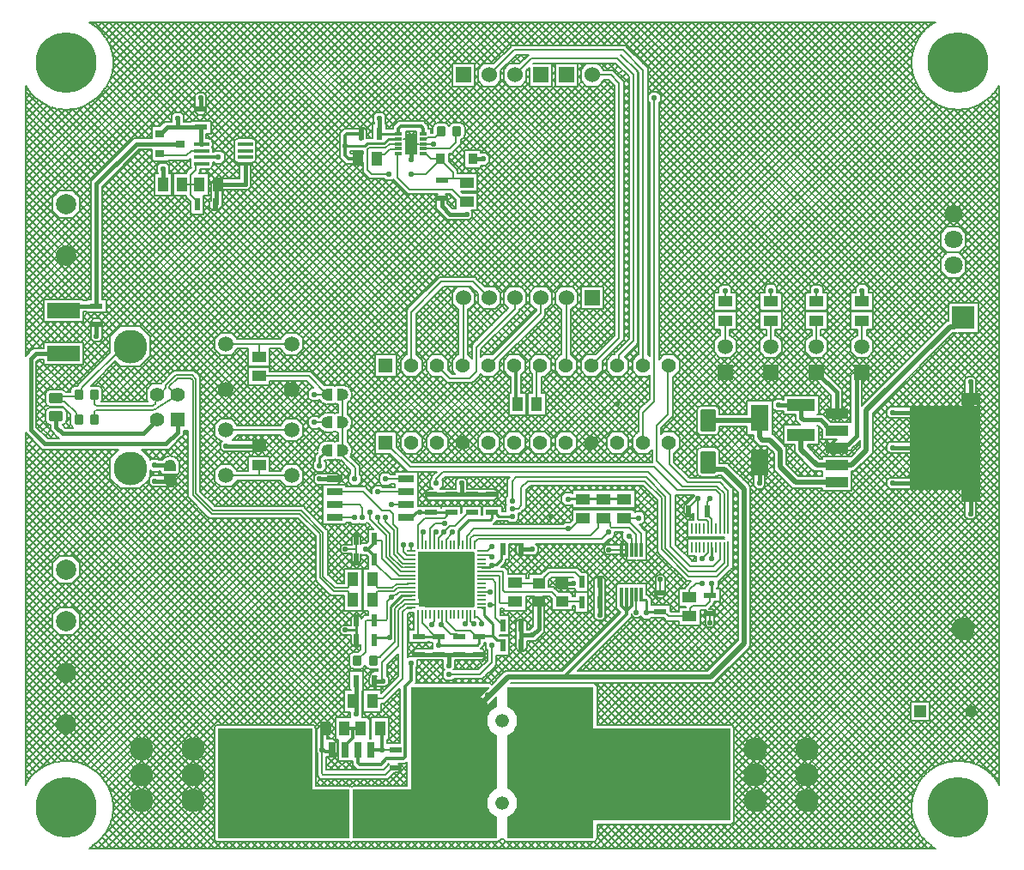
<source format=gbr>
%TF.GenerationSoftware,Altium Limited,Altium Designer,25.2.1 (25)*%
G04 Layer_Physical_Order=4*
G04 Layer_Color=16711680*
%FSLAX43Y43*%
%MOMM*%
%TF.SameCoordinates,14BE83A4-B3EB-4770-8DB1-726BE69DDD70*%
%TF.FilePolarity,Positive*%
%TF.FileFunction,Copper,L4,Bot,Signal*%
%TF.Part,Single*%
G01*
G75*
%TA.AperFunction,NonConductor*%
%ADD10C,0.203*%
%TA.AperFunction,Conductor*%
%ADD11C,0.203*%
%ADD12C,0.250*%
%ADD13C,0.200*%
%ADD14C,0.300*%
%ADD15C,0.400*%
%TA.AperFunction,ComponentPad*%
%ADD16C,1.500*%
%ADD17R,1.500X1.500*%
%ADD18C,1.524*%
%ADD19R,1.524X1.524*%
%ADD20C,2.300*%
%ADD21C,1.200*%
%ADD22R,1.200X1.200*%
%ADD23C,2.400*%
%ADD24C,1.325*%
%ADD25C,1.800*%
%ADD26C,2.000*%
%ADD27C,1.425*%
%ADD28C,2.250*%
%ADD29R,1.408X1.408*%
%ADD30C,3.316*%
%ADD31C,1.408*%
%TA.AperFunction,ViaPad*%
%ADD32C,6.000*%
%TA.AperFunction,ComponentPad*%
%ADD33R,1.425X1.425*%
%ADD34R,2.250X2.250*%
%TA.AperFunction,ViaPad*%
%ADD35C,0.550*%
%TA.AperFunction,Conductor*%
%ADD36C,0.500*%
%ADD37C,0.254*%
%ADD38C,0.185*%
%TA.AperFunction,SMDPad,CuDef*%
%ADD39R,0.650X1.528*%
%ADD40R,1.250X0.600*%
G04:AMPARAMS|DCode=41|XSize=2.21mm|YSize=1.53mm|CornerRadius=0.115mm|HoleSize=0mm|Usage=FLASHONLY|Rotation=270.000|XOffset=0mm|YOffset=0mm|HoleType=Round|Shape=RoundedRectangle|*
%AMROUNDEDRECTD41*
21,1,2.210,1.301,0,0,270.0*
21,1,1.981,1.530,0,0,270.0*
1,1,0.230,-0.650,-0.990*
1,1,0.230,-0.650,0.990*
1,1,0.230,0.650,0.990*
1,1,0.230,0.650,-0.990*
%
%ADD41ROUNDEDRECTD41*%
%ADD42R,1.800X2.650*%
%ADD43R,0.200X1.000*%
%ADD44R,0.200X1.100*%
%ADD45R,1.470X1.040*%
%ADD46R,0.600X1.250*%
%ADD47R,2.760X1.230*%
G04:AMPARAMS|DCode=48|XSize=1.016mm|YSize=1.397mm|CornerRadius=0.127mm|HoleSize=0mm|Usage=FLASHONLY|Rotation=270.000|XOffset=0mm|YOffset=0mm|HoleType=Round|Shape=RoundedRectangle|*
%AMROUNDEDRECTD48*
21,1,1.016,1.143,0,0,270.0*
21,1,0.762,1.397,0,0,270.0*
1,1,0.254,-0.572,-0.381*
1,1,0.254,-0.572,0.381*
1,1,0.254,0.572,0.381*
1,1,0.254,0.572,-0.381*
%
%ADD48ROUNDEDRECTD48*%
%ADD49R,5.500X5.500*%
G04:AMPARAMS|DCode=50|XSize=0.83mm|YSize=0.22mm|CornerRadius=0.028mm|HoleSize=0mm|Usage=FLASHONLY|Rotation=180.000|XOffset=0mm|YOffset=0mm|HoleType=Round|Shape=RoundedRectangle|*
%AMROUNDEDRECTD50*
21,1,0.830,0.165,0,0,180.0*
21,1,0.775,0.220,0,0,180.0*
1,1,0.055,-0.388,0.083*
1,1,0.055,0.388,0.083*
1,1,0.055,0.388,-0.083*
1,1,0.055,-0.388,-0.083*
%
%ADD50ROUNDEDRECTD50*%
G04:AMPARAMS|DCode=51|XSize=0.83mm|YSize=0.22mm|CornerRadius=0.028mm|HoleSize=0mm|Usage=FLASHONLY|Rotation=270.000|XOffset=0mm|YOffset=0mm|HoleType=Round|Shape=RoundedRectangle|*
%AMROUNDEDRECTD51*
21,1,0.830,0.165,0,0,270.0*
21,1,0.775,0.220,0,0,270.0*
1,1,0.055,-0.083,-0.388*
1,1,0.055,-0.083,0.388*
1,1,0.055,0.083,0.388*
1,1,0.055,0.083,-0.388*
%
%ADD51ROUNDEDRECTD51*%
%ADD52R,2.160X1.020*%
%ADD53R,1.910X1.235*%
%ADD54R,6.990X8.330*%
%ADD55R,0.300X1.400*%
%ADD56R,1.040X1.470*%
G04:AMPARAMS|DCode=57|XSize=1.47mm|YSize=0.4mm|CornerRadius=0.05mm|HoleSize=0mm|Usage=FLASHONLY|Rotation=180.000|XOffset=0mm|YOffset=0mm|HoleType=Round|Shape=RoundedRectangle|*
%AMROUNDEDRECTD57*
21,1,1.470,0.300,0,0,180.0*
21,1,1.370,0.400,0,0,180.0*
1,1,0.100,-0.685,0.150*
1,1,0.100,0.685,0.150*
1,1,0.100,0.685,-0.150*
1,1,0.100,-0.685,-0.150*
%
%ADD57ROUNDEDRECTD57*%
%ADD58R,0.900X0.800*%
%ADD59R,0.920X1.080*%
G04:AMPARAMS|DCode=60|XSize=0.9mm|YSize=0.97mm|CornerRadius=0.135mm|HoleSize=0mm|Usage=FLASHONLY|Rotation=180.000|XOffset=0mm|YOffset=0mm|HoleType=Round|Shape=RoundedRectangle|*
%AMROUNDEDRECTD60*
21,1,0.900,0.700,0,0,180.0*
21,1,0.630,0.970,0,0,180.0*
1,1,0.270,-0.315,0.350*
1,1,0.270,0.315,0.350*
1,1,0.270,0.315,-0.350*
1,1,0.270,-0.315,-0.350*
%
%ADD60ROUNDEDRECTD60*%
%ADD61R,1.300X1.050*%
%ADD62R,0.800X0.300*%
%ADD63R,1.250X2.050*%
%ADD64R,1.600X0.650*%
%ADD65R,3.200X1.500*%
G04:AMPARAMS|DCode=66|XSize=0.87mm|YSize=1.02mm|CornerRadius=0.109mm|HoleSize=0mm|Usage=FLASHONLY|Rotation=0.000|XOffset=0mm|YOffset=0mm|HoleType=Round|Shape=RoundedRectangle|*
%AMROUNDEDRECTD66*
21,1,0.870,0.803,0,0,0.0*
21,1,0.653,1.020,0,0,0.0*
1,1,0.217,0.326,-0.401*
1,1,0.217,-0.326,-0.401*
1,1,0.217,-0.326,0.401*
1,1,0.217,0.326,0.401*
%
%ADD66ROUNDEDRECTD66*%
G36*
X28750Y6250D02*
X32400D01*
Y1500D01*
X19500D01*
Y12290D01*
X28750D01*
Y6250D01*
D02*
G37*
G36*
X46272Y16283D02*
X44600Y14610D01*
X44489Y14445D01*
X44450Y14250D01*
X44489Y14055D01*
X44600Y13890D01*
X44765Y13779D01*
X44960Y13740D01*
X45155Y13779D01*
X45320Y13890D01*
X46883Y15452D01*
X47000Y15403D01*
Y14434D01*
X46801Y14352D01*
X46560Y14191D01*
X46354Y13985D01*
X46193Y13744D01*
X46082Y13475D01*
X46025Y13190D01*
Y12900D01*
X46082Y12615D01*
X46193Y12346D01*
X46354Y12105D01*
X46560Y11899D01*
X46801Y11738D01*
X47000Y11656D01*
Y6344D01*
X46801Y6262D01*
X46560Y6101D01*
X46354Y5895D01*
X46193Y5654D01*
X46082Y5385D01*
X46025Y5100D01*
Y4810D01*
X46082Y4525D01*
X46193Y4256D01*
X46354Y4015D01*
X46560Y3809D01*
X46801Y3648D01*
X47000Y3566D01*
Y1500D01*
X32800D01*
Y6250D01*
X38500D01*
Y16400D01*
X46223D01*
X46272Y16283D01*
D02*
G37*
G36*
X56500Y12290D02*
X70040D01*
Y3210D01*
X56500D01*
Y1500D01*
X48000D01*
Y3566D01*
X48199Y3648D01*
X48440Y3809D01*
X48646Y4015D01*
X48807Y4256D01*
X48918Y4525D01*
X48975Y4810D01*
Y5100D01*
X48918Y5385D01*
X48807Y5654D01*
X48646Y5895D01*
X48440Y6101D01*
X48199Y6262D01*
X48000Y6344D01*
Y11656D01*
X48199Y11738D01*
X48440Y11899D01*
X48646Y12105D01*
X48807Y12346D01*
X48918Y12615D01*
X48975Y12900D01*
Y13190D01*
X48918Y13475D01*
X48807Y13744D01*
X48646Y13985D01*
X48440Y14191D01*
X48199Y14352D01*
X48000Y14434D01*
Y16400D01*
X56500D01*
Y12290D01*
D02*
G37*
G36*
G01X14150Y37274D02*
G01X15350D01*
G01Y36766D01*
G01X15350Y36766D01*
G02X14150I-600J0D01*
G01Y37274D01*
D02*
G37*
G36*
G01X30774Y40350D02*
G01Y39150D01*
G01X30266D01*
G01X30266Y39150D01*
G02Y40350I0J600D01*
G01X30774D01*
D02*
G37*
G36*
G01Y45850D02*
G01Y44650D01*
G01X30266D01*
G01X30266Y44650D01*
G02Y45850I0J600D01*
G01X30774D01*
D02*
G37*
G36*
G01X31226D02*
G01Y44650D01*
G01X31734D01*
G01X31734Y44650D01*
G03Y45850I0J600D01*
G01X31226D01*
D02*
G37*
G36*
G01Y40350D02*
G01Y39150D01*
G01X31734D01*
G01X31734Y39150D01*
G03Y40350I0J600D01*
G01X31226D01*
D02*
G37*
G36*
G01X14150Y37726D02*
G01X15350D01*
G01Y38234D01*
G01X15350Y38234D01*
G03X14150I-600J0D01*
G01Y37726D01*
D02*
G37*
G36*
G01X31226Y43100D02*
G01Y41900D01*
G01X31734D01*
G01X31734Y41900D01*
G03Y43100I0J600D01*
G01X31226D01*
D02*
G37*
G36*
G01X30774D02*
G01Y41900D01*
G01X30266D01*
G01X30266Y41900D01*
G02Y43100I0J600D01*
G01X30774D01*
D02*
G37*
D10*
X68934Y43680D02*
G03*
X68467Y44147I-466J0D01*
G01*
Y41233D02*
G03*
X68934Y41700I0J466D01*
G01*
Y39580D02*
G03*
X68467Y40047I-466J0D01*
G01*
X67167Y44147D02*
G03*
X66700Y43680I0J-466D01*
G01*
Y41700D02*
G03*
X67167Y41233I466J0D01*
G01*
Y40047D02*
G03*
X66700Y39580I0J-466D01*
G01*
X68467Y37133D02*
G03*
X68774Y37248I0J466D01*
G01*
X66700Y37600D02*
G03*
X67167Y37133I466J0D01*
G01*
X43837Y71600D02*
G03*
X43350Y72087I-487J0D01*
G01*
X43422Y70419D02*
G03*
X43837Y70900I-72J481D01*
G01*
X42250Y71726D02*
G03*
X41780Y72087I-470J-126D01*
G01*
X42720D02*
G03*
X42250Y71726I0J-487D01*
G01*
X41150Y72087D02*
G03*
X40663Y71600I0J-487D01*
G01*
X21465Y70527D02*
G03*
X21063Y70125I0J-402D01*
G01*
X23237D02*
G03*
X22835Y70527I-402J0D01*
G01*
X21063Y69825D02*
G03*
X21104Y69650I402J0D01*
G01*
X23196D02*
G03*
X23237Y69825I-361J175D01*
G01*
X21104Y69650D02*
G03*
X21063Y69475I361J-175D01*
G01*
X23237D02*
G03*
X23196Y69650I-402J0D01*
G01*
X18937Y69475D02*
G03*
X18896Y69650I-402J0D01*
G01*
X18937Y70125D02*
G03*
X18535Y70527I-402J0D01*
G01*
X18896Y69650D02*
G03*
X18937Y69825I-361J175D01*
G01*
X23196Y69000D02*
G03*
X23237Y69175I-361J175D01*
G01*
Y68825D02*
G03*
X23196Y69000I-402J0D01*
G01*
X21104D02*
G03*
X21063Y68825I361J-175D01*
G01*
Y69175D02*
G03*
X21104Y69000I402J0D01*
G01*
X22835Y68123D02*
G03*
X23237Y68525I0J402D01*
G01*
X21063D02*
G03*
X21465Y68123I402J0D01*
G01*
X16763Y68525D02*
G03*
X16804Y68350I402J0D01*
G01*
Y68350D02*
G03*
X16763Y68175I361J-175D01*
G01*
X18535Y67473D02*
G03*
X18937Y67875I0J402D01*
G01*
X16763D02*
G03*
X16813Y67681I402J0D01*
G01*
X7994Y44601D02*
G03*
X8067Y44849I-388J248D01*
G01*
Y45651D02*
G03*
X7606Y46112I-460J0D01*
G01*
X5394D02*
G03*
X4933Y45651I0J-460D01*
G01*
X4948Y43267D02*
G03*
X4933Y43151I446J-116D01*
G01*
X4550Y43492D02*
G03*
X4489Y43726I-479J0D01*
G01*
X4933Y42349D02*
G03*
X5158Y41954I460J0D01*
G01*
X4484Y45513D02*
G03*
X4071Y45749I-413J-243D01*
G01*
Y44029D02*
G03*
X4175Y44041I0J479D01*
G01*
X4306Y43909D02*
G03*
X4071Y43971I-234J-417D01*
G01*
X4489Y43726D02*
G03*
X4306Y43909I-417J-234D01*
G01*
X4126Y42254D02*
G03*
X4550Y42730I-54J476D01*
G01*
X2928Y45749D02*
G03*
X2450Y45270I0J-479D01*
G01*
Y44508D02*
G03*
X2928Y44029I479J0D01*
G01*
X2450Y42730D02*
G03*
X2928Y42251I479J0D01*
G01*
Y43971D02*
G03*
X2450Y43492I0J-479D01*
G01*
X44600Y29692D02*
G03*
X44676Y29676I117J360D01*
G01*
X44676Y29676D02*
G03*
X44692Y29600I377J42D01*
G01*
D02*
G03*
X44673Y29483I360J-117D01*
G01*
X44692Y29200D02*
G03*
X44673Y29083I360J-117D01*
G01*
Y29317D02*
G03*
X44692Y29200I379J0D01*
G01*
X44673Y28517D02*
G03*
X44692Y28400I379J0D01*
G01*
Y28800D02*
G03*
X44673Y28683I360J-117D01*
G01*
X44692Y28400D02*
G03*
X44673Y28282I360J-117D01*
G01*
Y28917D02*
G03*
X44692Y28800I379J0D01*
G01*
X44482Y29673D02*
G03*
X44600Y29692I0J379D01*
G01*
X44200D02*
G03*
X44318Y29673I117J360D01*
G01*
X44083D02*
G03*
X44200Y29692I0J379D01*
G01*
X44692Y26800D02*
G03*
X44673Y26683I360J-117D01*
G01*
Y26917D02*
G03*
X44692Y26800I379J0D01*
G01*
X44673Y26517D02*
G03*
X44692Y26400I379J0D01*
G01*
Y27200D02*
G03*
X44673Y27083I360J-117D01*
G01*
X44692Y26000D02*
G03*
X44673Y25882I360J-117D01*
G01*
Y26118D02*
G03*
X44692Y26000I379J0D01*
G01*
X44673Y25718D02*
G03*
X44692Y25600I379J0D01*
G01*
Y26400D02*
G03*
X44673Y26282I360J-117D01*
G01*
Y27718D02*
G03*
X44692Y27600I379J0D01*
G01*
Y28000D02*
G03*
X44673Y27882I360J-117D01*
G01*
X44692Y27600D02*
G03*
X44673Y27483I360J-117D01*
G01*
Y28118D02*
G03*
X44692Y28000I379J0D01*
G01*
X44673Y27317D02*
G03*
X44692Y27200I379J0D01*
G01*
X42200Y29692D02*
G03*
X42318Y29673I117J360D01*
G01*
X42083D02*
G03*
X42200Y29692I0J379D01*
G01*
X42600D02*
G03*
X42717Y29673I117J360D01*
G01*
X42482D02*
G03*
X42600Y29692I0J379D01*
G01*
X41682Y29673D02*
G03*
X41800Y29692I0J379D01*
G01*
X41400D02*
G03*
X41518Y29673I117J360D01*
G01*
X41800Y29692D02*
G03*
X41917Y29673I117J360D01*
G01*
X43682D02*
G03*
X43800Y29692I0J379D01*
G01*
X43400D02*
G03*
X43518Y29673I117J360D01*
G01*
X43800Y29692D02*
G03*
X43917Y29673I117J360D01*
G01*
X43000Y29692D02*
G03*
X43118Y29673I117J360D01*
G01*
X42882D02*
G03*
X43000Y29692I0J379D01*
G01*
X43283Y29673D02*
G03*
X43400Y29692I0J379D01*
G01*
X40083Y29673D02*
G03*
X40200Y29692I0J379D01*
G01*
X39800D02*
G03*
X39917Y29673I117J360D01*
G01*
X40200Y29692D02*
G03*
X40318Y29673I117J360D01*
G01*
X39682D02*
G03*
X39800Y29692I0J379D01*
G01*
X39400D02*
G03*
X39518Y29673I117J360D01*
G01*
X41283D02*
G03*
X41400Y29692I0J379D01*
G01*
X41000D02*
G03*
X41118Y29673I117J360D01*
G01*
X40600Y29692D02*
G03*
X40717Y29673I117J360D01*
G01*
X40482D02*
G03*
X40600Y29692I0J379D01*
G01*
X40882Y29673D02*
G03*
X41000Y29692I0J379D01*
G01*
X39324Y29676D02*
G03*
X39400Y29692I-42J377D01*
G01*
X39327Y28683D02*
G03*
X39308Y28800I-379J0D01*
G01*
X39327Y29083D02*
G03*
X39308Y29200I-379J0D01*
G01*
Y28800D02*
G03*
X39327Y28917I-360J117D01*
G01*
X39308Y28400D02*
G03*
X39327Y28517I-360J117D01*
G01*
Y29483D02*
G03*
X39308Y29600I-379J0D01*
G01*
D02*
G03*
X39324Y29676I-360J117D01*
G01*
X39308Y29200D02*
G03*
X39327Y29317I-360J117D01*
G01*
X39308Y25600D02*
G03*
X39327Y25718I-360J117D01*
G01*
Y25483D02*
G03*
X39308Y25600I-379J0D01*
G01*
X39327Y25882D02*
G03*
X39308Y26000I-379J0D01*
G01*
X39327Y27483D02*
G03*
X39308Y27600I-379J0D01*
G01*
Y27600D02*
G03*
X39327Y27718I-360J117D01*
G01*
X39308Y27200D02*
G03*
X39327Y27317I-360J117D01*
G01*
X39308Y28000D02*
G03*
X39327Y28118I-360J117D01*
G01*
Y28282D02*
G03*
X39308Y28400I-379J0D01*
G01*
X39327Y27882D02*
G03*
X39308Y28000I-379J0D01*
G01*
X39327Y26282D02*
G03*
X39308Y26400I-379J0D01*
G01*
Y26400D02*
G03*
X39327Y26517I-360J117D01*
G01*
X39308Y26000D02*
G03*
X39327Y26118I-360J117D01*
G01*
X39308Y26800D02*
G03*
X39327Y26917I-360J117D01*
G01*
Y27083D02*
G03*
X39308Y27200I-379J0D01*
G01*
X39327Y26683D02*
G03*
X39308Y26800I-379J0D01*
G01*
X44692Y25200D02*
G03*
X44673Y25083I360J-117D01*
G01*
Y25317D02*
G03*
X44692Y25200I379J0D01*
G01*
Y24800D02*
G03*
X44673Y24683I360J-117D01*
G01*
Y24917D02*
G03*
X44692Y24800I379J0D01*
G01*
Y25600D02*
G03*
X44673Y25483I360J-117D01*
G01*
Y24517D02*
G03*
X44692Y24400I379J0D01*
G01*
D02*
G03*
X44676Y24324I360J-117D01*
G01*
X43000Y24308D02*
G03*
X42882Y24327I-117J-360D01*
G01*
X42600Y24308D02*
G03*
X42482Y24327I-117J-360D01*
G01*
X42318D02*
G03*
X42200Y24308I0J-379D01*
G01*
X42717Y24327D02*
G03*
X42600Y24308I0J-379D01*
G01*
X41917Y24327D02*
G03*
X41800Y24308I0J-379D01*
G01*
D02*
G03*
X41682Y24327I-117J-360D01*
G01*
X42200Y24308D02*
G03*
X42083Y24327I-117J-360D01*
G01*
X43400Y24308D02*
G03*
X43283Y24327I-117J-360D01*
G01*
X43518D02*
G03*
X43400Y24308I0J-379D01*
G01*
X44600D02*
G03*
X44482Y24327I-117J-360D01*
G01*
X44318D02*
G03*
X44200Y24308I0J-379D01*
G01*
X44676Y24324D02*
G03*
X44600Y24308I42J-377D01*
G01*
X43917Y24327D02*
G03*
X43800Y24308I0J-379D01*
G01*
X43800D02*
G03*
X43682Y24327I-117J-360D01*
G01*
X44200Y24308D02*
G03*
X44083Y24327I-117J-360D01*
G01*
X41118D02*
G03*
X41000Y24308I0J-379D01*
G01*
X41400D02*
G03*
X41283Y24327I-117J-360D01*
G01*
X40717D02*
G03*
X40600Y24308I0J-379D01*
G01*
X41000D02*
G03*
X40882Y24327I-117J-360D01*
G01*
X43118D02*
G03*
X43000Y24308I0J-379D01*
G01*
X41518Y24327D02*
G03*
X41400Y24308I0J-379D01*
G01*
X39308Y25200D02*
G03*
X39327Y25317I-360J117D01*
G01*
Y25083D02*
G03*
X39308Y25200I-379J0D01*
G01*
X40318Y24327D02*
G03*
X40200Y24308I0J-379D01*
G01*
X40200D02*
G03*
X40083Y24327I-117J-360D01*
G01*
X40600Y24308D02*
G03*
X40482Y24327I-117J-360D01*
G01*
X38738Y23173D02*
G03*
X38748Y23086I379J0D01*
G01*
X35075Y18163D02*
G03*
X35235Y18191I0J487D01*
G01*
X33975Y18524D02*
G03*
X34445Y18163I470J126D01*
G01*
X33505D02*
G03*
X33975Y18524I0J487D01*
G01*
X32388Y18650D02*
G03*
X32875Y18163I487J0D01*
G01*
Y19837D02*
G03*
X32388Y19350I0J-487D01*
G01*
X96442Y75608D02*
X96521Y75687D01*
X96345Y75440D02*
X96521Y75745D01*
X96391Y75519D02*
X96521Y75389D01*
X96088Y75104D02*
X96521Y74671D01*
X95978Y74960D02*
X96337Y75428D01*
X95551Y74532D02*
X95968Y74949D01*
X95072Y74163D02*
X95540Y74522D01*
X95366Y74389D02*
X96521Y73234D01*
X94947Y74090D02*
X96521Y72515D01*
X94486Y73833D02*
X96521Y71797D01*
X95747Y74727D02*
X96521Y73952D01*
X94550Y73860D02*
X95060Y74155D01*
X93992Y73628D02*
X94537Y73854D01*
X89571Y74437D02*
X96521Y67486D01*
X81268Y82021D02*
X96521Y66768D01*
X91132Y73594D02*
X96521Y68205D01*
X93977Y73623D02*
X96521Y71078D01*
X93408Y73471D02*
X93978Y73623D01*
X93410Y73471D02*
X96521Y70360D01*
X78394Y82021D02*
X96521Y63894D01*
X78383Y56112D02*
X96521Y74250D01*
X78957Y55968D02*
X96521Y73532D01*
X80550Y82021D02*
X96521Y66050D01*
X79831Y82021D02*
X96521Y65331D01*
X79113Y82021D02*
X96521Y64613D01*
X93252Y60923D02*
X96521Y64192D01*
X93014Y61403D02*
X96521Y64911D01*
X93252Y60204D02*
X96521Y63474D01*
X92822Y59056D02*
X96521Y62756D01*
X92809Y73391D02*
X93394Y73468D01*
X92773Y73390D02*
X96521Y69642D01*
X93252Y59914D02*
Y61166D01*
Y59980D02*
X96521Y56710D01*
X93252Y60698D02*
X96521Y57429D01*
X92925Y59588D02*
X96521Y55992D01*
X93252Y58049D02*
X96521Y61319D01*
X93181Y58697D02*
X96521Y62037D01*
X93252Y57374D02*
Y58626D01*
X92033Y73412D02*
X96521Y68923D01*
X91965Y61792D02*
X96521Y66348D01*
X92655Y61763D02*
X96521Y65629D01*
X92500Y73390D02*
X92795Y73390D01*
X91374Y61792D02*
X92626D01*
X93252Y61166D01*
X83370Y56070D02*
X96521Y69221D01*
X82708Y56127D02*
X96521Y69940D01*
X92626Y56748D02*
X93252Y57374D01*
X92626Y59252D02*
X93252Y58626D01*
X92626Y59288D02*
X93252Y59914D01*
X92543Y59252D02*
X93252Y58543D01*
X89889Y82021D02*
X90019Y81891D01*
X89171Y82021D02*
X89604Y81588D01*
X89940Y81845D02*
X90245Y82021D01*
X89460Y81478D02*
X89928Y81837D01*
X89032Y81051D02*
X89449Y81468D01*
X88452Y82021D02*
X89227Y81247D01*
X88663Y80572D02*
X89022Y81040D01*
X88360Y80050D02*
X88655Y80560D01*
X88128Y79492D02*
X88354Y80037D01*
X88128Y76508D02*
X88354Y75963D01*
X87971Y78908D02*
X88123Y79478D01*
X87891Y77691D02*
X87968Y77106D01*
X87971Y77092D02*
X88123Y76522D01*
X87015Y82021D02*
X88590Y80447D01*
X86297Y82021D02*
X88333Y79986D01*
X87734Y82021D02*
X88889Y80866D01*
X85578Y82021D02*
X88123Y79477D01*
X84860Y82021D02*
X87971Y78910D01*
X87891Y78309D02*
X87968Y78894D01*
X83423Y82021D02*
X87912Y77533D01*
X82705Y82021D02*
X88094Y76632D01*
X81986Y82021D02*
X88937Y75071D01*
X87890Y78295D02*
X87890Y78000D01*
X84142Y82021D02*
X87890Y78273D01*
X87890Y77705D02*
Y78000D01*
X92205Y73390D02*
X92500D01*
X91606Y73468D02*
X92191Y73391D01*
X91374Y59288D02*
X92626D01*
X91022Y73623D02*
X91592Y73471D01*
X90748Y59914D02*
Y61166D01*
Y59914D02*
X91374Y59288D01*
Y59252D02*
X92626D01*
X90748Y57454D02*
X91454Y56748D01*
X91374D02*
X92626D01*
X90748Y57374D02*
Y58626D01*
X91374Y59252D01*
X90748Y57374D02*
X91374Y56748D01*
X89940Y74155D02*
X90450Y73860D01*
X89460Y74522D02*
X89928Y74163D01*
X90463Y73854D02*
X91008Y73628D01*
X88663Y75428D02*
X89022Y74960D01*
X88360Y75950D02*
X88655Y75440D01*
X89032Y74949D02*
X89449Y74532D01*
X90748Y61166D02*
X91374Y61792D01*
X82687Y56127D02*
X83313D01*
X83627Y55813D01*
X82373D02*
X82687Y56127D01*
X77873Y55798D02*
X78187Y56112D01*
X78813D01*
X92403Y54327D02*
X96521Y58445D01*
X91685Y54327D02*
X96521Y59164D01*
X93840Y54327D02*
X96521Y57008D01*
X93121Y54327D02*
X96521Y57727D01*
X93252Y57825D02*
X96521Y54555D01*
X93252Y58543D02*
X96521Y55273D01*
X91454Y56748D02*
X93876Y54327D01*
X93118Y57240D02*
X96521Y53836D01*
X92758Y56881D02*
X96521Y53118D01*
X84102Y49617D02*
X91303Y56819D01*
X84087Y51758D02*
X90748Y58419D01*
X84087Y52476D02*
X91137Y59526D01*
X84102Y50336D02*
X90944Y57178D01*
X79587Y54442D02*
X96521Y71377D01*
X79587Y55160D02*
X96521Y72095D01*
X84087Y54631D02*
X96521Y67066D01*
X83627Y55608D02*
X96521Y68503D01*
X79127Y55419D02*
X96521Y72813D01*
X84048Y55312D02*
X96521Y67785D01*
X83552Y47631D02*
X96521Y60600D01*
X79587Y53723D02*
X96521Y70658D01*
X83002Y46362D02*
X96521Y59882D01*
X84087Y53194D02*
X90777Y59885D01*
X84087Y53913D02*
X90748Y60575D01*
X83850Y50803D02*
X90748Y57701D01*
X94477Y53527D02*
X96521Y55571D01*
X94477Y54245D02*
X96521Y56290D01*
X94477Y52808D02*
X96521Y54853D01*
X91523Y54165D02*
X91685Y54327D01*
X91523Y52540D02*
Y54327D01*
X94477D01*
Y53008D02*
X96521Y50963D01*
X94477Y53726D02*
X96521Y51681D01*
X94477Y52289D02*
X96521Y50244D01*
X94477Y51373D02*
Y54327D01*
X92173Y56748D02*
X96521Y52400D01*
X94477Y52090D02*
X96521Y54135D01*
X83214Y48012D02*
X91951Y56748D01*
X83002Y45644D02*
X91523Y54165D01*
X91388Y52540D02*
X91523D01*
X91088Y52239D02*
X91388Y52540D01*
X91088Y52239D02*
X91388Y52540D01*
X91523D01*
X87875Y44052D02*
X96521Y52698D01*
X87157Y44052D02*
X96521Y53416D01*
X88325Y43783D02*
X96521Y51979D01*
X83002Y44207D02*
X91523Y52729D01*
X83002Y44925D02*
X91523Y53447D01*
X83138Y44290D02*
X91088Y52239D01*
X83627Y55312D02*
Y55813D01*
X82373Y55792D02*
X82708Y56127D01*
X84087Y53568D02*
Y55312D01*
X83627D02*
X84087D01*
X82373D02*
Y55813D01*
X81913Y53568D02*
Y55312D01*
X82373D01*
X84087Y54058D02*
X88497Y49648D01*
X84087Y54776D02*
X88856Y50007D01*
X82421Y53568D02*
X82558Y53432D01*
X79587Y52287D02*
X81913Y54613D01*
X79587Y54966D02*
X81913Y52639D01*
X79587Y54248D02*
X81913Y51921D01*
X79127Y55312D02*
X79587D01*
X79127Y55426D02*
X79241Y55312D01*
X79431Y53568D02*
X79587Y53723D01*
X78813Y56112D02*
X79127Y55798D01*
X77873Y55312D02*
Y55798D01*
X79127Y55312D02*
Y55798D01*
X79587Y53568D02*
Y55312D01*
Y53005D02*
X82373Y55792D01*
X79085Y51067D02*
X81913Y53895D01*
X78829Y53568D02*
X78966Y53432D01*
X78576D02*
X78713Y53568D01*
X79295Y53432D02*
X79431Y53568D01*
X83858D02*
X83995Y53432D01*
X83605D02*
X83742Y53568D01*
X81913Y53432D02*
X84087D01*
X82887D02*
X83024Y53568D01*
X82168Y53432D02*
X82305Y53568D01*
X83139D02*
X83276Y53432D01*
X84087Y52621D02*
X87778Y48930D01*
X84087Y53340D02*
X88137Y49289D01*
X84087Y51903D02*
X87419Y48570D01*
X84087Y51688D02*
Y53432D01*
X83995D02*
X84087Y53340D01*
X84017Y51688D02*
X84087Y51758D01*
X81913Y53568D02*
X84087D01*
X79587Y51688D02*
Y53432D01*
X81913Y51688D02*
Y53432D01*
X78111Y53568D02*
X78247Y53432D01*
X78047Y51102D02*
Y51688D01*
X78953D02*
X79587D01*
X79547Y53568D02*
X82232Y50884D01*
X79445Y50708D02*
X81913Y53177D01*
X79602Y50146D02*
X81913Y52458D01*
X79587Y52092D02*
X81898Y49780D01*
X79587Y52811D02*
X81898Y50499D01*
X78953Y51102D02*
Y51688D01*
X76239Y82021D02*
X96521Y61739D01*
X75521Y82021D02*
X96521Y61021D01*
X74802Y82021D02*
X96521Y60302D01*
X74084Y82021D02*
X96521Y59584D01*
X77676Y82021D02*
X96521Y63176D01*
X70492Y82021D02*
X91048Y61465D01*
X76957Y82021D02*
X96521Y62457D01*
X73365Y82021D02*
X96521Y58865D01*
X62953Y55051D02*
X89924Y82021D01*
X72647D02*
X96521Y58147D01*
X62953Y56487D02*
X88487Y82021D01*
X62953Y57206D02*
X87769Y82021D01*
X62953Y55769D02*
X89206Y82021D01*
X62953Y62953D02*
X82021Y82021D01*
X62953Y62953D02*
X82021Y82021D01*
X62953Y62235D02*
X82740Y82021D01*
X62953Y64390D02*
X80585Y82021D01*
X62953Y65108D02*
X79866Y82021D01*
X62953Y63672D02*
X81303Y82021D01*
X62953Y58643D02*
X86332Y82021D01*
X62953Y59361D02*
X85614Y82021D01*
X62953Y57924D02*
X87050Y82021D01*
X62953Y60798D02*
X84177Y82021D01*
X62953Y61516D02*
X83458Y82021D01*
X62953Y60080D02*
X84895Y82021D01*
X71928D02*
X92158Y61792D01*
X71210Y82021D02*
X91440Y61792D01*
X74087Y56127D02*
X91465Y73505D01*
X69773Y82021D02*
X90748Y61046D01*
X69055Y82021D02*
X90748Y60328D01*
X69762Y56112D02*
X88843Y75193D01*
X75087Y54971D02*
X93652Y73536D01*
X74559Y55880D02*
X92084Y73405D01*
X74709Y55312D02*
X92787Y73390D01*
X70398Y55312D02*
X89544Y74457D01*
X70127Y55758D02*
X89174Y74806D01*
X70587Y54781D02*
X89953Y74147D01*
X67618Y82021D02*
X90881Y58758D01*
X66181Y82021D02*
X90748Y57454D01*
X68336Y82021D02*
X91240Y59118D01*
X66900Y82021D02*
X90748Y58173D01*
X61854Y77010D02*
X82736Y56127D01*
X61854Y76291D02*
X82373Y55771D01*
X64744Y82021D02*
X92439Y54327D01*
X64026Y82021D02*
X91721Y54327D01*
X65463Y82021D02*
X93158Y54327D01*
X63127Y74300D02*
X82115Y55312D01*
X62953Y54332D02*
X88139Y79518D01*
X62953Y73755D02*
X81913Y54794D01*
X62953Y70137D02*
X74837Y82021D01*
X62953Y70856D02*
X74119Y82021D01*
X62953Y70881D02*
X77955Y55879D01*
X62953Y71599D02*
X78441Y56112D01*
X63127Y74621D02*
X70527Y82021D01*
X62953Y67289D02*
X74115Y56127D01*
X62953Y66570D02*
X73542Y55982D01*
X62953Y69444D02*
X77413Y54984D01*
X62953Y70162D02*
X77804Y55312D01*
X62953Y68726D02*
X77413Y54265D01*
X62953Y65134D02*
X72913Y55173D01*
X62953Y65852D02*
X73373Y55432D01*
X62953Y64415D02*
X72913Y54455D01*
X62953Y72293D02*
X72682Y82021D01*
X62953Y73011D02*
X71964Y82021D01*
X62953Y71574D02*
X73400Y82021D01*
X62863Y75077D02*
X69808Y82021D01*
X62195Y75127D02*
X69090Y82021D01*
X62953Y73730D02*
X71245Y82021D01*
X62953Y66545D02*
X78429Y82021D01*
X62953Y67264D02*
X77711Y82021D01*
X62953Y65827D02*
X79148Y82021D01*
X62953Y68701D02*
X76274Y82021D01*
X62953Y69419D02*
X75556Y82021D01*
X62953Y67982D02*
X76992Y82021D01*
X74313Y56127D02*
X74627Y55813D01*
X73687Y56127D02*
X74313D01*
X74627Y55312D02*
Y55813D01*
X73373Y55312D02*
Y55813D01*
X73687Y56127D01*
X73272Y55312D02*
X73373Y55413D01*
X77583Y55312D02*
X77873Y55602D01*
X77413Y55142D02*
X77583Y55312D01*
X77413D02*
X77873D01*
X74627D02*
X75087D01*
X74627Y55615D02*
X74930Y55312D01*
X75087Y55155D01*
X69187Y56112D02*
X69813D01*
X68873Y55798D02*
X69187Y56112D01*
X69813D02*
X70127Y55798D01*
X62953Y61541D02*
X68873Y55621D01*
X62953Y62260D02*
X69144Y56069D01*
X62953Y60823D02*
X68465Y55312D01*
X70127D02*
X70587D01*
X70127D02*
Y55798D01*
X72913Y55312D02*
X73373D01*
X68873D02*
Y55798D01*
X62953Y60105D02*
X68413Y54644D01*
Y55312D02*
X68873D01*
X75087Y54252D02*
X94892Y74058D01*
X63307Y82021D02*
X91523Y53805D01*
X70587Y54063D02*
X90408Y73885D01*
X62953Y73036D02*
X81913Y54076D01*
X75087Y53568D02*
Y55312D01*
X62953Y68007D02*
X77529Y53432D01*
X77413Y53568D02*
Y55312D01*
X74984Y53432D02*
X96521Y74969D01*
X62953Y50022D02*
X88551Y75620D01*
X70587Y53344D02*
X90911Y73669D01*
X62953Y72318D02*
X81913Y53358D01*
X62953Y50740D02*
X88302Y76089D01*
X75087Y55155D02*
X77413Y52829D01*
X61871Y82021D02*
X91370Y52522D01*
X61152Y82021D02*
X91011Y52162D01*
X62589Y82021D02*
X91523Y53087D01*
X62953Y52895D02*
X87890Y77832D01*
X62953Y53614D02*
X87928Y78588D01*
X62953Y52177D02*
X87958Y77182D01*
X59715Y82021D02*
X90293Y51444D01*
X58997Y82021D02*
X89933Y51085D01*
X60434Y82021D02*
X90652Y51803D01*
X58278Y82021D02*
X89574Y50726D01*
X57560Y82021D02*
X89215Y50366D01*
X62953Y51458D02*
X88101Y76606D01*
X77413Y53432D02*
X79587D01*
X77413Y53568D02*
X79587D01*
X77413Y51688D02*
X78047D01*
X77858Y53432D02*
X77995Y53568D01*
X75087Y51688D02*
Y53432D01*
X77413Y51688D02*
Y53432D01*
X75356Y45183D02*
X81913Y51740D01*
X75087Y53719D02*
X77826Y50979D01*
X77835Y51688D02*
X78047Y51477D01*
X75087Y52282D02*
X77398Y49970D01*
X75087Y53000D02*
X77467Y50620D01*
X75102Y49957D02*
X77413Y52269D01*
X75087Y54437D02*
X77413Y52110D01*
X75087Y52816D02*
X77413Y55142D01*
X75087Y52097D02*
X77413Y54424D01*
X72913Y53432D02*
X75087D01*
X72913Y53568D02*
X75087D01*
X74453Y51688D02*
X75087D01*
X75039Y50613D02*
X77413Y52987D01*
X69155Y43292D02*
X77551Y51688D01*
X74962D02*
X78638Y48012D01*
X74680Y50972D02*
X77413Y53706D01*
X70587Y51753D02*
X77157Y45183D01*
X74453Y51464D02*
X74678Y51688D01*
X72913Y53568D02*
Y55312D01*
X70587Y53568D02*
Y55312D01*
X72913Y53736D02*
X73082Y53568D01*
X70208D02*
X70345Y53432D01*
X69489Y53568D02*
X69626Y53432D01*
X68413Y53568D02*
Y55312D01*
X69955Y53432D02*
X70092Y53568D01*
X70587Y53908D02*
X73421Y51074D01*
X70587Y51908D02*
X72913Y54234D01*
X74518Y53568D02*
X74655Y53432D01*
X70587Y54626D02*
X72913Y52300D01*
X70587Y52626D02*
X72913Y54953D01*
X63552Y49184D02*
X68413Y54045D01*
X62953Y62978D02*
X72913Y53018D01*
X62953Y63697D02*
X72913Y53736D01*
X62953Y57231D02*
X68413Y51771D01*
X62953Y58668D02*
X68413Y53208D01*
X62953Y59386D02*
X68413Y53926D01*
X62953Y57949D02*
X68413Y52489D01*
X62953Y54357D02*
X72667Y44644D01*
X62953Y56512D02*
X68657Y50809D01*
X62953Y53639D02*
X71948Y44644D01*
X62953Y55076D02*
X68398Y49630D01*
X62953Y55794D02*
X68398Y50349D01*
X62953Y49303D02*
X68413Y54763D01*
X73800Y53568D02*
X73937Y53432D01*
X73547D02*
X73684Y53568D01*
X74266Y53432D02*
X74403Y53568D01*
X73082D02*
X73218Y53432D01*
X69237D02*
X69374Y53568D01*
X70587Y51688D02*
Y53432D01*
Y53190D02*
X73062Y50714D01*
X70275Y50878D02*
X72966Y53568D01*
X70602Y49767D02*
X72913Y52079D01*
Y51688D02*
Y53432D01*
X70602Y50486D02*
X72913Y52798D01*
X70587Y52471D02*
X72898Y50159D01*
X68771Y53568D02*
X68908Y53432D01*
X68413Y53568D02*
X70587D01*
X68413Y53432D02*
X70587D01*
X68518D02*
X68655Y53568D01*
X68413Y51688D02*
Y53432D01*
Y53327D02*
X68518Y53432D01*
X62953Y52202D02*
X71645Y43510D01*
X62953Y52920D02*
X71645Y44228D01*
X68413Y51771D02*
X68496Y51688D01*
X64731Y48926D02*
X68413Y52608D01*
X64271Y49184D02*
X68413Y53327D01*
X65004Y48481D02*
X68413Y51890D01*
X94477Y51571D02*
X96521Y49526D01*
X93955Y51373D02*
X96521Y48807D01*
X93237Y51373D02*
X96521Y48089D01*
X92519Y51373D02*
X96521Y47371D01*
X92426Y51373D02*
X94477D01*
X91990Y51337D02*
X92389D01*
X90836Y50182D02*
X93967Y47052D01*
X91554Y50901D02*
X96521Y45934D01*
X91195Y50542D02*
X96521Y45215D01*
X94267Y46132D02*
X96521Y48387D01*
X93749Y47052D02*
X96521Y49824D01*
X91913Y51260D02*
X96521Y46652D01*
X94229Y46813D02*
X96521Y49106D01*
X84102Y50451D02*
X86701Y47852D01*
X83583Y51688D02*
X87060Y48211D01*
X90477Y49823D02*
X93344Y46956D01*
X84102Y49732D02*
X86341Y47493D01*
X83884Y49232D02*
X85982Y47134D01*
X83499Y48898D02*
X85623Y46774D01*
X89758Y49105D02*
X93163Y45700D01*
X86438Y44052D02*
X93760Y51373D01*
X89399Y48746D02*
X93163Y44981D01*
X90117Y49464D02*
X93163Y46418D01*
X84041Y43387D02*
X91990Y51337D01*
X82780Y48898D02*
X85264Y46415D01*
X94267Y45414D02*
X96521Y47669D01*
X93967Y47052D02*
X94267Y46752D01*
Y44696D02*
X96521Y46950D01*
X93991Y47052D02*
X94267Y46776D01*
X93439Y47052D02*
X93991D01*
X93163Y44507D02*
Y46776D01*
X94267Y46033D02*
X96521Y43778D01*
X94267Y46752D02*
X96521Y44497D01*
X93991Y44231D02*
X94267Y44507D01*
Y46776D01*
X93163Y44507D02*
X93439Y44231D01*
X93991D01*
X93163Y46776D02*
X93439Y47052D01*
X85448Y44794D02*
X86190Y44052D01*
X85724D02*
X88056D01*
X83552Y47409D02*
X84905Y46056D01*
X83305Y46937D02*
X84545Y45697D01*
X83002Y46522D02*
X84186Y45337D01*
X88056Y44052D02*
X88332Y43776D01*
X86166Y45513D02*
X87627Y44052D01*
X88332Y43626D02*
Y43776D01*
X85807Y45154D02*
X86909Y44052D01*
X85088Y44435D02*
X85598Y43925D01*
X85448Y43776D02*
X85724Y44052D01*
X83453Y51102D02*
Y51688D01*
X82547Y51102D02*
Y51688D01*
X83453D02*
X84087D01*
X83453Y51124D02*
X84017Y51688D01*
X82146D02*
X82547Y51287D01*
X81913Y51688D02*
X82547D01*
X82449Y51102D02*
X82547D01*
X84102Y49449D02*
Y50551D01*
X83551Y51102D02*
X84102Y50551D01*
X83551Y48898D02*
X84102Y49449D01*
X83453Y51102D02*
X83551D01*
X82449Y48898D02*
X83551D01*
X83276Y48012D02*
X83552Y47736D01*
X81898Y50551D02*
X82449Y51102D01*
X79272Y51688D02*
X82949Y48012D01*
X81898Y49449D02*
X82449Y48898D01*
X81898Y49449D02*
Y50551D01*
X79602Y49449D02*
Y50551D01*
X79199Y47588D02*
X81898Y50288D01*
X80277Y46511D02*
X82664Y48898D01*
X79917Y46870D02*
X82197Y49150D01*
X80636Y46152D02*
X83383Y48898D01*
X79602Y49922D02*
X82118Y47405D01*
X79558Y47229D02*
X81898Y49569D01*
X79479Y49326D02*
X81898Y46907D01*
X83552Y47184D02*
Y47736D01*
X82724Y48012D02*
X83276D01*
X83002Y46634D02*
X83552Y47184D01*
X82174Y47462D02*
X82724Y48012D01*
X81898Y46634D02*
Y47186D01*
Y46634D02*
Y47186D01*
X83002Y45085D02*
X83468Y44619D01*
X83002Y45804D02*
X83827Y44978D01*
X83002Y44153D02*
X83138Y44290D01*
X83002Y44367D02*
X83108Y44260D01*
X83002Y44153D02*
Y46634D01*
Y44153D02*
X83138Y44290D01*
X81898Y47186D02*
X82174Y47462D01*
X81898Y47186D02*
X82174Y47462D01*
X80995Y45792D02*
X81898Y46696D01*
X80776Y46012D02*
X81052Y45736D01*
X80776Y46012D02*
X81052Y45736D01*
Y45184D02*
Y45736D01*
Y44880D02*
X81898Y44033D01*
X81052Y44412D02*
X81898Y45259D01*
X81052Y43694D02*
X81898Y44541D01*
X81052Y45184D02*
Y45736D01*
Y45131D02*
X81898Y45977D01*
X81052Y45598D02*
X81898Y44751D01*
X94267Y45315D02*
X96521Y43060D01*
X88968Y42989D02*
X96521Y50542D01*
X94267Y44596D02*
X96521Y42342D01*
X93914Y44231D02*
X96521Y41623D01*
X89687Y42271D02*
X93163Y45748D01*
X89327Y42630D02*
X93163Y46466D01*
X90046Y41912D02*
X93163Y45029D01*
X91505Y40497D02*
X96521Y45514D01*
X91123Y40834D02*
X96521Y46232D01*
X91727Y40000D02*
X96521Y44795D01*
X90405Y41552D02*
X93261Y44409D01*
X89040Y48386D02*
X96521Y40905D01*
X90764Y41193D02*
X93802Y44231D01*
X84041Y43091D02*
X92287Y51337D01*
X84041Y42372D02*
X93042Y51373D01*
X88609Y43348D02*
X96521Y51261D01*
X88332Y43626D02*
X91401Y40557D01*
X84041Y43328D02*
X86817Y40552D01*
X85448Y43224D02*
X85724Y42948D01*
X88681Y48027D02*
X96521Y40186D01*
X88321Y47668D02*
X96521Y39468D01*
X87654Y42948D02*
X90051Y40552D01*
X85857Y42948D02*
X88254Y40552D01*
X84370Y43717D02*
X87535Y40552D01*
X87294Y42948D02*
X89690Y40552D01*
X89404D02*
X89728Y40875D01*
X88686Y40552D02*
X89368Y41234D01*
X91406Y40552D02*
X91627Y40331D01*
X87249Y40552D02*
X88650Y41953D01*
X86575Y42948D02*
X88972Y40552D01*
X87967D02*
X89009Y41593D01*
X91727Y39724D02*
Y40276D01*
X91451Y40552D02*
X91727Y40276D01*
X91451Y39448D02*
X91727Y39724D01*
X91406Y40552D02*
X91627Y40331D01*
X91406Y39448D02*
X91627Y39669D01*
X91406Y39448D02*
X91627Y39669D01*
X86531Y40552D02*
X88291Y42312D01*
X85812Y40552D02*
X87932Y42671D01*
X85724Y40552D02*
X90051D01*
X85724Y42948D02*
X87654D01*
X84041Y40935D02*
X86054Y42948D01*
X84041Y42609D02*
X86098Y40552D01*
X84041Y39498D02*
X87491Y42948D01*
X84041Y40217D02*
X86772Y42948D01*
X85724Y39448D02*
X90051D01*
X85448Y39765D02*
X85765Y39448D01*
X85448Y40276D02*
X85724Y40552D01*
X85448Y39724D02*
X85724Y39448D01*
X84729Y44076D02*
X85448Y43357D01*
X81052Y44161D02*
X81898Y43315D01*
X85448Y43224D02*
Y43776D01*
X81052Y43443D02*
X81898Y42596D01*
X81052Y43124D02*
Y45184D01*
X80776Y42848D02*
X81052Y43124D01*
X80852Y42924D02*
X81215Y42562D01*
X84041Y41891D02*
X85552Y40379D01*
X84041Y41654D02*
X85530Y43143D01*
X84041Y41172D02*
X85448Y39765D01*
X84041Y40052D02*
Y43387D01*
X81898Y42562D02*
Y46634D01*
X81356Y42562D02*
X81898Y43104D01*
X80224Y42848D02*
X80776D01*
X79948Y43124D02*
X80224Y42848D01*
X79914Y42562D02*
X80466D01*
X79948Y43124D02*
Y45184D01*
X79548Y42909D02*
X79948Y43309D01*
X79432Y43026D02*
X79896Y42562D01*
X80638D02*
X81898Y43822D01*
X80466Y42562D02*
X81898D01*
X80258Y40586D02*
X80511Y40838D01*
X79920Y42562D02*
X80215Y42857D01*
X79914Y42562D02*
X80466D01*
X79346Y40838D02*
X79948Y40236D01*
X82740Y40618D02*
X82837Y40715D01*
X82740Y40618D02*
X82837Y40715D01*
X82590Y40468D02*
X82837Y40220D01*
X82464Y40342D02*
X82726Y40604D01*
X82464Y40342D02*
X82726Y40604D01*
X82464Y40342D02*
X82726Y40604D01*
X85448Y39724D02*
Y40276D01*
X84041Y39450D02*
Y40052D01*
Y39450D02*
Y40052D01*
X82837D02*
Y40715D01*
X82156Y40034D02*
X82464Y40342D01*
X82231Y40109D02*
X82562Y39777D01*
X81329Y39758D02*
X81880D01*
X81086D02*
X81329D01*
X81880D01*
X80258Y40586D02*
X80511Y40838D01*
X80064D02*
X80288Y40615D01*
X79948Y40276D02*
X80258Y40586D01*
X81880Y39758D02*
X82156Y40034D01*
X81880Y39758D02*
X82156Y40034D01*
X80776Y39448D02*
X81086Y39758D01*
X79948Y39724D02*
X80224Y39448D01*
X79948Y39724D02*
Y40276D01*
X80224Y39448D02*
X80776D01*
X78953Y51102D02*
X79051D01*
X77949D02*
X78047D01*
X79051D02*
X79602Y50551D01*
X77949Y48898D02*
X79051D01*
X77398Y49449D02*
Y50551D01*
X77949Y51102D01*
X77398Y49449D02*
X77949Y48898D01*
X78953Y51289D02*
X82477Y47765D01*
X78840Y47948D02*
X82547Y51655D01*
X78470Y48898D02*
X81898Y45470D01*
X79120Y48967D02*
X81898Y46188D01*
X79051Y48898D02*
X79602Y49449D01*
X77948Y47736D02*
X78224Y48012D01*
X75102Y50111D02*
X77948Y47265D01*
X74453Y51478D02*
X78072Y47859D01*
X74714Y49062D02*
X78594Y45183D01*
X70602Y50301D02*
X75720Y45183D01*
X69953Y51668D02*
X76438Y45183D01*
X74159Y48898D02*
X77875Y45183D01*
X75074Y49421D02*
X79948Y44546D01*
X73380Y44644D02*
X77792Y49055D01*
X74099Y44644D02*
X78354Y48898D01*
X71944Y44644D02*
X77398Y50098D01*
X70602Y49583D02*
X75268Y44916D01*
X72662Y44644D02*
X77433Y49415D01*
X78776Y48012D02*
X80776Y46012D01*
X77948Y47184D02*
X79948Y45184D01*
X78732Y44966D02*
X79449Y45683D01*
X78230Y45183D02*
X79090Y46043D01*
X78224Y48012D02*
X78776D01*
X78594Y45183D02*
X78732Y45045D01*
X79948Y43828D01*
X78732Y44247D02*
X79808Y45324D01*
X78732Y43529D02*
X79948Y44746D01*
X78732Y43608D02*
X79038Y43302D01*
X78732D02*
Y45183D01*
Y43302D02*
X79156D01*
X77512Y45183D02*
X78731Y46402D01*
X76793Y45183D02*
X78372Y46761D01*
X75268Y45183D02*
X78732D01*
X77948Y47184D02*
Y47736D01*
X76075Y45183D02*
X78012Y47120D01*
X75268Y45095D02*
X75356Y45183D01*
X75268Y44768D02*
Y45183D01*
X75191Y43664D02*
X75268D01*
X75137Y43610D02*
X75268Y43479D01*
X75191Y44768D02*
X75268D01*
X75016Y44843D02*
X75268Y45095D01*
X75116Y43589D02*
X75191Y43664D01*
X74453Y51102D02*
Y51688D01*
X73547Y51102D02*
Y51688D01*
X74453Y51102D02*
X74551D01*
X73449D02*
X73547D01*
X72913Y51688D02*
X73547D01*
X69953Y51102D02*
Y51688D01*
Y51102D02*
X70051D01*
X74551D02*
X75102Y50551D01*
X72898D02*
X73449Y51102D01*
X75102Y49449D02*
Y50551D01*
X70602Y49449D02*
Y50551D01*
X70051Y51102D02*
X70602Y50551D01*
X72898Y49449D02*
Y50551D01*
X69953Y51274D02*
X70367Y51688D01*
X69047Y51102D02*
Y51688D01*
X69953D02*
X70587D01*
X68496D02*
X69047Y51137D01*
X68413Y51688D02*
X69047D01*
X68949Y51102D02*
X69047D01*
X68398Y50551D02*
X68949Y51102D01*
X65004Y47762D02*
X68930Y51688D01*
X67135Y44146D02*
X72898Y49909D01*
X68398Y49449D02*
Y50551D01*
X64333Y46372D02*
X68398Y50438D01*
X64333Y45654D02*
X68398Y49719D01*
X74551Y48898D02*
X75102Y49449D01*
X70309Y49157D02*
X74623Y44843D01*
X74490D02*
X75116D01*
X72898Y49449D02*
X73449Y48898D01*
X70051D02*
X70602Y49449D01*
X73449Y48898D02*
X74551D01*
X75116Y44843D02*
X75191Y44768D01*
X74176Y43903D02*
X74490Y43589D01*
X75116D01*
X74176Y44529D02*
X74490Y44843D01*
X71645Y44644D02*
X74149D01*
X74176Y43903D02*
Y44529D01*
X69130Y48898D02*
X73385Y44644D01*
X68949Y48898D02*
X70051D01*
X69849D02*
X74104Y44644D01*
X68398Y49449D02*
X68949Y48898D01*
X64333Y44935D02*
X68622Y49225D01*
X64333Y44217D02*
X69014Y48898D01*
X68563Y44137D02*
X73387Y48961D01*
X67854Y44147D02*
X73028Y49320D01*
X68923Y43778D02*
X74043Y48898D01*
X67167Y44147D02*
X68467D01*
X64333Y43498D02*
X69733Y48898D01*
X79189Y43268D02*
X79948Y44027D01*
X78732Y44326D02*
X80496Y42562D01*
X79156Y43302D02*
X79432Y43026D01*
X79156Y43302D02*
X79432Y43026D01*
X78604Y43302D02*
X78732D01*
X78604D02*
X78732D01*
X79156D01*
X76724Y42433D02*
X76906Y42251D01*
X76724Y42433D02*
X76906Y42251D01*
X78604Y42198D02*
X78732Y42071D01*
X76448Y42709D02*
X76683Y42474D01*
X76448Y42709D02*
X76683Y42474D01*
X76735Y42251D02*
X76821Y42336D01*
X76448Y42709D02*
Y43249D01*
X69873Y43292D02*
X78047Y51465D01*
X76448Y42709D02*
Y43249D01*
X75268D02*
X76448D01*
X74149Y43880D02*
X75778Y42251D01*
X76216Y43249D02*
X76448Y43017D01*
X76016Y42251D02*
X76461Y42696D01*
X75498Y43249D02*
X76497Y42251D01*
X75268D02*
X76906D01*
X75298D02*
X76297Y43249D01*
X74149Y41820D02*
X75578Y43249D01*
X75268Y40317D02*
Y42251D01*
X79068Y40838D02*
Y41734D01*
X78732Y40655D02*
X79068Y40992D01*
Y40838D02*
X80511D01*
X78732Y41374D02*
X79068Y41710D01*
X78732Y42071D02*
X79068Y41734D01*
X78732Y41452D02*
X79068Y41116D01*
X78732Y40317D02*
Y42071D01*
X78269Y39474D02*
X79633Y40838D01*
X77602Y40317D02*
X78732D01*
X77602Y40244D02*
X77675Y40317D01*
X77602Y40141D02*
Y40317D01*
X77909Y39833D02*
X78394Y40317D01*
X76275D02*
X76398Y40194D01*
X75268Y40317D02*
X76398D01*
Y40141D02*
Y40317D01*
X75231Y40353D02*
X75532Y40052D01*
X74149Y41725D02*
X75268Y40605D01*
X75393Y40190D02*
X75520Y40317D01*
X76398Y39539D02*
Y40141D01*
X75532Y39611D02*
X76238Y40317D01*
X76398Y39539D02*
Y40141D01*
X75532Y39450D02*
Y40052D01*
X75231Y40353D02*
X75532Y40052D01*
Y39450D02*
Y40052D01*
X75268Y43249D02*
Y43664D01*
X74149Y42538D02*
X75268Y43658D01*
X74149Y43162D02*
X75268Y42042D01*
X74149Y43256D02*
X74486Y43593D01*
X71645Y43292D02*
Y44644D01*
X70592Y43292D02*
X71645Y44345D01*
X71310Y43292D02*
X71645Y43627D01*
X74149Y42443D02*
X75268Y41324D01*
X74149Y41369D02*
Y44644D01*
X74315Y41268D02*
X75268Y42221D01*
X70911Y42088D02*
X71645Y41354D01*
X68934Y41700D02*
Y42088D01*
X71645Y41290D02*
Y42088D01*
X62953Y50765D02*
X70427Y43292D01*
X62953Y51484D02*
X71145Y43292D01*
X68934D02*
X71645D01*
X68934D02*
Y43680D01*
X65004Y47995D02*
X69708Y43292D01*
X68934Y43348D02*
X68990Y43292D01*
X63835Y41564D02*
X73547Y51276D01*
X63190Y41637D02*
X73241Y51688D01*
X68934Y42088D02*
X71645D01*
X68713Y39976D02*
X70825Y42088D01*
X68065Y40047D02*
X70107Y42088D01*
X68934Y39478D02*
X71544Y42088D01*
X74675Y40909D02*
X75268Y41503D01*
X74516Y41068D02*
X75231Y40353D01*
X75034Y40550D02*
X75268Y40784D01*
X74215Y41369D02*
X74516Y41068D01*
X74215Y41369D02*
X74516Y41068D01*
X72295Y40759D02*
X72588Y40466D01*
X73491Y40165D02*
X73613D01*
X72889D02*
X73491D01*
X73613D02*
X74328Y39450D01*
X72596Y40458D02*
X72889Y40165D01*
X72596Y40458D02*
X72889Y40165D01*
X73491D01*
X71645Y41290D02*
X72295D01*
X71645Y41354D02*
X71709Y41290D01*
X72295Y40759D02*
Y41290D01*
X68928Y41628D02*
X69388Y42088D01*
X67167Y41233D02*
X68467D01*
X72295Y40759D02*
X72588Y40466D01*
X72295Y40759D02*
Y41290D01*
X67456Y41233D02*
X68712Y39977D01*
X67347Y40047D02*
X68539Y41239D01*
X67167Y40047D02*
X68467D01*
X61420Y77944D02*
X65498Y82021D01*
X61061Y78303D02*
X64779Y82021D01*
X61854Y77057D02*
Y77510D01*
X61779Y77585D02*
X66216Y82021D01*
X61627Y77737D02*
X61854Y77510D01*
X61627Y77737D02*
X61854Y77510D01*
Y77057D02*
Y77510D01*
Y76222D02*
X67653Y82021D01*
X61854Y76940D02*
X66935Y82021D01*
X61854Y75504D02*
X68371Y82021D01*
X60905Y76608D02*
Y77062D01*
Y76608D02*
Y77062D01*
X61854Y75573D02*
X62300Y75127D01*
X60342Y79021D02*
X63342Y82021D01*
X59983Y79381D02*
X62624Y82021D01*
X60702Y78662D02*
X64061Y82021D01*
X58867Y79701D02*
X61187Y82021D01*
X58149Y79701D02*
X60469Y82021D01*
X59585Y79701D02*
X61906Y82021D01*
X59889Y79475D02*
X61627Y77737D01*
X59209Y78795D02*
X60947Y77057D01*
X60679Y77288D02*
X60905Y77062D01*
X60679Y77288D02*
X60905Y77062D01*
X59338Y78628D02*
X60679Y77288D01*
X59508Y75313D02*
X59999Y75804D01*
X62187Y75127D02*
X62813D01*
X61873Y74805D02*
X62195Y75127D01*
X63127Y74187D02*
Y74813D01*
X62813Y75127D02*
X63127Y74813D01*
X61873Y74187D02*
Y74813D01*
X62187Y75127D01*
X61873Y74187D02*
X62047Y74013D01*
X62953D02*
X63127Y74187D01*
X61854Y69038D02*
X62047Y69231D01*
X61854Y69107D02*
X62047Y68914D01*
X61854Y69756D02*
X62047Y69949D01*
X61854Y70544D02*
X62047Y70350D01*
X61854Y69825D02*
X62047Y69632D01*
X61854Y73417D02*
X62047Y73224D01*
X61854Y73348D02*
X62047Y73542D01*
X61854Y72630D02*
X62047Y72823D01*
X61854Y74067D02*
X61923Y74137D01*
X59508Y74595D02*
X59999Y75086D01*
X61854Y74136D02*
X62047Y73943D01*
X61854Y71262D02*
X62047Y71069D01*
X61854Y71193D02*
X62047Y71386D01*
X61854Y70475D02*
X62047Y70668D01*
X61854Y71911D02*
X62047Y72105D01*
X61854Y72699D02*
X62047Y72506D01*
X61854Y71981D02*
X62047Y71787D01*
X59209Y79701D02*
X59663D01*
X59209D02*
X59663D01*
X59889Y79475D01*
X59663Y79701D02*
X59889Y79475D01*
X59172Y78795D02*
X59338Y78628D01*
X59172Y78795D02*
X59338Y78628D01*
X58860Y76821D02*
X59323Y77284D01*
X59219Y76461D02*
X59683Y76925D01*
X58659Y77949D02*
X59999Y76608D01*
X59508Y76032D02*
X59999Y76522D01*
X59282Y76399D02*
X59508Y76173D01*
X58668Y77013D02*
X59282Y76399D01*
X59508Y76173D01*
X57430Y79701D02*
X59750Y82021D01*
X57322Y77949D02*
X58032Y77239D01*
X57842D02*
X58551Y77949D01*
X57502Y77239D02*
Y77343D01*
X57364Y77480D02*
X57833Y77949D01*
X57502Y77239D02*
X57988D01*
X58501Y77180D02*
X58964Y77643D01*
X58041Y77949D02*
X59999Y75991D01*
X58442Y77239D02*
X58668Y77013D01*
X57988Y77239D02*
X58442D01*
X57988D02*
X58442D01*
X58668Y77013D01*
X59508Y72171D02*
X59999Y71680D01*
X59508Y71721D02*
X59999Y72212D01*
X59508Y71003D02*
X59999Y71494D01*
X59508Y72440D02*
X59999Y72930D01*
X59508Y73607D02*
X59999Y73117D01*
X59508Y72889D02*
X59999Y72398D01*
X59508Y70015D02*
X59999Y69525D01*
X59508Y69566D02*
X59999Y70057D01*
X59508Y68848D02*
X59999Y69338D01*
X59508Y70285D02*
X59999Y70775D01*
X59508Y71452D02*
X59999Y70962D01*
X59508Y70734D02*
X59999Y70243D01*
X59508Y75719D02*
Y76173D01*
Y75719D02*
Y76173D01*
Y75763D02*
X59999Y75272D01*
X57502Y76333D02*
X57988D01*
X57502Y76229D02*
Y76333D01*
X57988D02*
X58602Y75719D01*
X59508Y74326D02*
X59999Y73835D01*
X59508Y73877D02*
X59999Y74367D01*
X59508Y73158D02*
X59999Y73649D01*
X57502Y76332D02*
X58602Y75232D01*
X57194Y75922D02*
X58602Y74514D01*
X59508Y75044D02*
X59999Y74554D01*
X61854Y64078D02*
X62047Y63885D01*
X61854Y64009D02*
X62047Y64202D01*
X61854Y63360D02*
X62047Y63166D01*
X61854Y63290D02*
X62047Y63484D01*
X61854Y64727D02*
X62047Y64920D01*
X61854Y65515D02*
X62047Y65322D01*
X61854Y64796D02*
X62047Y64603D01*
X62953Y48729D02*
Y74013D01*
X62047Y49070D02*
Y74013D01*
X61854Y61854D02*
X62047Y62047D01*
X61854Y62641D02*
X62047Y62448D01*
X61854Y62572D02*
X62047Y62765D01*
X61854Y61854D02*
X62047Y62047D01*
X61854Y66882D02*
X62047Y67076D01*
X61854Y67670D02*
X62047Y67477D01*
X61854Y66952D02*
X62047Y66758D01*
X61854Y68388D02*
X62047Y68195D01*
X61854Y68319D02*
X62047Y68513D01*
X61854Y67601D02*
X62047Y67794D01*
X61854Y66233D02*
X62047Y66040D01*
X61854Y66164D02*
X62047Y66357D01*
X61854Y65446D02*
X62047Y65639D01*
X61854Y49184D02*
Y77057D01*
X60947Y49184D02*
Y77057D01*
X60905Y50773D02*
Y76608D01*
X61854Y56825D02*
X62047Y57018D01*
X61854Y57612D02*
X62047Y57419D01*
X61854Y56894D02*
X62047Y56700D01*
X61854Y58331D02*
X62047Y58137D01*
X61854Y58261D02*
X62047Y58455D01*
X61854Y57543D02*
X62047Y57736D01*
X61854Y54669D02*
X62047Y54863D01*
X61854Y55457D02*
X62047Y55264D01*
X61854Y54738D02*
X62047Y54545D01*
X61854Y56175D02*
X62047Y55982D01*
X61854Y56106D02*
X62047Y56299D01*
X61854Y55388D02*
X62047Y55581D01*
X61854Y60486D02*
X62047Y60293D01*
X61854Y60417D02*
X62047Y60610D01*
X61854Y59698D02*
X62047Y59892D01*
X61854Y61135D02*
X62047Y61328D01*
X61854Y61923D02*
X62047Y61729D01*
X61854Y61204D02*
X62047Y61011D01*
X61854Y58980D02*
X62047Y59173D01*
X61854Y59767D02*
X62047Y59574D01*
X61854Y59049D02*
X62047Y58856D01*
X59508Y59508D02*
X59999Y59999D01*
X59508Y59508D02*
X59999Y59999D01*
X59508Y58071D02*
X59999Y58562D01*
X59508Y64268D02*
X59999Y63777D01*
X59508Y63819D02*
X59999Y64309D01*
X59508Y63550D02*
X59999Y63059D01*
X59508Y63100D02*
X59999Y63591D01*
X59508Y64537D02*
X59999Y65028D01*
X59508Y65705D02*
X59999Y65214D01*
X59508Y64986D02*
X59999Y64496D01*
Y50773D02*
Y76608D01*
X59508Y62113D02*
X59999Y61622D01*
X59508Y60945D02*
X59999Y61436D01*
X59508Y62831D02*
X59999Y62341D01*
X59508Y62382D02*
X59999Y62872D01*
X59508Y61663D02*
X59999Y62154D01*
X59508Y67860D02*
X59999Y67370D01*
X59508Y67411D02*
X59999Y67901D01*
X59508Y66692D02*
X59999Y67183D01*
X59508Y68129D02*
X59999Y68620D01*
X59508Y69297D02*
X59999Y68806D01*
X59508Y68579D02*
X59999Y68088D01*
X59508Y66423D02*
X59999Y65933D01*
X59508Y65974D02*
X59999Y66465D01*
X59508Y65256D02*
X59999Y65746D01*
X59508Y51081D02*
Y75719D01*
X58602Y51081D02*
Y75719D01*
X59508Y67142D02*
X59999Y66651D01*
X59508Y56635D02*
X59999Y57125D01*
X59508Y57802D02*
X59999Y57312D01*
X59508Y57084D02*
X59999Y56593D01*
X59508Y58521D02*
X59999Y58030D01*
X59508Y59239D02*
X59999Y58748D01*
X59508Y57353D02*
X59999Y57844D01*
X59508Y54479D02*
X59999Y54970D01*
X59508Y55647D02*
X59999Y55156D01*
X59508Y54929D02*
X59999Y54438D01*
X59508Y56365D02*
X59999Y55875D01*
X59508Y55916D02*
X59999Y56407D01*
X59508Y55198D02*
X59999Y55688D01*
X59508Y59957D02*
X59999Y59467D01*
X59508Y60676D02*
X59999Y60185D01*
X59508Y58790D02*
X59999Y59280D01*
X59508Y60227D02*
X59999Y60717D01*
X59508Y61394D02*
X59999Y60904D01*
X57336Y55900D02*
X58602Y57165D01*
X57502Y53909D02*
X58602Y55010D01*
X57502Y55498D02*
X58602Y54398D01*
X57502Y54780D02*
X58602Y53680D01*
X57502Y53672D02*
Y55900D01*
Y55346D02*
X58602Y56447D01*
X57502Y54628D02*
X58602Y55728D01*
X55275Y79701D02*
X57595Y82021D01*
X54686D02*
X57007Y79701D01*
X55993D02*
X58313Y82021D01*
X55405D02*
X57725Y79701D01*
X53968Y82021D02*
X56288Y79701D01*
X53838D02*
X56158Y82021D01*
X54556Y79701D02*
X56877Y82021D01*
X56712Y79701D02*
X59032Y82021D01*
X56123D02*
X58443Y79701D01*
X56842Y82021D02*
X59162Y79701D01*
X55167Y77949D02*
X55524Y77592D01*
X54962Y77233D02*
X55678Y77949D01*
X57005Y77839D02*
X57114Y77949D01*
X51683Y79701D02*
X54003Y82021D01*
X51094D02*
X53414Y79701D01*
X48917D02*
X59209D01*
X50376Y82021D02*
X52696Y79701D01*
X50246D02*
X52566Y82021D01*
X50964Y79701D02*
X53285Y82021D01*
X53250D02*
X55570Y79701D01*
X53120D02*
X55440Y82021D01*
X50610Y77949D02*
X58659D01*
X52401Y79701D02*
X54721Y82021D01*
X51813D02*
X54133Y79701D01*
X52531Y82021D02*
X54851Y79701D01*
X55831Y77900D02*
X56945D01*
X55274Y77343D02*
X55831Y77900D01*
X56945D02*
X57502Y77343D01*
X54962Y76514D02*
X55274Y76827D01*
X54962Y77436D02*
X55274Y77123D01*
X54962Y76717D02*
X55274Y76404D01*
Y76229D02*
X55831Y75672D01*
X54962Y75796D02*
X55335Y76169D01*
X55831Y75672D02*
X56945D01*
X55274Y76229D02*
Y77343D01*
X54962Y75672D02*
Y77900D01*
X54838Y75672D02*
X54962Y75796D01*
X52734Y77900D02*
X54962D01*
X52422Y77820D02*
X52734Y77508D01*
X52422Y76848D02*
X52734Y77161D01*
X52342Y77900D02*
X52422Y77820D01*
X50561Y77900D02*
X52422D01*
Y77566D02*
X52734Y77879D01*
Y75672D02*
Y77900D01*
X52422Y76384D02*
X52734Y76071D01*
Y75672D02*
X54962D01*
X52422Y76130D02*
X52734Y76442D01*
X52422Y77102D02*
X52734Y76789D01*
X50194Y75672D02*
X52422D01*
X48939Y82021D02*
X51259Y79701D01*
X48809D02*
X51129Y82021D01*
X49657D02*
X51978Y79701D01*
X49528D02*
X51848Y82021D01*
X48463Y79701D02*
X48917D01*
X48463D02*
X48917D01*
Y78795D02*
X50097D01*
X49931Y78628D02*
X50097Y78795D01*
X49163Y77900D02*
X50058Y78795D01*
X49931Y78628D02*
X50097Y78795D01*
X49292D02*
X49694Y78392D01*
X49202Y77900D02*
X49931Y78628D01*
X48745Y78623D02*
X49335Y78033D01*
X47502Y82021D02*
X49822Y79701D01*
X46784Y82021D02*
X49104Y79701D01*
X48221Y82021D02*
X50541Y79701D01*
X48237Y79475D02*
X48463Y79701D01*
X46065Y82021D02*
X48424Y79662D01*
X48237Y79475D02*
X48463Y79701D01*
X47342Y77220D02*
X48917Y78795D01*
X46289Y77900D02*
X50411Y82021D01*
X48444Y77900D02*
X49340Y78795D01*
X46662Y77900D02*
X48237Y79475D01*
X45347Y82021D02*
X48065Y79303D01*
X48386Y78264D02*
X48750Y77900D01*
X50015Y77353D02*
X50194Y77174D01*
X49882Y77182D02*
X50194Y77494D01*
X49882Y76463D02*
X50194Y76776D01*
X48211Y77900D02*
X49202D01*
X48027Y77905D02*
X48122Y77810D01*
X49882Y77220D02*
X50194Y77533D01*
Y75672D02*
Y77533D01*
X49792Y76140D02*
X50194Y75737D01*
X50259Y75672D01*
X49882Y76768D02*
X50194Y76455D01*
X49882Y76229D02*
Y77220D01*
X48211Y75672D02*
X49325D01*
X47667Y77546D02*
X47762Y77451D01*
X47654Y77343D02*
X48211Y77900D01*
X47342Y76797D02*
X47654Y77110D01*
X45671Y77900D02*
X46662D01*
X45114Y77343D02*
X45671Y77900D01*
X47342Y77153D02*
X47654Y76840D01*
Y76229D02*
Y77343D01*
X46785Y75672D02*
X47342Y76229D01*
X47654D02*
X48211Y75672D01*
X47342Y76229D02*
Y77220D01*
X45114Y76229D02*
Y77343D01*
X45671Y75672D02*
X46785D01*
X54962Y75999D02*
X58602Y72359D01*
X54570Y75672D02*
X58602Y71640D01*
X53851Y75672D02*
X58602Y70922D01*
X53133Y75672D02*
X58602Y70203D01*
X56945Y75672D02*
X57502Y76229D01*
X56725Y75672D02*
X58602Y73795D01*
X56006Y75672D02*
X58602Y73077D01*
X50259Y75672D02*
X58602Y67330D01*
X49433Y75780D02*
X58602Y66611D01*
X48822Y75672D02*
X58602Y65893D01*
X52414Y75672D02*
X58602Y69485D01*
X51696Y75672D02*
X58602Y68767D01*
X50977Y75672D02*
X58602Y68048D01*
X47085Y75973D02*
X58602Y64456D01*
X46667Y75672D02*
X58602Y63738D01*
X45949Y75672D02*
X58602Y63019D01*
X47342Y76435D02*
X58602Y65174D01*
X45087Y63766D02*
X57654Y76333D01*
X45087Y64484D02*
X56275Y75672D01*
X46560Y55900D02*
X58602Y67941D01*
X46227Y68210D02*
X58602Y55835D01*
X45845Y67873D02*
X58602Y55117D01*
X45459Y56235D02*
X58602Y69378D01*
X45100Y56594D02*
X58602Y70097D01*
X45842Y55900D02*
X58602Y68660D01*
X55900Y55900D02*
X58602Y58602D01*
X54434Y55871D02*
X58602Y60039D01*
X56618Y55900D02*
X58602Y57883D01*
X55900Y55900D02*
X58602Y58602D01*
X53744Y55900D02*
X58602Y60757D01*
X55274Y55900D02*
X57502D01*
X55274Y53672D02*
Y55900D01*
X54793Y55511D02*
X58602Y59320D01*
X54962Y54243D02*
X55274Y54556D01*
X54962Y54962D02*
X55274Y55274D01*
X54962Y54962D02*
X55274Y55274D01*
X54962Y55165D02*
X55274Y54852D01*
X50871Y55900D02*
X58602Y63631D01*
X49379Y55845D02*
X58602Y65068D01*
X51589Y55900D02*
X58602Y62912D01*
X45391Y67608D02*
X57100Y55900D01*
X45087Y66476D02*
X55663Y55900D01*
X48715D02*
X58602Y65786D01*
X49739Y55486D02*
X58602Y64349D01*
X47342Y55244D02*
X58602Y66504D01*
X52422Y55295D02*
X58602Y61475D01*
X47032Y55653D02*
X58602Y67223D01*
X45087Y65758D02*
X55274Y55570D01*
X52086Y55678D02*
X58602Y62194D01*
X52422Y75672D02*
Y77900D01*
X46025Y69015D02*
X52734Y75724D01*
X46227Y68498D02*
X53401Y75672D01*
X45419Y69127D02*
X51965Y75672D01*
X49325D02*
X49882Y76229D01*
X45913Y69127D02*
X46227Y68813D01*
Y68187D02*
Y68813D01*
X46785Y55900D02*
X47342Y55343D01*
X45794Y55900D02*
X46785D01*
X49325D02*
X49882Y55343D01*
X45913Y67873D02*
X46227Y68187D01*
X45412Y67683D02*
X45602Y67873D01*
X45412D02*
X45913D01*
X45114Y76229D02*
X45671Y75672D01*
X45087Y66640D02*
X54120Y75672D01*
X45412Y69127D02*
X45913D01*
X45412Y67608D02*
Y67873D01*
Y69127D02*
Y69392D01*
X45337Y67608D02*
X45412Y67683D01*
X45087Y65039D02*
X54227Y55900D01*
X45087Y65921D02*
X54838Y75672D01*
X45087Y64321D02*
X53508Y55900D01*
X45087Y63428D02*
Y65172D01*
Y65308D02*
Y67052D01*
Y63602D02*
X53040Y55649D01*
X53291Y55900D02*
X54405D01*
X52734Y55343D02*
X53291Y55900D01*
X54405D02*
X54962Y55343D01*
X50751Y55900D02*
X51865D01*
X50194Y55343D02*
X50751Y55900D01*
X51865D02*
X52422Y55343D01*
X54962Y54229D02*
Y55343D01*
X52734Y54229D02*
Y55343D01*
X52422Y54831D02*
X52734Y54518D01*
X52422Y54229D02*
Y55343D01*
X50194Y54229D02*
Y55343D01*
X52422Y54577D02*
X52734Y54890D01*
X49882Y54911D02*
X50194Y55223D01*
X48211Y55900D02*
X49325D01*
X49882Y55216D02*
X50194Y54903D01*
X47654Y55343D02*
X48211Y55900D01*
X47342Y54882D02*
X47654Y54569D01*
X47342Y54526D02*
X47654Y54839D01*
X49882Y54229D02*
Y55343D01*
X49219Y53530D02*
X50194Y54505D01*
X49882Y54497D02*
X50855Y53524D01*
X47654Y54229D02*
Y55343D01*
X47342Y54229D02*
Y55343D01*
X45114Y54229D02*
Y55220D01*
X61854Y52514D02*
X62047Y52707D01*
X61854Y53302D02*
X62047Y53108D01*
X61854Y51796D02*
X62047Y51989D01*
X61854Y52583D02*
X62047Y52390D01*
X61854Y54020D02*
X62047Y53827D01*
X61854Y53951D02*
X62047Y54144D01*
X61854Y53232D02*
X62047Y53426D01*
X61854Y51077D02*
X62047Y51270D01*
X61854Y51865D02*
X62047Y51672D01*
X61854Y51146D02*
X62047Y50953D01*
X60905Y50319D02*
Y50773D01*
X59508Y51336D02*
X59999Y50846D01*
X60905Y50319D02*
Y50773D01*
X59508Y52324D02*
X59999Y52815D01*
X59508Y53492D02*
X59999Y53001D01*
X59508Y52773D02*
X59999Y52283D01*
X59508Y54210D02*
X59999Y53720D01*
X59508Y53761D02*
X59999Y54251D01*
X59508Y53042D02*
X59999Y53533D01*
X59508Y50887D02*
X59999Y51378D01*
X59508Y52055D02*
X59999Y51564D01*
X58817Y49590D02*
X59999Y50773D01*
X59508Y51606D02*
X59999Y52096D01*
X59282Y50401D02*
X59508Y50628D01*
X59282Y50401D02*
X59508Y50628D01*
X61854Y49640D02*
X62047Y49834D01*
X61854Y50428D02*
X62047Y50235D01*
X61854Y49710D02*
X62047Y49516D01*
X61854Y50359D02*
X62047Y50552D01*
X60868Y49184D02*
X60947D01*
X61854D02*
X61932D01*
X63408D02*
X64472D01*
X62953Y50047D02*
X63816Y49184D01*
X64472D02*
X65004Y48652D01*
X62953Y49328D02*
X63253Y49029D01*
X61932Y49184D02*
X62047Y49070D01*
X62953Y48729D02*
X63408Y49184D01*
X60715Y50129D02*
X60947Y49898D01*
X60679Y50093D02*
X60905Y50319D01*
X60356Y49770D02*
X60942Y49184D01*
X60679Y50093D02*
X60905Y50319D01*
X59503Y50623D02*
X59676Y50450D01*
X59581Y48995D02*
X60679Y50093D01*
X59924Y48430D02*
X60947Y49452D01*
X59676Y48900D02*
X60947Y50171D01*
X60336Y48652D02*
X60868Y49184D01*
X59997Y49411D02*
X60546Y48862D01*
X59638Y49052D02*
X60336Y48353D01*
X59581Y48995D02*
X59924Y48652D01*
X57502Y54061D02*
X58602Y52961D01*
X55274Y53672D02*
X57502D01*
X57172D02*
X58602Y52243D01*
X56454Y53672D02*
X58602Y51524D01*
X54962Y54446D02*
X55274Y54133D01*
X54391Y53672D02*
X54962Y54243D01*
X54405Y53672D02*
X54962Y54229D01*
X55735Y53672D02*
X58464Y50944D01*
X54622Y48874D02*
X58602Y52854D01*
X54844Y48379D02*
X58602Y52136D01*
X54711Y53978D02*
X58105Y50584D01*
X54299Y53672D02*
X57746Y50225D01*
X54267Y51548D02*
X56632Y49184D01*
X54267Y51394D02*
X56546Y53672D01*
X54267Y52112D02*
X55828Y53672D01*
X54267Y50675D02*
X57265Y53672D01*
X54267Y53549D02*
X54391Y53672D01*
X54267Y52831D02*
X55274Y53838D01*
X54267Y53672D02*
X54405D01*
X54267Y49238D02*
X58602Y53573D01*
X54267Y49957D02*
X58602Y54291D01*
X54267Y52985D02*
X57387Y49866D01*
X54267Y49184D02*
Y53672D01*
X53361Y49184D02*
Y53672D01*
X54267Y52267D02*
X57027Y49507D01*
X59508Y50628D02*
Y51081D01*
Y50628D02*
Y51081D01*
X59144Y50264D02*
X59317Y50091D01*
X58785Y49905D02*
X58958Y49732D01*
X58590Y49364D02*
X58817Y49590D01*
X58426Y49545D02*
X58599Y49372D01*
X58590Y49184D02*
Y49364D01*
X58817Y49590D01*
X58590Y49184D02*
Y49364D01*
X58523Y49184D02*
X58590Y49251D01*
X58066Y49186D02*
X58198Y49054D01*
X58328Y49184D02*
X58590D01*
X56705D02*
X58602Y51081D01*
X56368Y49184D02*
X58602Y51418D01*
X55788Y49184D02*
X56705D01*
X54267Y50111D02*
X55492Y48887D01*
X54267Y50830D02*
X55913Y49184D01*
X53248D02*
X53361D01*
X57796Y48652D02*
X58328Y49184D01*
X57384Y48504D02*
X59282Y50401D01*
X57707Y48827D02*
X57839Y48695D01*
X54312Y49184D02*
X54844Y48652D01*
X54267Y49393D02*
X55256Y48404D01*
Y48652D02*
X55788Y49184D01*
X64849Y47432D02*
X68135Y44147D01*
X64472Y47056D02*
X65004Y47588D01*
X64490Y47073D02*
X67416Y44147D01*
X64333Y46512D02*
X66836Y44009D01*
X65004Y47588D02*
Y48652D01*
X62047Y44820D02*
Y47170D01*
X64333Y47056D02*
X64472D01*
X64333Y44357D02*
X66700Y41989D01*
X64513Y41523D02*
X66701Y43712D01*
X64333Y45794D02*
X66700Y43426D01*
X64333Y43533D02*
Y47056D01*
Y45075D02*
X66700Y42707D01*
X61634Y47056D02*
X62047Y46643D01*
X59795Y47458D02*
X62047Y45206D01*
X60915Y47056D02*
X62047Y45924D01*
X61932Y47056D02*
X62047Y47170D01*
X59435Y47099D02*
X61881Y44653D01*
X60868Y47056D02*
X61932D01*
X58760D02*
X61521Y44294D01*
X54844Y40476D02*
X61424Y47056D01*
X61174Y43947D02*
X62047Y44820D01*
X60947Y43720D02*
X61174Y43947D01*
X57384Y47713D02*
X61162Y43935D01*
X60947Y43720D02*
X61174Y43947D01*
X66700Y41700D02*
Y43680D01*
X64872Y41164D02*
X66700Y42993D01*
X64333Y43081D02*
Y43533D01*
Y43081D02*
Y43533D01*
X64472Y41564D02*
X65004Y41032D01*
X64333Y43638D02*
X67924Y40047D01*
X64252Y43001D02*
X67206Y40047D01*
X65004Y39968D02*
Y41032D01*
Y40578D02*
X66700Y42274D01*
X64472Y39436D02*
X65004Y39968D01*
X64107Y42855D02*
X64333Y43081D01*
X64107Y42855D02*
X64333Y43081D01*
X63190Y41938D02*
X64107Y42855D01*
X63190Y41908D02*
X63533Y41564D01*
X60947D02*
Y43267D01*
X60868Y41564D02*
X60947D01*
X63893Y42641D02*
X66748Y39786D01*
X63534Y42282D02*
X64252Y41564D01*
X63408D02*
X64472D01*
X63190Y41345D02*
Y41938D01*
X59458Y41498D02*
X60947Y42987D01*
X63190Y41345D02*
X63408Y41564D01*
X59924Y47588D02*
Y48652D01*
X57796Y47588D02*
Y48652D01*
X59924Y48047D02*
X60336Y47635D01*
X59924Y47711D02*
X60336Y48123D01*
X57384Y48045D02*
X57796Y48457D01*
X57384Y47588D02*
Y48504D01*
Y48431D02*
X57796Y48019D01*
X60336Y47588D02*
X60868Y47056D01*
X60336Y47635D02*
X60915Y47056D01*
X57088Y47291D02*
X60947Y43432D01*
X60336Y47588D02*
Y48652D01*
X57796Y47588D02*
X58328Y47056D01*
X59392D02*
X59924Y47588D01*
X55256D02*
Y48652D01*
X54844Y48098D02*
X55256Y47686D01*
X54844Y47660D02*
X55256Y48072D01*
X54844Y47588D02*
Y48652D01*
X54240Y47056D02*
X54844Y47660D01*
X54312Y47056D02*
X54844Y47588D01*
X54740Y47484D02*
X60764Y41460D01*
X54404Y41472D02*
X60428Y47496D01*
X54763Y41113D02*
X60787Y47137D01*
X56852Y47056D02*
X57384Y47588D01*
X55256D02*
X55788Y47056D01*
X54381Y47124D02*
X60405Y41100D01*
X60947Y43267D02*
Y43720D01*
X58806Y41564D02*
X60947Y43705D01*
X59818Y41139D02*
X60947Y42268D01*
Y43267D02*
Y43720D01*
X58328Y41564D02*
X59392D01*
X59924Y41032D01*
X60336Y39968D02*
Y41032D01*
X60868Y41564D01*
X59924Y40862D02*
X60336Y40451D01*
X59924Y40527D02*
X60336Y40939D01*
X59924Y39968D02*
Y41032D01*
X59392Y39436D02*
X59924Y39968D01*
X58328Y47056D02*
X59392D01*
X56605D02*
X60947Y42713D01*
X55886Y47056D02*
X60947Y41995D01*
X55788Y47056D02*
X56852D01*
X53731D02*
X59223Y41564D01*
X53777D02*
X59269Y47056D01*
X57796Y39968D02*
Y41032D01*
X58328Y41564D01*
X54312Y39436D02*
X54844Y39968D01*
Y41032D01*
X54312Y41564D02*
X54844Y41032D01*
X53248Y39436D02*
X54312D01*
X52734Y54229D02*
X53291Y53672D01*
X51865D02*
X52422Y54229D01*
X52363Y54171D02*
X53361Y53173D01*
X51761Y53198D02*
X52763Y54200D01*
X51761Y53672D02*
X51865D01*
X51761Y53494D02*
Y53672D01*
Y53041D02*
Y53494D01*
X52004Y53812D02*
X53361Y52455D01*
X51761Y53336D02*
X53361Y51736D01*
X51550Y52829D02*
X53361Y51018D01*
X51761Y53041D02*
Y53494D01*
X51535Y52814D02*
X51761Y53041D01*
X51535Y52814D02*
X51761Y53041D01*
X50855Y53494D02*
Y53672D01*
X50751D02*
X50855D01*
X46545Y49184D02*
X50855Y53494D01*
X50194Y54229D02*
X50751Y53672D01*
X49656Y54004D02*
X50511Y53150D01*
X46310Y49184D02*
X50799Y53672D01*
X49184Y49184D02*
X53361Y53361D01*
X49184Y49184D02*
X53361Y53361D01*
X49567Y48849D02*
X53361Y52643D01*
X48466Y49184D02*
X53123Y53841D01*
X45411Y49003D02*
X50416Y54008D01*
X47224Y48504D02*
X51535Y52814D01*
X51915Y49041D02*
X53361Y50487D01*
X51339Y49184D02*
X53361Y51206D01*
X52274Y48682D02*
X53361Y49769D01*
X51772Y49184D02*
X52304Y48652D01*
X51190Y52470D02*
X53361Y50299D01*
X52716Y48652D02*
X53248Y49184D01*
X52716Y47588D02*
Y48652D01*
X52304Y48482D02*
X52716Y48071D01*
X52304Y47994D02*
X52716Y48406D01*
X52304Y47588D02*
Y48652D01*
X51772Y47056D02*
X52304Y47588D01*
X51363Y47056D02*
X51772D01*
X50831Y52111D02*
X53361Y49581D01*
X50472Y51752D02*
X53144Y49080D01*
X50708Y49184D02*
X51772D01*
X49753Y51033D02*
X51603Y49184D01*
X49394Y50674D02*
X50884Y49184D01*
X49035Y50315D02*
X50437Y48913D01*
X50113Y51392D02*
X52785Y48720D01*
X49764Y48328D02*
X53361Y51924D01*
X50176Y48652D02*
X50708Y49184D01*
X50176Y47588D02*
Y48652D01*
X48676Y49956D02*
X50176Y48455D01*
Y47588D02*
X50457Y47307D01*
X49325Y53672D02*
X49882Y54229D01*
X49219Y53672D02*
X49325D01*
X48993Y53266D02*
X49219Y53493D01*
X48993Y53266D02*
X49219Y53493D01*
Y53672D01*
X47654Y54229D02*
X48125Y53758D01*
X49219Y53493D02*
Y53672D01*
X49270D02*
X50151Y52791D01*
X48975Y53248D02*
X49792Y52431D01*
X48616Y52889D02*
X49433Y52072D01*
X48257Y52530D02*
X49074Y51713D01*
X47898Y52171D02*
X48714Y51354D01*
X47538Y51812D02*
X48355Y50995D01*
X47309Y54196D02*
X47936Y53569D01*
X46785Y53672D02*
X47342Y54229D01*
X46950Y53837D02*
X47577Y53210D01*
X45114Y54229D02*
X45671Y53672D01*
X45114Y54235D02*
X45677Y53672D01*
X45671D02*
X46785D01*
X47179Y51452D02*
X47996Y50635D01*
X45411Y49684D02*
X48993Y53266D01*
X46820Y51093D02*
X47637Y50276D01*
X46396Y53672D02*
X47218Y52851D01*
X45677Y53672D02*
X46859Y52491D01*
X46461Y50734D02*
X47278Y49917D01*
X48317Y49596D02*
X48729Y49184D01*
X48168D02*
X49232D01*
X49764Y48652D01*
X47957Y49237D02*
X48089Y49105D01*
X47636Y48652D02*
X48168Y49184D01*
X47598Y48878D02*
X47730Y48746D01*
X49764Y47609D02*
X50176Y48021D01*
X49764Y48149D02*
X50176Y47737D01*
X49367Y47190D02*
X49764Y47588D01*
Y48652D01*
X47636Y47588D02*
Y48652D01*
X48168Y47056D02*
X48364D01*
X46102Y50375D02*
X46918Y49558D01*
X45742Y50016D02*
X46559Y49199D01*
X45628Y49184D02*
X46545D01*
X45411Y49628D02*
X45855Y49184D01*
X45411Y48967D02*
Y49684D01*
Y48967D02*
X45628Y49184D01*
X47239Y48519D02*
X47636Y48122D01*
X47224Y47943D02*
X47636Y48355D01*
X46692Y47056D02*
X47224Y47588D01*
Y48504D01*
X45411Y47273D02*
X45628Y47056D01*
X46692D01*
X51782Y43879D02*
X55373Y47471D01*
X51622Y41564D02*
X57796Y47738D01*
X53248Y47056D02*
X54312D01*
X51782Y44597D02*
X54240Y47056D01*
X52716Y47588D02*
X53248Y47056D01*
X51782Y45316D02*
X53522Y47056D01*
X51782Y43223D02*
Y45396D01*
X52304Y47764D02*
X58504Y41564D01*
X52056Y41280D02*
X58080Y47304D01*
X52304Y40810D02*
X58551Y47056D01*
X52033Y47317D02*
X58057Y41293D01*
X51576Y47056D02*
X57796Y40835D01*
X51363Y46550D02*
X57796Y40117D01*
X51363Y45616D02*
X53026Y47278D01*
X51363Y46334D02*
X52716Y47687D01*
X49367Y45775D02*
X50457Y46865D01*
X49686Y47509D02*
X50457Y46738D01*
X49367Y46493D02*
X50319Y47445D01*
X49367Y47110D02*
X50457Y46019D01*
X51363Y45396D02*
Y47056D01*
X49709Y41088D02*
X55733Y47111D01*
X50903Y41564D02*
X56395Y47056D01*
X50457Y45396D02*
Y47232D01*
X49367Y46391D02*
X50362Y45396D01*
X49707D02*
X50457Y46146D01*
X51782Y43258D02*
X53475Y41564D01*
X51782Y43976D02*
X54194Y41564D01*
X53248D02*
X54312D01*
X51363Y45396D02*
X51782D01*
X51098Y43223D02*
X53003Y41318D01*
X51772Y41564D02*
X52304Y41032D01*
X52716Y39968D02*
Y41032D01*
X53248Y41564D01*
X52304Y40091D02*
X52716Y40503D01*
X52304Y40580D02*
X52716Y40168D01*
X52304Y39968D02*
Y41032D01*
X51772Y39436D02*
X52304Y39968D01*
X50038Y43223D02*
X51782D01*
X49661D02*
X51320Y41564D01*
X50708D02*
X51772D01*
X50038Y45396D02*
X50457D01*
X48748Y41564D02*
X50407Y43223D01*
X48943D02*
X50655Y41511D01*
X50380Y43223D02*
X52716Y40886D01*
X49349Y41447D02*
X51126Y43223D01*
X50176Y39968D02*
X50708Y39436D01*
X50176Y41032D02*
X50708Y41564D01*
X48224Y43223D02*
X50296Y41152D01*
X49764Y40965D02*
X50176Y40553D01*
X49367Y45396D02*
X49902D01*
X49367Y45673D02*
X49643Y45396D01*
X49902Y44873D02*
X50038Y45010D01*
X49902Y45138D02*
X50038Y45001D01*
X49367Y45396D02*
Y47190D01*
X48364Y45396D02*
Y47056D01*
X48270Y45396D02*
X48364Y45490D01*
X50038Y43223D02*
Y45396D01*
X49902Y43701D02*
X50038Y43564D01*
X49902Y43436D02*
X50038Y43573D01*
X49902Y44419D02*
X50038Y44283D01*
X49902Y43223D02*
Y45396D01*
Y44154D02*
X50038Y44291D01*
X47224Y47815D02*
X48364Y46676D01*
X46979Y47342D02*
X48364Y45957D01*
X46547Y47056D02*
X48206Y45396D01*
X47636Y47588D02*
X48168Y47056D01*
X45185Y47045D02*
X45411Y47271D01*
X45185Y47045D02*
X45411Y47271D01*
X48158Y45396D02*
X48364D01*
X48158Y45285D02*
X48270Y45396D01*
X45875Y41564D02*
X48158Y43848D01*
X45828Y47056D02*
X48158Y44726D01*
X45153Y47013D02*
X48158Y44007D01*
Y43223D02*
Y45396D01*
X49232Y41564D02*
X49764Y41032D01*
X48158Y43223D02*
X49902D01*
X49165Y41564D02*
X49764Y40965D01*
X48158Y43289D02*
X48224Y43223D01*
X47636Y41032D02*
X48168Y41564D01*
X49232D01*
X50176Y39968D02*
Y41032D01*
X49764Y40425D02*
X50176Y40837D01*
X49232Y39436D02*
X49764Y39968D01*
Y41032D01*
X47636Y39968D02*
Y41032D01*
Y39968D02*
X48168Y39436D01*
X47002Y41254D02*
X48970Y43223D01*
X46593Y41564D02*
X48252Y43223D01*
X47224Y40759D02*
X49689Y43223D01*
X45628Y41564D02*
X46692D01*
X45096Y41032D02*
X45628Y41564D01*
X46692D02*
X47224Y41032D01*
Y40040D02*
X47636Y40452D01*
X47224Y40631D02*
X47636Y40219D01*
X46692Y39436D02*
X47224Y39968D01*
Y41032D01*
X45096Y39968D02*
Y41032D01*
Y39968D02*
X45628Y39436D01*
X87962Y47309D02*
X96521Y38750D01*
X87603Y46950D02*
X96521Y38031D01*
X87920Y39448D02*
X88985Y38383D01*
X87201Y39448D02*
X88626Y38024D01*
X83740Y39149D02*
X84041Y39450D01*
X82241Y37698D02*
X84041Y39498D01*
X83740Y39149D02*
X84041Y39450D01*
X87244Y46590D02*
X96521Y37313D01*
X86885Y46231D02*
X96521Y36594D01*
X87341Y37052D02*
X89738Y39448D01*
X84041Y39736D02*
X86725Y37052D01*
X84041Y40454D02*
X87443Y37052D01*
X85904D02*
X88301Y39448D01*
X81863Y39758D02*
X82203Y39418D01*
X80112Y39162D02*
X80398Y39448D01*
X80736D02*
X81022Y39162D01*
X78732Y40734D02*
X80304Y39162D01*
X78430Y40317D02*
X79586Y39162D01*
X79393D02*
X79952Y39721D01*
X81932Y36671D02*
X85448Y40188D01*
X81548Y39162D02*
X82837Y40451D01*
X81932Y39146D02*
X82837Y40052D01*
X80830Y39162D02*
X81427Y39758D01*
X78628Y39115D02*
X80352Y40838D01*
X81144Y39758D02*
X81741Y39162D01*
X86623Y37052D02*
X89019Y39448D01*
X86483D02*
X88267Y37664D01*
X89357Y39448D02*
X89704Y39101D01*
X88638Y39448D02*
X89345Y38742D01*
X85765Y39448D02*
X87908Y37305D01*
X83824Y39234D02*
X86006Y37052D01*
X85724D02*
X87654D01*
X88332Y36374D02*
X91401Y39443D01*
X87654Y37052D02*
X90051Y39448D01*
X88332Y36224D02*
Y36374D01*
X85448Y36776D02*
X85724Y37052D01*
X83465Y38874D02*
X85506Y36833D01*
X85448Y36224D02*
Y36776D01*
X82590Y37999D02*
X83740Y39149D01*
X82289Y37698D02*
X82590Y37999D01*
X82289Y37698D02*
X82590Y37999D01*
X81932Y37698D02*
X82289D01*
X79068Y39162D02*
X81932D01*
Y37698D02*
X82289D01*
X81932Y37389D02*
X82241Y37698D01*
X81932Y37462D02*
Y37698D01*
X79068Y37202D02*
Y37438D01*
Y37462D02*
Y37698D01*
X78894D02*
X79068Y37524D01*
X78870Y37202D02*
X79068Y37400D01*
X77711Y40317D02*
X79068Y38960D01*
X77602Y40141D02*
X78841Y38902D01*
X79068D02*
Y39162D01*
X78841Y38902D02*
X79068D01*
X76398Y39539D02*
X76699Y39238D01*
X76398Y39539D02*
X76699Y39238D01*
X75532Y38401D02*
Y39450D01*
X75556Y40317D02*
X78672Y37202D01*
X75532Y39624D02*
X77954Y37202D01*
X76699Y39238D02*
X77938Y37999D01*
X76004Y37928D02*
X77007Y38931D01*
X75645Y38287D02*
X76648Y39290D01*
X75532Y38905D02*
X77235Y37202D01*
X75532Y38892D02*
X76398Y39759D01*
X73553Y40165D02*
X74328Y39390D01*
X73388Y38904D02*
X74131Y39647D01*
X72884Y39119D02*
X73772Y40006D01*
X72345Y38843D02*
X72621Y39119D01*
X73173D01*
X74328Y38401D02*
Y39450D01*
X71709Y41290D02*
X74328Y38671D01*
X73449Y38246D02*
X74328Y39126D01*
X73173Y39119D02*
X73449Y38843D01*
X73163Y39119D02*
X73449Y38833D01*
X72345Y36224D02*
Y38843D01*
X78239Y37698D02*
X78841D01*
X78239D02*
X78841D01*
X79068D01*
X77938Y37999D02*
X78239Y37698D01*
X76364Y37569D02*
X77366Y38571D01*
X77938Y37999D02*
X78239Y37698D01*
X78152Y37202D02*
X78648Y37698D01*
X77433Y37202D02*
X78085Y37853D01*
X76731Y37202D02*
X79068D01*
X76723Y37210D02*
X77725Y38212D01*
X75532Y38401D02*
X76731Y37202D01*
X74629Y37498D02*
X75828Y36299D01*
X74328Y37799D02*
X74629Y37498D01*
X73449Y37528D02*
X74328Y38407D01*
Y37799D02*
X74629Y37498D01*
X74328Y37799D02*
Y38401D01*
X73449Y38833D02*
X74328Y37953D01*
Y37799D02*
Y38401D01*
X73449Y36809D02*
X74384Y37744D01*
X73449Y36224D02*
Y38843D01*
X71976Y36055D02*
X72345Y36424D01*
X71691Y36488D02*
X72345Y37143D01*
X71675Y36504D02*
X71976Y36203D01*
X71675Y36504D02*
X71976Y36203D01*
X91727Y39952D02*
X96521Y35157D01*
X91481Y39479D02*
X96521Y34439D01*
X94267Y33919D02*
X96521Y36174D01*
X94267Y34638D02*
X96521Y36892D01*
X93961Y35769D02*
X96521Y38329D01*
X86525Y45872D02*
X96521Y35876D01*
X94267Y35356D02*
X96521Y37611D01*
Y6755D02*
Y75745D01*
X83106Y38515D02*
X96521Y25100D01*
X88301Y36194D02*
X96521Y27973D01*
X91100Y39142D02*
X96521Y33721D01*
X88944Y36987D02*
X96521Y29410D01*
X88585Y36628D02*
X96521Y28692D01*
X81932Y36097D02*
X96521Y21507D01*
X81932Y36816D02*
X96521Y22226D01*
X78438Y35998D02*
X96521Y17915D01*
X82746Y38156D02*
X96521Y24381D01*
X82387Y37797D02*
X96521Y23663D01*
X81932Y37534D02*
X96521Y22944D01*
X73449Y36678D02*
X96521Y13605D01*
X73449Y37396D02*
X96521Y14323D01*
X73316Y36092D02*
X96521Y12886D01*
X77720Y35998D02*
X96521Y17197D01*
X73449Y38114D02*
X96521Y15042D01*
X77001Y35998D02*
X96521Y16478D01*
X94267Y35257D02*
X96521Y33002D01*
X94267Y33224D02*
Y35493D01*
X93991Y32948D02*
X94267Y33224D01*
X93991Y35769D02*
X94267Y35493D01*
X93439Y35769D02*
X93991D01*
X93439Y32948D02*
X93991D01*
X87828Y35948D02*
X96521Y27255D01*
X87109Y35948D02*
X96521Y26536D01*
X93701Y32948D02*
X96521Y30128D01*
X94267Y33820D02*
X96521Y31565D01*
X94267Y34539D02*
X96521Y32284D01*
X94205Y33163D02*
X96521Y30847D01*
X80135Y35738D02*
X96521Y19352D01*
X76283Y35998D02*
X96521Y15760D01*
X79417Y35738D02*
X96521Y18634D01*
X86391Y35948D02*
X96521Y25818D01*
X81572Y35738D02*
X96521Y20789D01*
X80854Y35738D02*
X96521Y20071D01*
X71976Y33840D02*
X96521Y9294D01*
X71976Y34558D02*
X96521Y10013D01*
X71976Y33122D02*
X96521Y8576D01*
X72741Y35948D02*
X96521Y12168D01*
X71976Y35995D02*
X96521Y11450D01*
X71976Y35277D02*
X96521Y10731D01*
X81932Y35953D02*
X85576Y39597D01*
X75828Y36299D02*
X76129Y35998D01*
X88056Y35948D02*
X88332Y36224D01*
X85448D02*
X85724Y35948D01*
X75828Y36299D02*
X76129Y35998D01*
X72345Y36224D02*
X72621Y35948D01*
X73173D02*
X73449Y36224D01*
X90740Y38783D02*
X93754Y35769D01*
X90381Y38424D02*
X93238Y35568D01*
X89304Y37346D02*
X93163Y33486D01*
X90022Y38065D02*
X93163Y34923D01*
X89663Y37705D02*
X93163Y34205D01*
X81932Y35738D02*
Y37438D01*
X71976Y33181D02*
X75461Y36666D01*
X71976Y33899D02*
X75102Y37026D01*
X71976Y32462D02*
X75820Y36307D01*
X71976Y35601D02*
Y36203D01*
Y34618D02*
X74743Y37385D01*
X71976Y35601D02*
Y36203D01*
Y24560D02*
X86864Y39448D01*
X71976Y25278D02*
X86146Y39448D01*
X71976Y23841D02*
X87583Y39448D01*
X71976Y22405D02*
X85622Y36051D01*
X71976Y23123D02*
X85448Y36596D01*
X71976Y31744D02*
X76230Y35998D01*
X79068Y35738D02*
Y35998D01*
X76731D02*
X79068D01*
X85724Y35948D02*
X88056D01*
X76129Y35998D02*
X76731D01*
X76129D02*
X76731D01*
X72621Y35948D02*
X73173D01*
X93163Y33224D02*
Y35493D01*
X93439Y35769D01*
X93163Y33224D02*
X93439Y32948D01*
X79068Y35738D02*
X81932D01*
X71976Y32403D02*
X89427Y14952D01*
X71976Y31685D02*
X88709Y14952D01*
X71976Y28870D02*
X79068Y35963D01*
X71976Y29589D02*
X78385Y35998D01*
X71976Y28152D02*
X79562Y35738D01*
X71976Y30307D02*
X77667Y35998D01*
X71976Y31026D02*
X76948Y35998D01*
X71976Y35336D02*
X72605Y35965D01*
X71976Y20968D02*
X86956Y35948D01*
X71976Y21686D02*
X86238Y35948D01*
X71976Y25997D02*
X81717Y35738D01*
X71976Y26715D02*
X80999Y35738D01*
X71976Y27433D02*
X80281Y35738D01*
X71976Y21002D02*
Y35601D01*
X70193Y42088D02*
X73163Y39119D01*
X69475Y42088D02*
X72533Y39030D01*
X69895Y38284D02*
X72333Y40722D01*
X69343Y38451D02*
X72183Y41290D01*
X69727Y38451D02*
X70028Y38151D01*
X69126Y38451D02*
X69727D01*
X70028Y38151D01*
X70613Y37566D02*
X73213Y40165D01*
X70254Y37925D02*
X72692Y40363D01*
X71331Y36847D02*
X72345Y37861D01*
X70972Y37206D02*
X72345Y38580D01*
X70028Y38151D02*
X71675Y36504D01*
X69126Y37248D02*
X70772Y35601D01*
X68934Y38760D02*
X71645Y41472D01*
X68934Y41911D02*
X72345Y38499D01*
X69126Y38451D02*
X69727D01*
X68934Y39037D02*
X69520Y38451D01*
X68934D02*
Y39580D01*
Y38451D02*
X69126D01*
X68776Y41350D02*
X72345Y37781D01*
X68174Y41233D02*
X72345Y37062D01*
X68864Y39825D02*
X72345Y36344D01*
X68638Y37028D02*
X68859Y37248D01*
X68774D02*
X69126D01*
X70251Y35049D02*
X70772Y35570D01*
X70251Y35767D02*
X70429Y35945D01*
X70251Y35564D02*
X70772Y35043D01*
X70251Y35538D02*
Y35989D01*
X70025Y36215D02*
X70251Y35989D01*
Y35538D02*
Y35989D01*
Y32893D02*
X70772Y33415D01*
X70251Y34128D02*
X70772Y33606D01*
X70251Y33409D02*
X70772Y32888D01*
X70251Y34846D02*
X70772Y34325D01*
X70251Y34330D02*
X70772Y34851D01*
X70251Y33612D02*
X70772Y34133D01*
X68761Y37028D02*
X69213D01*
X68761D02*
X69213D01*
X69285Y36956D02*
X69351Y37022D01*
X68646Y37169D02*
X68788Y37028D01*
X67167Y37133D02*
X68467D01*
X66012Y37028D02*
X68761D01*
X70003Y36237D02*
X70070Y36304D01*
X69439Y36802D02*
X70025Y36215D01*
X70251Y35989D01*
X69213Y37028D02*
X69439Y36802D01*
X69213Y37028D02*
X69439Y36802D01*
X69644Y36597D02*
X69711Y36663D01*
X65888Y37151D02*
X66700Y37964D01*
X67201Y37028D02*
X67307Y37133D01*
X66483Y37028D02*
X66786Y37331D01*
X66700Y37600D02*
Y39580D01*
X65170Y37870D02*
X66700Y39400D01*
X65529Y37510D02*
X66700Y38682D01*
X67920Y37028D02*
X68026Y37133D01*
X67245D02*
X67351Y37028D01*
X67964Y37133D02*
X68070Y37028D01*
X66143Y35362D02*
X66326Y35179D01*
X65424Y35362D02*
X65967Y34820D01*
X66348Y35226D02*
X66485Y35362D01*
X64460Y38596D02*
X67101Y41238D01*
X64460Y39315D02*
X66718Y41573D01*
X64810Y38229D02*
X67815Y41233D01*
X65004Y40093D02*
X66700Y38397D01*
X65004Y40811D02*
X66700Y39115D01*
X64460Y38580D02*
Y39436D01*
X64708Y39671D02*
X66700Y37678D01*
X64460Y39201D02*
X66633Y37028D01*
X64588Y33696D02*
X66255Y35362D01*
X64588Y34415D02*
X65536Y35362D01*
X64460Y38580D02*
X66012Y37028D01*
X64706Y35362D02*
X65608Y34460D01*
X66348Y35201D02*
X66510Y35362D01*
X66348Y35226D02*
X66485Y35362D01*
X65674Y34527D02*
X66348Y35201D01*
X65448Y33524D02*
X65674Y33298D01*
X65448Y33524D02*
Y33849D01*
X65674Y33298D02*
X66126D01*
X66348Y32852D02*
Y33193D01*
X65899Y32852D02*
X66348Y33301D01*
Y32852D02*
Y33193D01*
Y33521D01*
X66126Y33298D02*
X66348Y33521D01*
X66051Y33298D02*
X66348Y33001D01*
X64588Y35362D02*
X64996D01*
X64588D02*
X64996D01*
X66485D01*
X64588Y35087D02*
Y35362D01*
Y35087D02*
Y35362D01*
Y35133D02*
X64818Y35362D01*
X65448Y34301D02*
X65674Y34527D01*
X65448Y34301D02*
X65674Y34527D01*
X64588Y32978D02*
X65448Y33838D01*
Y33849D02*
Y34301D01*
X64588Y34762D02*
X65448Y33901D01*
Y33849D02*
Y34301D01*
X70772Y21002D02*
Y35601D01*
X70398Y12206D02*
X93163Y34971D01*
X70398Y10770D02*
X93163Y33534D01*
X70398Y11488D02*
X93163Y34253D01*
X70251Y32691D02*
X70772Y32170D01*
X70251Y32175D02*
X70772Y32696D01*
X70251Y31456D02*
X70772Y31978D01*
X70398Y7177D02*
X96521Y33300D01*
X70398Y7896D02*
X96521Y34019D01*
X70398Y6459D02*
X96521Y32582D01*
X70398Y8614D02*
X96521Y34737D01*
X70398Y9333D02*
X96521Y35456D01*
X70398Y10051D02*
X93367Y33020D01*
X65812Y12648D02*
X96521Y43358D01*
X65093Y12648D02*
X96521Y44077D01*
X64375Y12648D02*
X87675Y35948D01*
X70251Y31775D02*
Y32852D01*
Y35538D01*
Y31775D02*
Y32852D01*
X69404Y12648D02*
X96521Y39766D01*
X68685Y12648D02*
X96521Y40485D01*
X70109Y12635D02*
X96521Y39048D01*
X67248Y12648D02*
X96521Y41921D01*
X66530Y12648D02*
X96521Y42640D01*
X67967Y12648D02*
X96521Y41203D01*
X70251Y31152D02*
Y31775D01*
Y31972D02*
X70772Y31451D01*
X69348Y31149D02*
X69451D01*
X69348D02*
X69451D01*
X69128Y31052D02*
X69225Y31149D01*
X69348D02*
X69451D01*
X70398Y5741D02*
X96521Y31863D01*
X70251Y31254D02*
X70772Y30733D01*
X70398Y5022D02*
X96521Y31145D01*
X70251Y30738D02*
X70772Y31259D01*
X69348Y31052D02*
Y31149D01*
X70251Y30479D02*
Y31149D01*
X68948D02*
X69051D01*
X68651D02*
X68948D01*
X69051D01*
X68548D02*
X68651D01*
X68548D02*
X68651D01*
X68948D01*
X69051D02*
X69348D01*
X68948D02*
X69051D01*
X69348D01*
X68920D02*
X69016Y31052D01*
X68548D02*
X68651D01*
X68548D02*
X68651D01*
X66148Y31149D02*
X66548D01*
X66148Y32852D02*
X66348D01*
X66548Y31149D02*
X66651D01*
X66148D02*
X66548D01*
X66148Y32852D02*
X66348D01*
X65748D02*
X66148D01*
X65748Y31149D02*
X66148D01*
X66764D02*
X66861Y31052D01*
X66548Y31149D02*
X66651D01*
X68548D02*
X68651D01*
X66255Y31052D02*
X66351Y31149D01*
X66046D02*
X66143Y31052D01*
X66548Y31149D02*
X66651D01*
X65748Y32701D02*
X65899Y32852D01*
X64588Y34043D02*
X65780Y32852D01*
X64588Y32606D02*
X65748Y31447D01*
X64588Y32259D02*
X65651Y33322D01*
X64588Y33325D02*
X65748Y32165D01*
X64588Y31541D02*
X65748Y32701D01*
X64763Y30278D02*
X65748Y31264D01*
X64588Y31888D02*
X65748Y30728D01*
X64588Y31170D02*
X65748Y30010D01*
Y31149D02*
Y32852D01*
X64588Y30453D02*
Y35087D01*
Y30822D02*
X65748Y31982D01*
X68148Y31149D02*
X68548D01*
X67851D02*
X68148D01*
X68548D01*
X67748D02*
X67851D01*
X67451D02*
X67748D01*
X67851D01*
X68410Y31052D02*
X68507Y31149D01*
X68201D02*
X68298Y31052D01*
X67748D02*
X67851D01*
X67691D02*
X67788Y31149D01*
X67483D02*
X67579Y31052D01*
X67051D02*
X67348D01*
X66948Y31149D02*
X67051D01*
X66948D02*
X67051D01*
X67451D01*
X66651D02*
X66948D01*
X66651D02*
X66948D01*
X67051D01*
X67451D01*
X66973Y31052D02*
X67070Y31149D01*
X67051Y31052D02*
X67348D01*
X66948D02*
X67051D01*
X65748D02*
X66148D01*
X66948D02*
X67051D01*
X88949Y14952D02*
X96521Y22524D01*
X88231Y14952D02*
X96521Y23242D01*
X89701Y14267D02*
X96521Y21087D01*
X89667Y14952D02*
X96521Y21806D01*
X71976Y20400D02*
Y21002D01*
Y29530D02*
X87798Y13707D01*
X71976Y20400D02*
Y21002D01*
Y28093D02*
X91156Y8912D01*
X71976Y28811D02*
X91737Y9049D01*
X89701Y13549D02*
X96521Y20369D01*
X71976Y26656D02*
X90160Y8472D01*
X71976Y27374D02*
X90633Y8717D01*
X87798Y13048D02*
Y14952D01*
X70253Y29097D02*
X70772Y28577D01*
X70253Y28584D02*
X70772Y29104D01*
X70253Y28379D02*
X70772Y27859D01*
X70253Y30021D02*
X70772Y30541D01*
X70251Y30536D02*
X70772Y30014D01*
X70253Y29816D02*
X70772Y29296D01*
X71976Y30248D02*
X87798Y14425D01*
X71976Y30966D02*
X87990Y14952D01*
X71675Y20099D02*
X71976Y20400D01*
X71675Y20099D02*
X71976Y20400D01*
X68906Y26852D02*
X70772Y24985D01*
X68674Y17098D02*
X71675Y20099D01*
X93123Y9068D02*
X96521Y12466D01*
X92447Y9110D02*
X96521Y13185D01*
X93720Y8946D02*
X96521Y11748D01*
X92500Y9110D02*
X92795Y9110D01*
X92205D02*
X92500Y9110D01*
X92809Y9109D02*
X93394Y9032D01*
X94740Y8530D02*
X96521Y10311D01*
X94255Y8763D02*
X96521Y11029D01*
X95182Y8253D02*
X96521Y9592D01*
X93992Y8872D02*
X94537Y8646D01*
X93408Y9029D02*
X93978Y8877D01*
X94550Y8640D02*
X95060Y8345D01*
X91657Y9039D02*
X96521Y13903D01*
X88457Y13048D02*
X92395Y9110D01*
X89175Y13048D02*
X93161Y9063D01*
X89701Y13048D02*
Y14952D01*
X87798D02*
X89701D01*
X87798Y13048D02*
X89701D01*
X90605Y8705D02*
X96521Y14621D01*
X89701Y13241D02*
X94125Y8816D01*
X91606Y9032D02*
X92191Y9109D01*
X91022Y8877D02*
X91592Y9029D01*
X90463Y8646D02*
X91008Y8872D01*
X89940Y8345D02*
X90450Y8640D01*
X70253Y29303D02*
X70772Y29822D01*
X70253Y28624D02*
Y30477D01*
Y28171D02*
Y28624D01*
Y28171D02*
Y28624D01*
X69348Y31052D02*
X69451D01*
X69051D02*
X69348D01*
X69451D01*
X69997Y27916D02*
X70772Y27141D01*
X69638Y27556D02*
X70772Y26422D01*
X69279Y27197D02*
X70772Y25704D01*
X70026Y27944D02*
X70253Y28171D01*
X70026Y27944D02*
X70253Y28171D01*
X69160Y27078D02*
X70026Y27944D01*
X68948Y31052D02*
X69051D01*
X68948D02*
X69051D01*
X68948D02*
X69051D01*
X68651D02*
X68948D01*
X68548D02*
X68651D01*
X68948D01*
X68977Y25871D02*
X70772Y27667D01*
X68826Y26439D02*
X70772Y28386D01*
X68977Y25153D02*
X70772Y26949D01*
X69051Y31052D02*
X69348D01*
X68934Y26852D02*
X69160Y27078D01*
X68934Y26852D02*
X69160Y27078D01*
X68977Y24807D02*
Y26111D01*
X68826Y26852D02*
X68934D01*
X68977Y26063D02*
X70772Y24267D01*
X68826Y26852D02*
X68934D01*
X68826Y26287D02*
Y26852D01*
X68789Y26250D02*
X68929Y26111D01*
X68977Y25344D02*
X70772Y23549D01*
X68795Y24807D02*
X70772Y22830D01*
X70371Y12427D02*
X70398Y12290D01*
X70177Y12621D02*
X70293Y12543D01*
X70040Y12648D02*
X70177Y12621D01*
X70293Y12543D02*
X70371Y12427D01*
X68676Y26111D02*
X68977D01*
X68439Y23897D02*
X70772Y26230D01*
X68452Y24807D02*
X68977D01*
X68676Y26137D02*
X68826Y26287D01*
X68452Y24642D02*
Y24807D01*
Y24642D02*
Y24807D01*
Y23714D02*
X70772Y21393D01*
X68452Y23191D02*
X70772Y25512D01*
X68452Y22996D02*
X70609Y20838D01*
X68452Y22524D02*
Y23885D01*
X68373Y16797D02*
X68674Y17098D01*
X68373Y16797D02*
X68674Y17098D01*
X73039Y479D02*
X96521Y23961D01*
X72321Y479D02*
X96521Y24679D01*
X89701Y14678D02*
X96521Y7857D01*
X77350Y479D02*
X96521Y19650D01*
X71976Y23782D02*
X88673Y7085D01*
X71976Y24501D02*
X88985Y7492D01*
X71976Y23064D02*
X88408Y6632D01*
X80942Y479D02*
X96521Y16058D01*
X80223Y479D02*
X96521Y16777D01*
X81660Y479D02*
X96521Y15340D01*
X78787Y479D02*
X96521Y18213D01*
X78068Y479D02*
X96521Y18932D01*
X79505Y479D02*
X96521Y17495D01*
X70398Y3585D02*
X96521Y29708D01*
X70398Y4304D02*
X96521Y30427D01*
X68729Y479D02*
X96521Y28271D01*
X71976Y25219D02*
X89338Y7857D01*
X71976Y25937D02*
X89729Y8184D01*
X71152Y19577D02*
X88472Y2257D01*
X70884Y479D02*
X96521Y26116D01*
X70165Y479D02*
X96521Y26835D01*
X71602Y479D02*
X96521Y25398D01*
X70793Y19218D02*
X89532Y479D01*
X69447D02*
X96521Y27553D01*
X70434Y18858D02*
X88813Y479D01*
X95943Y7577D02*
X96521Y8156D01*
X95583Y7936D02*
X96521Y8874D01*
X96259Y7174D02*
X96521Y7437D01*
X95072Y8337D02*
X95540Y7978D01*
X89460Y7978D02*
X89928Y8337D01*
X95551Y7968D02*
X95968Y7551D01*
X95978Y7540D02*
X96337Y7072D01*
X89701Y13959D02*
X96521Y7139D01*
X96345Y7060D02*
X96521Y6755D01*
X89563Y479D02*
X89826Y741D01*
X89460Y1022D02*
X89928Y663D01*
X89940Y655D02*
X90245Y479D01*
X89032Y7551D02*
X89449Y7968D01*
X88663Y1928D02*
X89022Y1460D01*
X89032Y1449D02*
X89449Y1032D01*
X88663Y7072D02*
X89022Y7540D01*
X88360Y6550D02*
X88655Y7060D01*
X88360Y2450D02*
X88655Y1940D01*
X88126Y479D02*
X89064Y1417D01*
X76631Y479D02*
X89201Y13048D01*
X88844Y479D02*
X89423Y1057D01*
X86689Y479D02*
X88470Y2260D01*
X75913Y479D02*
X88483Y13048D01*
X87408Y479D02*
X88747Y1818D01*
X71976Y21627D02*
X88018Y5585D01*
X71976Y22345D02*
X88187Y6134D01*
X88128Y5992D02*
X88354Y6537D01*
X71511Y19936D02*
X88013Y3434D01*
X71976Y20909D02*
X87912Y4972D01*
X71871Y20295D02*
X87890Y4276D01*
X70398Y8117D02*
X78037Y479D01*
X75194D02*
X87798Y13082D01*
X74476Y479D02*
X87798Y13801D01*
X82379Y479D02*
X88295Y6395D01*
X73758Y479D02*
X87798Y14519D01*
X70398Y7399D02*
X77319Y479D01*
X70398Y6680D02*
X76600Y479D01*
X70075Y18499D02*
X88095Y479D01*
X69715Y18140D02*
X87377Y479D01*
X69356Y17781D02*
X86658Y479D01*
X68997Y17421D02*
X85940Y479D01*
X68638Y17062D02*
X85221Y479D01*
X70398Y3210D02*
Y12290D01*
Y11709D02*
X81629Y479D01*
X70315Y12511D02*
X82348Y479D01*
X70398Y10991D02*
X80911Y479D01*
X70398Y9554D02*
X79474Y479D01*
X70398Y10273D02*
X80192Y479D01*
X70398Y8836D02*
X78756Y479D01*
X87971Y5408D02*
X88123Y5978D01*
X87891Y4191D02*
X87968Y3606D01*
X87971Y3592D02*
X88123Y3022D01*
X87891Y4809D02*
X87968Y5394D01*
X87890Y4795D02*
X87890Y4500D01*
Y4205D02*
Y4500D01*
X88128Y3008D02*
X88354Y2463D01*
X85252Y479D02*
X88054Y3280D01*
X85971Y479D02*
X88237Y2745D01*
X83815Y479D02*
X87890Y4553D01*
X83097Y479D02*
X87961Y5343D01*
X84534Y479D02*
X87932Y3877D01*
X70371Y3073D02*
X70398Y3210D01*
X68480Y2852D02*
X70853Y479D01*
X69198Y2852D02*
X71571Y479D01*
X70293Y2957D02*
X70371Y3073D01*
X70177Y2879D02*
X70293Y2957D01*
X70040Y2852D02*
X70177Y2879D01*
X70398Y5244D02*
X75163Y479D01*
X70398Y5962D02*
X75882Y479D01*
X70398Y4525D02*
X74445Y479D01*
X70398Y3807D02*
X73727Y479D01*
X70378Y3109D02*
X73008Y479D01*
X69917Y2852D02*
X72290Y479D01*
X67748Y31052D02*
X67851D01*
X67451D02*
X67748D01*
X67851D02*
X68148D01*
X67748D02*
X67851D01*
X67348D02*
X67451D01*
X67348D02*
X67451D01*
X67748D01*
X68251D02*
X68548D01*
X68148D02*
X68251D01*
X68548D01*
X68148D02*
X68251D01*
X67851D02*
X68148D01*
X68251D01*
X66548D02*
X66651D01*
X66548D02*
X66651D01*
X66948D01*
X66148D02*
X66548D01*
X66148D02*
X66548D01*
X66651D01*
X66948D02*
X67051D01*
X66651D02*
X66948D01*
X67348D02*
X67451D01*
X65748Y29349D02*
X66148D01*
X64588Y30453D02*
X66267Y28774D01*
X66148Y29349D02*
X66548D01*
X68226Y24416D02*
X68452Y24642D01*
X68226Y24416D02*
X68452Y24642D01*
X67920Y24111D02*
X68226D01*
X68016Y24206D02*
X68226Y24416D01*
X67920Y24111D02*
X68016Y24206D01*
X67920Y24111D02*
X68016Y24206D01*
X67988Y24178D02*
X68055Y24111D01*
X67934D02*
X68631Y24807D01*
X68226Y24111D02*
X68452Y23885D01*
X67467Y23980D02*
X67555Y23892D01*
X67338Y23980D02*
X67644D01*
X67548Y23885D02*
X67644Y23980D01*
X66622Y28787D02*
Y29349D01*
X66199Y28841D02*
X66622Y29264D01*
X66267Y28774D02*
X66635D01*
X66148Y29349D02*
X66548D01*
X65840Y29201D02*
X65988Y29349D01*
X66409D02*
X66622Y29135D01*
X67087Y23980D02*
X67338D01*
X65774Y26448D02*
X66152Y26827D01*
X67338Y23980D02*
X67644D01*
X66032Y26852D02*
X66105Y26779D01*
X65686Y26852D02*
X66140D01*
X65686D02*
X66140D01*
X65748Y29349D02*
Y31052D01*
X65122Y29919D02*
X65748Y30545D01*
X65481Y29560D02*
X65748Y29827D01*
X65460Y27078D02*
X65686Y26852D01*
X63571Y26931D02*
X64589Y27949D01*
X63359Y27438D02*
X64230Y28309D01*
X65460Y27078D02*
X65686Y26852D01*
X65547Y26222D02*
X65774Y26448D01*
X63571Y25494D02*
X65307Y27231D01*
X65547Y26222D02*
X65774Y26448D01*
X63571Y25424D02*
Y27226D01*
Y26213D02*
X64948Y27590D01*
X63571Y27158D02*
X64914Y25815D01*
X63019Y29519D02*
X65460Y27078D01*
X62893Y27452D02*
X63345D01*
X63571Y27226D01*
X62793Y29745D02*
X63019Y29519D01*
X62793Y29745D02*
X63019Y29519D01*
X61752Y28977D02*
X63277Y27452D01*
X61752Y29695D02*
X65337Y26111D01*
X61752Y30414D02*
X65745Y26420D01*
X63296Y24502D02*
X65666Y26872D01*
X61086Y26602D02*
X63511Y29027D01*
X60368Y26602D02*
X63152Y29386D01*
X61752Y26549D02*
X63870Y28668D01*
X65547Y26111D02*
Y26222D01*
X64914Y24367D02*
X65588D01*
X64914Y24231D02*
X65588D01*
X65547Y26111D02*
Y26222D01*
X64914Y24367D02*
Y26111D01*
X65547D01*
X65588Y24231D02*
Y24367D01*
X65181Y24231D02*
X65317Y24367D01*
X65588Y24231D02*
Y24367D01*
X64925D02*
X65061Y24231D01*
X64761Y23811D02*
X64914Y23964D01*
X64161Y23811D02*
X64914D01*
X63571Y26440D02*
X64914Y25097D01*
X63345Y25198D02*
X63571Y25424D01*
X62227Y24502D02*
X64096D01*
X62578D02*
X63275Y25198D01*
X61752Y26103D02*
X63354Y24502D01*
X62893Y25198D02*
X63345D01*
X64015Y24502D02*
X64914Y25401D01*
X63571Y25721D02*
X64914Y24378D01*
X64101Y23870D02*
X64914Y24682D01*
X64096Y23876D02*
Y24502D01*
X63360Y25214D02*
X64072Y24502D01*
X64096Y23876D02*
X64161Y23811D01*
X67548Y22524D02*
X67774Y22298D01*
X67548Y22524D02*
Y23885D01*
X68226Y22298D02*
X68452Y22524D01*
X67774Y22298D02*
X68226D01*
X67087Y23642D02*
X67548Y23181D01*
X67087Y23263D02*
X67548Y23725D01*
X67087Y22545D02*
X67548Y23006D01*
X68010Y479D02*
X96521Y28990D01*
X67572Y18001D02*
X70772Y21201D01*
X67771Y18001D02*
X70772Y21002D01*
X68347Y24537D02*
X70772Y22112D01*
X67087Y22924D02*
X69891Y20120D01*
X68328Y22401D02*
X70250Y20479D01*
X66086Y22487D02*
X69172Y19402D01*
X65368Y22487D02*
X68813Y19042D01*
X66805Y22487D02*
X69531Y19761D01*
X63220Y23198D02*
X68094Y18324D01*
X62502Y23198D02*
X67699Y18001D01*
X64229Y22907D02*
X68454Y18683D01*
X66135Y18001D02*
X70772Y22638D01*
X65416Y18001D02*
X70772Y23357D01*
X66853Y18001D02*
X70772Y21920D01*
X64698Y18001D02*
X70772Y24075D01*
X63980Y18001D02*
X70772Y24793D01*
X63261Y18001D02*
X67667Y22406D01*
X66325Y2852D02*
X68698Y479D01*
X66029Y16797D02*
X70261Y12565D01*
X66573Y479D02*
X68946Y2852D01*
X67771Y16797D02*
X68373D01*
X67771D02*
X68373D01*
X65855Y479D02*
X68228Y2852D01*
X67466Y16797D02*
X83785Y479D01*
X66747Y16797D02*
X83066Y479D01*
X68184Y16797D02*
X84503Y479D01*
X67292D02*
X69665Y2852D01*
X67043D02*
X69416Y479D01*
X67762Y2852D02*
X70135Y479D01*
X63874Y16797D02*
X68023Y12648D01*
X63656D02*
X67805Y16797D01*
X56858Y12648D02*
X70040D01*
X63155Y16797D02*
X67304Y12648D01*
X54948Y18001D02*
X67771D01*
X53895Y16797D02*
X67771D01*
X65310D02*
X69459Y12648D01*
X64592Y16797D02*
X68741Y12648D01*
X56858Y2852D02*
X70040D01*
X65137Y479D02*
X67509Y2852D01*
X64888D02*
X67261Y479D01*
X65606Y2852D02*
X67979Y479D01*
X64914Y23811D02*
Y24231D01*
X64096Y24478D02*
X64763Y23811D01*
X63709Y22907D02*
X64161D01*
X63709D02*
X64161D01*
X63483Y23133D02*
X63709Y22907D01*
X63418Y23198D02*
X63483Y23133D01*
X63709Y22907D01*
X67087Y22487D02*
Y23980D01*
X67030Y22487D02*
X67087Y22545D01*
X64914Y22487D02*
X67087D01*
X64914D02*
Y22907D01*
X64161D02*
X64914D01*
X62543Y18001D02*
X67030Y22487D01*
X59887Y22939D02*
X64826Y18001D01*
X59669D02*
X64576Y22907D01*
X59528Y22580D02*
X64107Y18001D01*
X62188Y23198D02*
X63418D01*
X58232Y18001D02*
X63424Y23193D01*
X58951Y18001D02*
X63857Y22907D01*
X61908Y23073D02*
X66981Y18001D01*
X60995Y23268D02*
X66263Y18001D01*
X61824D02*
X66311Y22487D01*
X60387Y18001D02*
X64914Y22527D01*
X60246Y23299D02*
X65544Y18001D01*
X61106D02*
X65593Y22487D01*
X62437Y16797D02*
X66586Y12648D01*
X62220D02*
X66368Y16797D01*
X62938Y12648D02*
X67087Y16797D01*
X62014Y2852D02*
X64387Y479D01*
X61718Y16797D02*
X65867Y12648D01*
X62263Y479D02*
X64636Y2852D01*
X64170D02*
X66542Y479D01*
X63700D02*
X66073Y2852D01*
X64418Y479D02*
X66791Y2852D01*
X62981Y479D02*
X65354Y2852D01*
X62733D02*
X65106Y479D01*
X63451Y2852D02*
X65824Y479D01*
X60064Y12648D02*
X64213Y16797D01*
X59563D02*
X63712Y12648D01*
X60282Y16797D02*
X64430Y12648D01*
X59168Y22221D02*
X63389Y18001D01*
X58845Y16797D02*
X62994Y12648D01*
X59346D02*
X63495Y16797D01*
X61000D02*
X65149Y12648D01*
X60783D02*
X64932Y16797D01*
X61501Y12648D02*
X65650Y16797D01*
X61296Y2852D02*
X63669Y479D01*
X60826D02*
X63199Y2852D01*
X61544Y479D02*
X63917Y2852D01*
X62286Y38961D02*
Y39790D01*
X61932Y39436D02*
X62286Y39790D01*
X62001Y39504D02*
X62286Y39219D01*
X60868Y39436D02*
X61932D01*
X60336Y39968D02*
X60868Y39436D01*
X59924Y40144D02*
X61517Y38552D01*
X60104D02*
X60988Y39436D01*
X62286Y38552D02*
Y38961D01*
X61541Y38552D02*
X62286Y39297D01*
Y38552D02*
Y38961D01*
X61351Y39436D02*
X62235Y38552D01*
X60823D02*
X61707Y39436D01*
X60238Y35812D02*
X60676Y36250D01*
X55075Y38552D02*
X62047Y45523D01*
X54357Y38552D02*
X62047Y46242D01*
X58667Y38552D02*
X60336Y40220D01*
X58477Y39436D02*
X59361Y38552D01*
X57949D02*
X58833Y39436D01*
X58328D02*
X59392D01*
X59653Y39697D02*
X60798Y38552D01*
X59386D02*
X60569Y39735D01*
X59196Y39436D02*
X60080Y38552D01*
X59508Y36250D02*
X59946Y35812D01*
X58801D02*
X59239Y36250D01*
X59520Y35812D02*
X59958Y36250D01*
X61368D02*
X62793Y34825D01*
X60945Y36250D02*
X62793Y34402D01*
X60587Y34724D02*
X61741Y35878D01*
X60587Y35442D02*
X61381Y36237D01*
X60587Y34068D02*
Y35812D01*
X59076Y33932D02*
X59213Y34068D01*
X59534D02*
X59671Y33932D01*
X60987Y33687D02*
X62459Y35159D01*
X60513Y33932D02*
X62100Y35518D01*
X60647Y33687D02*
X61273D01*
X60253Y34068D02*
X60389Y33932D01*
X59795D02*
X59932Y34068D01*
X60389Y33932D02*
X60587Y33734D01*
X58790Y36250D02*
X59228Y35812D01*
X58587D02*
X60587D01*
X58414Y34068D02*
X58587D01*
X58414Y35812D02*
X58587D01*
X58083D02*
X58521Y36250D01*
X58414Y35812D02*
X58587D01*
X58816Y34068D02*
X58952Y33932D01*
X58587Y34068D02*
X60587D01*
X58587Y33932D02*
X60587D01*
X58414D02*
X58587D01*
X58414Y34068D02*
X58587D01*
X58414Y33932D02*
X58587D01*
X57796Y39968D02*
X58328Y39436D01*
X56512Y38552D02*
X57862Y39902D01*
X57231Y38552D02*
X58222Y39543D01*
X56414Y35812D02*
X56587D01*
X55927D02*
X56366Y36250D01*
X55916D02*
X56354Y35812D01*
X56414D02*
X56587D01*
X58071Y36250D02*
X58509Y35812D01*
X57364D02*
X57802Y36250D01*
X56587Y35812D02*
X58414D01*
X56646D02*
X57084Y36250D01*
X56634D02*
X57072Y35812D01*
X57353Y36250D02*
X57791Y35812D01*
X55794Y38552D02*
X57796Y40554D01*
X54844Y40913D02*
X57206Y38552D01*
X54844Y40195D02*
X56488Y38552D01*
X54599Y39722D02*
X55769Y38552D01*
X54479Y36250D02*
X54917Y35812D01*
X54414D02*
X56414D01*
X55198Y36250D02*
X55636Y35812D01*
X54491D02*
X54929Y36250D01*
X55209Y35812D02*
X55647Y36250D01*
X54414Y35735D02*
X54491Y35812D01*
X54414Y35471D02*
Y35812D01*
X54313Y35567D02*
X54409Y35471D01*
X56587Y34068D02*
X58414D01*
X56414Y33932D02*
X56587D01*
X58414D01*
X56414Y34068D02*
X56587D01*
X56414D02*
X56587D01*
X56414Y33932D02*
X56587D01*
X58097Y34068D02*
X58234Y33932D01*
X57640D02*
X57776Y34068D01*
X58358Y33932D02*
X58495Y34068D01*
X56921Y33932D02*
X57058Y34068D01*
X56660D02*
X56797Y33932D01*
X57379Y34068D02*
X57516Y33932D01*
X54414Y34068D02*
X56414D01*
X54414Y34160D02*
X54505Y34068D01*
X54414Y33932D02*
X56414D01*
X54414Y34068D02*
Y34414D01*
X54313Y34313D02*
X54414Y34414D01*
X54260Y34313D02*
X54414Y34160D01*
X55942Y34068D02*
X56079Y33932D01*
X55484D02*
X55621Y34068D01*
X56203Y33932D02*
X56340Y34068D01*
X54766Y33932D02*
X54903Y34068D01*
X54505D02*
X54642Y33932D01*
X55224Y34068D02*
X55360Y33932D01*
X61587Y32850D02*
X62793Y34056D01*
X61489Y33471D02*
X62793Y34774D01*
X61703Y31530D02*
X62793Y32619D01*
X61580Y32741D02*
X62793Y31528D01*
X61587Y32747D02*
Y33373D01*
X61477Y31978D02*
X61703Y31752D01*
X61477Y31978D02*
X61703Y31752D01*
X62793Y30199D02*
Y34825D01*
X61752Y30860D02*
X62793Y31901D01*
X61752Y30141D02*
X62793Y31182D01*
X61703Y31298D02*
Y31752D01*
Y31298D02*
Y31752D01*
Y31002D02*
Y31298D01*
X60587Y35171D02*
X62793Y32965D01*
X60227Y36250D02*
X62793Y33683D01*
X61273Y33687D02*
X61587Y33373D01*
X60587Y33627D02*
X60647Y33687D01*
X60587Y33627D02*
Y33932D01*
X61022Y32433D02*
X61273D01*
X61455Y32000D02*
X62793Y33338D01*
X60587Y34453D02*
X62793Y32247D01*
X61169Y32433D02*
X62793Y30810D01*
X61273Y32433D02*
X61587Y32747D01*
X61096Y32359D02*
X61170Y32433D01*
X61022D02*
X61477Y31978D01*
X62793Y29745D02*
Y30199D01*
X61752Y29423D02*
X62793Y30464D01*
Y29745D02*
Y30199D01*
X61703Y31181D02*
X62793Y30091D01*
X60249Y28899D02*
X60749D01*
X60752D02*
X61252D01*
X61112D02*
X62726Y27284D01*
X60394Y28899D02*
X62667Y26625D01*
Y27226D02*
X62893Y27452D01*
X61752Y28899D02*
Y31002D01*
X60752Y28899D02*
X61252D01*
X61752D01*
X59749D02*
X60249D01*
X55884Y30535D02*
X59817Y26602D01*
X60249Y28899D02*
X60749D01*
X59749D02*
Y29499D01*
X59476D02*
X59749D01*
X57702Y26809D02*
X59791Y28899D01*
X59649Y26602D02*
X62793Y29745D01*
X58357Y29499D02*
X61254Y26602D01*
X59075Y29499D02*
X62667Y25906D01*
X57702Y26091D02*
X60509Y28899D01*
X56602Y30535D02*
X60535Y26602D01*
X58931D02*
X61227Y28899D01*
X59051Y31678D02*
X59373Y31356D01*
X58627Y31678D02*
X59438D01*
X59373Y30987D02*
Y31613D01*
X59438Y31678D01*
X58627Y31337D02*
Y31678D01*
X58313Y31023D02*
X58627Y31337D01*
X58053Y31023D02*
X58313D01*
X59373Y30987D02*
X59687Y30673D01*
X58627Y31384D02*
X59609Y30402D01*
X59749D02*
Y30673D01*
X58420Y30402D02*
X59373Y31355D01*
X58269Y31023D02*
X58890Y30402D01*
X59139D02*
X59548Y30812D01*
X57791Y30761D02*
X58053Y31023D01*
X57565Y30535D02*
X57791Y30761D01*
X57565Y30535D02*
X57791Y30761D01*
X57111Y30535D02*
X57565D01*
X54414Y32866D02*
Y33932D01*
X57111Y30535D02*
X57565D01*
X55197Y27897D02*
X58978Y31678D01*
X54447Y30535D02*
X58749Y26233D01*
X55165Y30535D02*
X59098Y26602D01*
X57802Y30772D02*
X58172Y30402D01*
X54721Y28139D02*
X57116Y30535D01*
X57320D02*
X57614Y30241D01*
X59024Y30402D02*
X59476D01*
X59024D02*
X59476D01*
X59749D01*
X57774D02*
X59024D01*
X57548Y30176D02*
X57774Y30402D01*
X57548Y29724D02*
Y30176D01*
X59024Y29499D02*
X59476D01*
X59024D02*
X59476D01*
X57451Y27277D02*
X59672Y29499D01*
X57774D02*
X59024D01*
X57548Y29724D02*
X57774Y29499D01*
X56874Y27302D02*
X57426D01*
X55181Y27913D02*
X55367Y27727D01*
X54955Y28139D02*
X55181Y27913D01*
X55378Y27727D02*
X56002D01*
X54501Y28139D02*
X54955D01*
X54501D02*
X54955D01*
X55181Y27913D01*
X56002Y27265D02*
X58235Y29499D01*
X55745Y27727D02*
X57646Y29627D01*
X56002Y26546D02*
X58954Y29499D01*
X56002Y25773D02*
Y27727D01*
X55818D02*
X56002Y27543D01*
X56598Y26946D01*
X51782Y44695D02*
X57925Y38552D01*
X51363Y45831D02*
X58643Y38552D01*
X52716Y39968D02*
X53248Y39436D01*
X51892Y39555D02*
X52896Y38552D01*
X51483D02*
X52808Y39876D01*
X50765Y38552D02*
X51649Y39436D01*
X51293D02*
X52177Y38552D01*
X53638D02*
X62047Y46960D01*
X53448Y39436D02*
X54333Y38552D01*
X54167Y39436D02*
X55051Y38552D01*
X52251Y39915D02*
X53614Y38552D01*
X52202D02*
X53167Y39517D01*
X52920Y38552D02*
X53804Y39436D01*
X49328Y38552D02*
X50460Y39684D01*
X48610Y38552D02*
X50176Y40118D01*
X50708Y39436D02*
X51772D01*
X48419D02*
X49304Y38552D01*
X48168Y39436D02*
X49232D01*
X49138D02*
X50022Y38552D01*
X49856Y34769D02*
X51337Y36250D01*
X49764Y40246D02*
X51459Y38552D01*
X49141Y33335D02*
X52055Y36250D01*
X50046Y38552D02*
X50931Y39436D01*
X49544Y39748D02*
X50740Y38552D01*
X49856Y35488D02*
X50618Y36250D01*
X53761D02*
X54414Y35597D01*
X50265Y36250D02*
X61368D01*
X54246Y35567D02*
X54414Y35735D01*
X53373Y35253D02*
X53687Y35567D01*
X53042Y36250D02*
X53725Y35567D01*
X53687D02*
X54313D01*
X51605Y36250D02*
X54414Y33442D01*
X50887Y36250D02*
X54342Y32795D01*
X53687Y34313D02*
X54313D01*
X53373Y34627D02*
Y35253D01*
X52324Y36250D02*
X53373Y35200D01*
Y34627D02*
X53687Y34313D01*
X49856Y35841D02*
X50265Y36250D01*
X49630Y33837D02*
X49856Y34063D01*
X49630Y33837D02*
X49856Y34063D01*
Y34517D01*
Y35841D01*
Y34063D02*
Y34517D01*
X49566Y33773D02*
X49630Y33837D01*
X49340Y33547D02*
X49566Y33773D01*
X49340Y33547D02*
X49566Y33773D01*
X49141Y33547D02*
X49340D01*
X49141Y32937D02*
Y33547D01*
X49340D01*
X47891Y38552D02*
X48775Y39436D01*
X47197Y39940D02*
X48585Y38552D01*
X48047Y36916D02*
X48270Y37139D01*
X48047Y36916D02*
X48270Y37139D01*
X47173Y38552D02*
X48113Y39492D01*
X46837Y39581D02*
X47867Y38552D01*
X47843Y37139D02*
X48056Y36925D01*
X47124Y37139D02*
X48047Y36216D01*
X47052Y35557D02*
X48047Y36552D01*
Y35237D02*
Y36462D01*
Y36916D01*
Y36462D02*
Y36916D01*
X47052Y35124D02*
Y35676D01*
X46620Y39436D02*
X47224Y40040D01*
X46454Y38552D02*
X47753Y39851D01*
X46264Y39436D02*
X47148Y38552D01*
X45736D02*
X46620Y39436D01*
X45628D02*
X46692D01*
X45291Y35952D02*
X46478Y37139D01*
X46728Y35952D02*
X47915Y37139D01*
X46406D02*
X48047Y35498D01*
X46465Y34252D02*
X48047Y35834D01*
X46009Y35952D02*
X47197Y37139D01*
X45688D02*
X47873Y34953D01*
X46776Y35952D02*
X47052Y35676D01*
X47873Y34437D02*
X47935Y34375D01*
X47873Y35063D02*
X48047Y35237D01*
X47873Y34313D02*
X47935Y34375D01*
X47873Y34437D02*
Y35063D01*
X47018Y35090D02*
X47873Y34234D01*
X47183Y34252D02*
X47873Y34942D01*
Y33729D02*
Y34313D01*
X47477Y33729D02*
X47873D01*
X47386Y32771D02*
X48053D01*
X47477Y33827D02*
X47873Y34223D01*
X47477Y33729D02*
Y34252D01*
Y33913D02*
X47661Y33729D01*
X46776Y34848D02*
X47052Y35124D01*
X46541Y34848D02*
X47138Y34252D01*
X45523D02*
X47477D01*
X45746D02*
X46343Y34848D01*
X45104D02*
X45701Y34252D01*
X45823Y34848D02*
X46419Y34252D01*
X46948Y32771D02*
X47386D01*
X46830Y32654D02*
X46948Y32771D01*
X47386D01*
X45523Y33372D02*
Y34252D01*
X45477Y33372D02*
Y34252D01*
X46830Y32654D02*
X46948Y32771D01*
X53290Y32456D02*
X54414Y33579D01*
X52571Y32456D02*
X54414Y34298D01*
X54174Y32627D02*
X54414Y32866D01*
X53687Y32627D02*
X54174D01*
X51853Y32456D02*
X53711Y34313D01*
X51135Y32456D02*
X53373Y34694D01*
X53516Y32456D02*
X53687Y32627D01*
X54002Y28139D02*
X56398Y30535D01*
X53728D02*
X56962Y27302D01*
X50793Y30535D02*
X57111D01*
X51052Y30217D02*
X51369Y30535D01*
X50793D02*
X51052Y30276D01*
X52292Y30535D02*
X54687Y28139D01*
X50217Y36202D02*
X53792Y32627D01*
X49698Y32456D02*
X53492Y36250D01*
X46632Y32456D02*
X53516D01*
X49669Y33876D02*
X51089Y32456D01*
X48979D02*
X52773Y36250D01*
X49279Y33547D02*
X50371Y32456D01*
X50416D02*
X54210Y36250D01*
X49857Y35843D02*
X53244Y32456D01*
X49833Y27562D02*
X52806Y30535D01*
X49856Y34407D02*
X51808Y32456D01*
X49856Y35125D02*
X52526Y32456D01*
X49114Y27562D02*
X52087Y30535D01*
X53284Y28139D02*
X55680Y30535D01*
X52566Y28139D02*
X54961Y30535D01*
X52388Y28139D02*
X54501D01*
X51934D02*
X52388D01*
X51573Y30535D02*
X53969Y28139D01*
X51934D02*
X52388D01*
X53010Y30535D02*
X55818Y27727D01*
X51708Y27913D02*
X51934Y28139D01*
X51708Y27913D02*
X51934Y28139D01*
X51422Y27627D02*
X51708Y27913D01*
X51297Y27502D02*
X51422Y27627D01*
X51297Y27502D02*
X51422Y27627D01*
X50999Y29672D02*
X52532Y28139D01*
X50855Y30535D02*
X53250Y28139D01*
X50504Y29448D02*
X51874Y28079D01*
X51052Y29724D02*
Y30276D01*
X50776Y29448D02*
X51052Y29724D01*
X49089Y29448D02*
X50776D01*
X51210Y27502D02*
X54243Y30535D01*
X50492Y27502D02*
X53524Y30535D01*
X49786Y29448D02*
X51515Y27720D01*
X48217Y29580D02*
X50295Y27502D01*
X48217Y30299D02*
X51014Y27502D01*
X50099D02*
X51297D01*
X49141Y32967D02*
X49652Y32456D01*
X48827Y32623D02*
X49141Y32937D01*
X48766Y32623D02*
X48934Y32456D01*
X48217Y30535D02*
X49073D01*
X48261Y32456D02*
X48429Y32623D01*
X48201D02*
X48827D01*
X48699Y30535D02*
X48886Y30348D01*
X48814Y30276D02*
X49073Y30535D01*
X48217Y29538D02*
X48814Y30135D01*
Y29724D02*
X49089Y29448D01*
X48217Y30256D02*
X48495Y30535D01*
X48217Y29023D02*
Y30535D01*
X48814Y29724D02*
Y30276D01*
X48053Y32771D02*
X48201Y32623D01*
X46739Y32563D02*
X46830Y32654D01*
X46739Y32563D02*
X46830Y32654D01*
X46739Y32563D02*
X46830Y32654D01*
X46632Y32456D02*
X46739Y32563D01*
X46632Y32456D02*
X46739Y32563D01*
X47900Y32771D02*
X48215Y32456D01*
X47542D02*
X47858Y32771D01*
X47651Y28253D02*
X48968Y29570D01*
X47181Y32771D02*
X47497Y32456D01*
X46824D02*
X47140Y32771D01*
X46705Y32529D02*
X46779Y32456D01*
X48056Y29023D02*
X49517Y27562D01*
X48051Y27935D02*
X49564Y29448D01*
X47959Y28027D02*
X48078Y27908D01*
X47871Y28738D02*
Y29023D01*
Y28738D02*
Y29023D01*
X47959Y28027D02*
X48078Y27908D01*
X49837Y27079D02*
Y27562D01*
X48396D02*
X50283Y29448D01*
X50099Y27079D02*
Y27502D01*
X48078Y27562D02*
Y27908D01*
Y27562D02*
Y27908D01*
Y27562D02*
X49837D01*
X47871Y29023D02*
X48217D01*
X47632Y28499D02*
X47871Y28738D01*
X47632Y28499D02*
X47871Y28738D01*
X47386Y28253D02*
X47733D01*
X47386D02*
X47632Y28499D01*
X47386Y28253D02*
X47733D01*
X47852Y28134D02*
X47959Y28027D01*
X47747Y28614D02*
X48799Y27562D01*
X47852Y28134D02*
X47959Y28027D01*
X47733Y28253D02*
X47852Y28134D01*
X47733Y28253D02*
X47852Y28134D01*
X47959Y28027D01*
X61752Y25831D02*
X62667Y26746D01*
X60752Y26602D02*
X61752D01*
Y25500D02*
X61842D01*
X61752D02*
Y26602D01*
X59752D02*
X60252D01*
X59752D02*
X60252D01*
X60749D01*
X62667Y25424D02*
Y27226D01*
X61990Y25351D02*
X62667Y26028D01*
Y25424D02*
X62893Y25198D01*
X61842Y25500D02*
X61988Y25353D01*
X61752Y25500D02*
X61842D01*
X61988Y25353D01*
X59249Y26602D02*
X59749D01*
X58749D02*
X59249D01*
X59749D01*
X58749Y26420D02*
X58931Y26602D01*
X58749Y25801D02*
Y26602D01*
X57702Y26562D02*
X58749Y25514D01*
Y24627D02*
Y25801D01*
Y24627D02*
Y25801D01*
X57702Y24654D02*
X58749Y25701D01*
X57702Y25373D02*
X58749Y26420D01*
X57702Y25026D02*
Y27026D01*
Y25843D02*
X58749Y24796D01*
X62227Y24869D02*
X62725Y25367D01*
X62080Y25261D02*
X62227Y25115D01*
X62080Y25261D02*
X62227Y25115D01*
X61988Y25353D02*
X62080Y25261D01*
X61988Y25353D02*
X62080Y25261D01*
X61988Y25353D02*
X62080Y25261D01*
X62227Y24910D02*
X62635Y24502D01*
X62227Y24638D02*
Y25115D01*
Y24502D02*
Y24638D01*
Y25115D01*
X58999Y23874D02*
X59158Y23716D01*
X60299Y23474D02*
Y23672D01*
X58749Y24499D02*
Y24627D01*
Y24499D02*
Y24627D01*
Y24125D02*
Y24499D01*
X57702Y24474D02*
Y25026D01*
Y24474D02*
Y25026D01*
X58749Y24499D02*
Y24627D01*
Y24125D02*
X58999Y23874D01*
X57702Y25125D02*
X59134Y23692D01*
X58749Y24125D02*
X58999Y23874D01*
X58749Y24125D02*
Y24499D01*
X57702Y23936D02*
X58749Y24983D01*
X57702Y24406D02*
X58775Y23333D01*
X57426Y27302D02*
X57702Y27026D01*
X56598D02*
X56874Y27302D01*
X56002Y25828D02*
X56598Y26425D01*
X56002Y26825D02*
X56598Y26228D01*
X54501Y27233D02*
X54557Y27177D01*
X54157Y27233D02*
X54212Y27177D01*
X54597Y26074D02*
X54698Y25973D01*
X56598Y25026D02*
Y27026D01*
X56002Y26106D02*
X56598Y25509D01*
X54698Y25973D02*
X54898Y25773D01*
X53879Y26074D02*
X54201Y25752D01*
X53771D02*
X54092Y26074D01*
X54698Y25773D02*
Y26074D01*
X53759Y27177D02*
X53814Y27233D01*
X53438D02*
X53494Y27177D01*
X53125D02*
X54557D01*
X52849Y26901D02*
X53125Y27177D01*
X52720Y27233D02*
X52950Y27003D01*
X52849Y26350D02*
Y26901D01*
X53160Y26074D02*
X53482Y25752D01*
X53065Y25765D02*
X53374Y26074D01*
X53125D02*
X54698D01*
X52849Y26350D02*
X53125Y26074D01*
X52849Y26385D02*
X53160Y26074D01*
X52823Y26008D02*
X53079Y25752D01*
X56598Y24474D02*
Y25026D01*
X56002Y25388D02*
X56598Y24791D01*
Y24474D02*
Y25026D01*
X55947Y25773D02*
X56002Y25828D01*
X54698Y25727D02*
X56002D01*
Y25109D02*
X56598Y25706D01*
X56002Y24669D02*
X56598Y24073D01*
X56002Y24391D02*
X56598Y24988D01*
X56002Y23951D02*
X56598Y23354D01*
X56002Y23773D02*
Y25727D01*
X54698Y23773D02*
Y24422D01*
Y23773D02*
X56002D01*
X54698Y25773D02*
X56002D01*
X54402Y25665D02*
X54698Y25962D01*
X54402Y25551D02*
X54624Y25329D01*
X54201Y25752D02*
X54402Y25551D01*
X53079Y25752D02*
X54402D01*
Y25329D02*
Y25752D01*
X54698Y25329D02*
Y25727D01*
X54402Y24422D02*
X54698D01*
X54402Y24114D02*
X54698Y23817D01*
X54402Y23999D02*
Y24422D01*
Y25329D02*
X54698D01*
X54402Y24228D02*
X54596Y24422D01*
X61123Y23387D02*
X61437Y23073D01*
X60976Y23248D02*
X61123Y23396D01*
X61437Y23073D02*
X62063D01*
X60524Y23248D02*
X60976D01*
X60252Y23304D02*
Y23625D01*
Y23304D02*
Y23625D01*
X60299Y23474D02*
X60524Y23248D01*
X62063Y23073D02*
X62188Y23198D01*
X58809Y21862D02*
X62670Y18001D01*
X58450Y21503D02*
X61952Y18001D01*
X60001Y23054D02*
X60252Y23304D01*
X60001Y23054D02*
X60252Y23304D01*
X58091Y21143D02*
X61234Y18001D01*
X56077D02*
X61293Y23217D01*
X55359Y18001D02*
X60606Y23248D01*
X56795Y18001D02*
X61868Y23073D01*
X53443Y18001D02*
X59158Y23716D01*
X53203Y18001D02*
X59038Y23836D01*
X54948Y18001D02*
X60001Y23054D01*
X57732Y20784D02*
X60515Y18001D01*
X57514D02*
X62712Y23198D01*
X56858Y13753D02*
X59903Y16797D01*
X57372Y20425D02*
X59797Y18001D01*
X57013Y20066D02*
X59078Y18001D01*
X56858Y15190D02*
X58466Y16797D01*
X58126D02*
X62275Y12648D01*
X57909D02*
X62058Y16797D01*
X58627Y12648D02*
X62776Y16797D01*
X57952Y479D02*
X60325Y2852D01*
X57704D02*
X60077Y479D01*
X58422Y2852D02*
X60795Y479D01*
X60108D02*
X62480Y2852D01*
X59859D02*
X62232Y479D01*
X60577Y2852D02*
X62950Y479D01*
X59141Y2852D02*
X61513Y479D01*
X58671D02*
X61044Y2852D01*
X59389Y479D02*
X61762Y2852D01*
X56858Y13035D02*
X60621Y16797D01*
X56689D02*
X60838Y12648D01*
X56858Y15910D02*
X60120Y12648D01*
X56858Y15191D02*
X59401Y12648D01*
X56858Y14472D02*
X59184Y16797D01*
X56858Y14473D02*
X58683Y12648D01*
X57408Y16797D02*
X61557Y12648D01*
X57191D02*
X61340Y16797D01*
X57234Y479D02*
X59607Y2852D01*
X56985D02*
X59358Y479D01*
X56515D02*
X58888Y2852D01*
X56858Y2260D02*
X58640Y479D01*
X57702Y23688D02*
X58416Y22973D01*
X57702Y23224D02*
Y24474D01*
X57574Y23097D02*
X58057Y22614D01*
X57426Y22948D02*
X57702Y23224D01*
X56598D02*
X56874Y22948D01*
X56598Y23224D02*
Y24474D01*
X56874Y22948D02*
X57426D01*
X57004D02*
X57698Y22255D01*
X56654Y19707D02*
X58360Y18001D01*
X56858Y15908D02*
X57747Y16797D01*
X56806Y16575D02*
X57029Y16797D01*
X56500Y16758D02*
X56637Y16731D01*
X56753Y16653D01*
X54742Y23773D02*
X56979Y21537D01*
X53798Y23999D02*
X56620Y21177D01*
X55461Y23773D02*
X57338Y21896D01*
X53293Y18001D02*
X53443D01*
X53080Y23999D02*
X56261Y20818D01*
X53293Y18001D02*
X53443D01*
X56295Y19347D02*
X57641Y18001D01*
X55936Y18988D02*
X56923Y18001D01*
X55576Y18629D02*
X56205Y18001D01*
X55217Y18270D02*
X55486Y18001D01*
X53293Y16797D02*
X53895D01*
X53293D02*
X53895D01*
X56858Y13036D02*
X57246Y12648D01*
X56858Y13755D02*
X57965Y12648D01*
X56858Y2258D02*
X57452Y2852D01*
X56831Y16537D02*
X56858Y16400D01*
X56753Y16653D02*
X56831Y16537D01*
X56858Y12648D02*
Y16400D01*
Y1541D02*
X57921Y479D01*
X56858Y1540D02*
X58170Y2852D01*
X56831Y1363D02*
X56858Y1500D01*
Y2852D01*
X56753Y1247D02*
X56831Y1363D01*
X56637Y1169D02*
X56753Y1247D01*
X56500Y1142D02*
X56637Y1169D01*
X53666Y1142D02*
X54329Y479D01*
X54360D02*
X55023Y1142D01*
X52948D02*
X53611Y479D01*
X52923D02*
X53586Y1142D01*
X53642Y479D02*
X54305Y1142D01*
X56533Y1148D02*
X57203Y479D01*
X55797D02*
X56460Y1142D01*
X55822D02*
X56485Y479D01*
X55079D02*
X55742Y1142D01*
X54385D02*
X55048Y479D01*
X55103Y1142D02*
X55766Y479D01*
X52388Y27233D02*
X54501D01*
X52194Y27040D02*
X52849Y26385D01*
X52102Y26414D02*
X52282Y26234D01*
X52102D02*
Y26822D01*
Y26947D01*
Y26822D02*
Y26947D01*
Y26822D02*
Y26947D01*
X52706Y26125D02*
X52890Y26308D01*
X52596Y26234D02*
X52823Y26008D01*
X52596Y26234D02*
X52823Y26008D01*
X52143Y26234D02*
X52596D01*
X52143D02*
X52596D01*
X52143Y25328D02*
X52399Y25072D01*
X52102Y26239D02*
X53096Y27233D01*
X52102Y26947D02*
X52388Y27233D01*
X51475Y25328D02*
X52143D01*
X50549Y25151D02*
X50725Y25328D01*
X49837D02*
X50725D01*
X51475D02*
X51652Y25151D01*
X51751Y25328D02*
X52399Y24680D01*
X51652Y25070D02*
X51909Y25328D01*
X51652Y22376D02*
Y25151D01*
X50314Y25328D02*
X50549Y25093D01*
X49837Y24692D02*
X50473Y25328D01*
X50549Y22376D02*
Y25151D01*
X51652Y22197D02*
X53454Y23999D01*
X51652Y22915D02*
X52736Y23999D01*
X52399D02*
X54402D01*
X52399D02*
Y25072D01*
X51652Y24352D02*
X52386Y25086D01*
X51652Y23634D02*
X52399Y24380D01*
X51652Y24709D02*
X55902Y20459D01*
X51376Y21549D02*
X51652Y21825D01*
X51376Y21549D02*
X51652Y21825D01*
Y22376D01*
Y21825D02*
Y22376D01*
X51052Y21224D02*
X51376Y21549D01*
X49633Y23052D02*
X50549Y23967D01*
X49548Y23938D02*
X50549Y22938D01*
X49917Y22617D02*
X50549Y23249D01*
X49837Y23974D02*
X50549Y24686D01*
X49837Y25087D02*
X50549Y24375D01*
X49837Y24368D02*
X50549Y23656D01*
X50776Y20948D02*
X51052Y21224D01*
X50776Y20948D02*
X51052Y21224D01*
X50224Y20948D02*
X50776D01*
X50224Y22052D02*
X50549Y22376D01*
X50070Y22052D02*
X50549Y22530D01*
X50224Y20948D02*
X50776D01*
X49837Y27079D02*
X50099D01*
X49837Y27242D02*
X50000Y27079D01*
X49837Y23938D02*
Y25328D01*
X49641Y23052D02*
X49917Y22776D01*
X48814D02*
X49089Y23052D01*
X48217Y23115D02*
X48814Y22518D01*
X49089Y23052D02*
X49641D01*
X49917Y22052D02*
Y22776D01*
X48830Y23938D02*
X50471Y22298D01*
X48217Y21635D02*
X48814Y22232D01*
Y21676D02*
Y22776D01*
X48217Y21523D02*
Y23477D01*
Y22396D02*
X48814Y21799D01*
X47664Y23938D02*
Y24185D01*
X47315Y23607D02*
X47664Y23956D01*
Y23938D02*
X49837D01*
X47315Y24185D02*
X47590D01*
X47315Y23477D02*
Y24185D01*
X47590D01*
X48217Y23072D02*
X49083Y23938D01*
X48111D02*
X49044Y23006D01*
X48217Y22354D02*
X49802Y23938D01*
X47903Y23477D02*
X48365Y23938D01*
X47315Y24017D02*
X47855Y23477D01*
X47315D02*
X48217D01*
X49917Y22052D02*
X50224D01*
X49917Y22133D02*
X49998Y22052D01*
X48814Y21124D02*
Y21676D01*
Y21124D02*
Y21676D01*
Y21124D02*
Y21676D01*
X48105Y21523D02*
X48217Y21635D01*
X49917Y20948D02*
X50224D01*
X48814Y20224D02*
Y21124D01*
X49917Y20462D02*
X50404Y20948D01*
X48217Y20917D02*
X48814Y21514D01*
X48217Y21678D02*
X48814Y21081D01*
X48217Y20959D02*
X48814Y20363D01*
X47256Y21477D02*
X47632D01*
X47209Y21523D02*
X48217D01*
X47632Y21477D02*
X48217D01*
X47256D02*
X47632D01*
X47256D02*
X47632D01*
X45724Y20748D02*
X45855D01*
X45724Y20579D02*
X45855Y20447D01*
X45724Y20579D02*
X45855Y20711D01*
X45490Y20261D02*
X45724Y20495D01*
Y20748D01*
Y20495D02*
Y20748D01*
X45490Y20261D02*
X45724Y20495D01*
X51652Y23272D02*
X55183Y19741D01*
X51652Y23990D02*
X55542Y20100D01*
X51652Y21835D02*
X54465Y19022D01*
X51652Y22553D02*
X54824Y19381D01*
X51298Y21471D02*
X54105Y18663D01*
X50939Y21111D02*
X53746Y18304D01*
X49917Y20224D02*
Y20948D01*
X52485Y18001D02*
X58749Y24264D01*
X51048Y18001D02*
X56598Y23551D01*
X51766Y18001D02*
X56794Y23028D01*
X50383Y20948D02*
X53331Y18001D01*
X50330D02*
X56598Y24269D01*
X49917Y20696D02*
X52613Y18001D01*
X48217Y20241D02*
X50457Y18001D01*
X48174D02*
X54173Y23999D01*
X49641Y19948D02*
X49917Y20224D01*
X48814D02*
X49089Y19948D01*
X48217Y20198D02*
X48814Y20795D01*
X49089Y19948D02*
X49641D01*
X49611Y18001D02*
X55384Y23773D01*
X48893Y18001D02*
X54698Y23806D01*
X49794Y20101D02*
X51894Y18001D01*
X46214Y16758D02*
X49404Y19948D01*
X45495Y16758D02*
X48887Y20151D01*
X49228Y19948D02*
X51176Y18001D01*
X50050Y479D02*
X50713Y1142D01*
X49356D02*
X50019Y479D01*
X50074Y1142D02*
X50737Y479D01*
X48637Y1142D02*
X49300Y479D01*
X48613D02*
X49276Y1142D01*
X49331Y479D02*
X49994Y1142D01*
X52205Y479D02*
X52868Y1142D01*
X51511D02*
X52174Y479D01*
X52230Y1142D02*
X52892Y479D01*
X50793Y1142D02*
X51456Y479D01*
X50768D02*
X51431Y1142D01*
X51487Y479D02*
X52149Y1142D01*
X48216Y19523D02*
X49739Y18001D01*
X47498Y19523D02*
X49020Y18001D01*
X47808D02*
X48410D01*
X46935Y19367D02*
X48302Y18001D01*
X46935Y19523D02*
X48217D01*
X47808Y18001D02*
X48410D01*
Y16797D02*
X53293D01*
X48371Y16758D02*
X56500D01*
X48000Y1142D02*
X56500D01*
X48410Y18001D02*
X53293D01*
X47899Y1162D02*
X48582Y479D01*
X47894D02*
X48557Y1142D01*
X48217Y19523D02*
Y21477D01*
X46935Y19023D02*
Y19523D01*
Y18569D02*
Y19023D01*
Y18917D02*
X47542Y19523D01*
X45855Y20187D02*
X46029Y20013D01*
X45855Y20187D02*
Y20748D01*
X46029Y19023D02*
Y20013D01*
X46935Y18649D02*
X47696Y17888D01*
X46616Y18250D02*
X47337Y17529D01*
X47507Y17700D02*
X47808Y18001D01*
X46935Y18569D02*
Y19023D01*
X46709Y18343D02*
X46935Y18569D01*
X46709Y18343D02*
X46935Y18569D01*
X45770Y19907D02*
X45953Y20089D01*
X45526Y20152D02*
X45802Y19876D01*
Y19783D02*
X46029Y19555D01*
X45381Y20152D02*
X45485Y20256D01*
X45381Y20152D02*
X45485Y20256D01*
X45381Y20152D02*
X45526D01*
X45672Y19194D02*
X45936Y18930D01*
X45112Y18106D02*
X46029Y19023D01*
X45792Y17426D02*
X46709Y18343D01*
X45802Y19324D02*
Y19876D01*
X45526Y19048D02*
X45802Y19324D01*
X45099Y19048D02*
X45577Y18571D01*
X47507Y17700D02*
X47808Y18001D01*
X47337Y1390D02*
X47663D01*
X47669Y1363D02*
X47747Y1247D01*
X47310Y1331D02*
X47369Y1390D01*
X47253Y1247D02*
X47331Y1363D01*
X47137Y1169D02*
X47253Y1247D01*
X47863Y1169D02*
X48000Y1142D01*
X47159Y1183D02*
X47863Y479D01*
X47176D02*
X47866Y1168D01*
X47747Y1247D02*
X47863Y1169D01*
X47000Y1142D02*
X47137Y1169D01*
X46482Y1142D02*
X47145Y479D01*
X46257Y17891D02*
X46977Y17170D01*
X45897Y17532D02*
X46618Y16811D01*
X45566Y17200D02*
X45792Y17426D01*
X45566Y17200D02*
X45792Y17426D01*
X45112Y17200D02*
X45566D01*
X45112D02*
X45566D01*
X46467Y16660D02*
X47507Y17700D01*
X46458Y479D02*
X47169Y1190D01*
X45764Y1142D02*
X46427Y479D01*
X46223Y16758D02*
X46360Y16731D01*
X45511Y17200D02*
X45952Y16758D01*
X45739Y479D02*
X46402Y1142D01*
X43910Y82021D02*
X47347Y78585D01*
X43415Y77900D02*
X47537Y82021D01*
X44628D02*
X47706Y78944D01*
X44134Y77900D02*
X48256Y82021D01*
X43192D02*
X46988Y78225D01*
X42697Y77900D02*
X46819Y82021D01*
X42574Y77900D02*
X44802D01*
Y77131D02*
X49692Y82021D01*
X44802Y77849D02*
X48974Y82021D01*
X44802Y77538D02*
X45114Y77225D01*
X42574Y77777D02*
X42697Y77900D01*
X42574Y75672D02*
Y77900D01*
X44802Y75672D02*
Y77900D01*
X41755Y82021D02*
X45877Y77900D01*
X41036Y82021D02*
X45415Y77643D01*
X42473Y82021D02*
X46595Y77900D01*
X39600Y82021D02*
X43721Y77900D01*
X38881Y82021D02*
X43003Y77900D01*
X40318Y82021D02*
X44440Y77900D01*
X36052Y71973D02*
X46100Y82021D01*
X36027Y72666D02*
X45382Y82021D01*
X36276Y71479D02*
X42574Y77777D01*
X38163Y82021D02*
X42574Y77610D01*
X37444Y82021D02*
X42574Y76891D01*
X36726Y82021D02*
X42574Y76173D01*
X44802Y76412D02*
X45114Y76725D01*
X43350Y72087D02*
X47654Y76391D01*
X44802Y75694D02*
X45226Y76118D01*
X43790Y71808D02*
X47933Y75951D01*
X44802Y76819D02*
X45114Y76507D01*
X42720Y72087D02*
X43350D01*
X43837Y71137D02*
X48372Y75672D01*
X43422Y70003D02*
X49091Y75672D01*
X43837Y70900D02*
Y71600D01*
X43422Y69922D02*
Y70374D01*
Y69922D02*
Y70374D01*
X39847Y72176D02*
X43343Y75672D01*
X39209Y72257D02*
X42625Y75672D01*
X42574D02*
X44802D01*
X38491Y72257D02*
X42574Y76340D01*
X37772Y72257D02*
X42574Y77059D01*
X41150Y72087D02*
X41780D01*
X41898Y72072D02*
X45585Y75759D01*
X41194Y72087D02*
X44780Y75672D01*
X42621Y72076D02*
X46217Y75672D01*
X40206Y71817D02*
X44062Y75672D01*
X39766Y72257D02*
X40001Y72022D01*
X39265Y72257D02*
X39766D01*
X40017Y72006D02*
X40252Y71771D01*
X39766Y72257D02*
X40001Y72022D01*
X37735Y72257D02*
X39265D01*
X37234D02*
X37735D01*
X39265D02*
X39766D01*
X40663Y71111D02*
Y71600D01*
X40502Y71394D02*
X40663Y71556D01*
X40252Y71502D02*
Y71771D01*
X40017Y72006D02*
X40252Y71771D01*
Y71502D02*
Y71771D01*
X36999Y72022D02*
X37234Y72257D01*
X36999Y72022D02*
X37234Y72257D01*
X37735D01*
X36027Y72663D02*
X36833Y71856D01*
X36027Y72187D02*
Y72813D01*
X36748Y71771D02*
X36983Y72006D01*
X36748Y71502D02*
Y71771D01*
X36983Y72006D01*
X36748Y71502D02*
Y71771D01*
X36052Y71919D02*
X36492Y71479D01*
X36052D02*
Y71977D01*
X36498Y71502D02*
X36748D01*
X40502Y71102D02*
Y71502D01*
X40252D02*
X40502D01*
Y71102D02*
X40654D01*
X38998Y71002D02*
Y71253D01*
X38873D02*
X38998Y71128D01*
Y70498D02*
Y71002D01*
X39052Y70002D02*
X39298D01*
X38998Y70329D02*
Y70498D01*
X39052Y69998D02*
X39298D01*
X38998Y70498D02*
Y71002D01*
X38858Y70469D02*
X38998Y70609D01*
X38776Y70552D02*
X38998Y70329D01*
X38002Y71253D02*
X38998D01*
X38002Y71049D02*
X38206Y71253D01*
X38224Y70552D02*
X38776D01*
X38002Y70688D02*
X38181Y70508D01*
X36052Y71479D02*
X36498D01*
X37727Y70502D02*
X38002D01*
X38154Y71253D02*
X38998Y70409D01*
X38002Y70331D02*
X38924Y71253D01*
X38002Y70329D02*
X38224Y70552D01*
X38002Y70502D02*
Y71253D01*
X37727Y70498D02*
X38002D01*
Y70329D02*
Y70498D01*
X45056Y65172D02*
X55694Y75810D01*
X44247Y69392D02*
X50528Y75672D01*
X44965Y69392D02*
X51246Y75672D01*
X43788Y69392D02*
X45412D01*
X43788Y67608D02*
Y69392D01*
X43775Y70662D02*
X45045Y69392D01*
X43788Y67775D02*
X43955Y67608D01*
X43910Y56841D02*
X58602Y71533D01*
X43837Y71319D02*
X58602Y56553D01*
X44628Y56841D02*
X58602Y70815D01*
X44802Y76101D02*
X58602Y62301D01*
X44512Y75672D02*
X58602Y61582D01*
X43793Y75672D02*
X58602Y60864D01*
X43422Y70297D02*
X44327Y69392D01*
X42318Y68181D02*
X50194Y76058D01*
X42515Y69048D02*
X43788Y67775D01*
X43250Y69750D02*
X43788Y69211D01*
X42890Y69391D02*
X43788Y68493D01*
X42678Y67822D02*
X43788Y68933D01*
X42473Y56841D02*
X58602Y72970D01*
X41754Y56841D02*
X58602Y73689D01*
X43191Y56841D02*
X58602Y72252D01*
X43075Y75672D02*
X58602Y60145D01*
X42212Y68633D02*
X43793Y67052D01*
X43037Y67463D02*
X43788Y68215D01*
X44955Y65172D02*
X45087Y65039D01*
X44781Y67052D02*
X45337Y67608D01*
X44459Y63428D02*
X45087D01*
X44818Y65308D02*
X44955Y65172D01*
X44337D02*
X44474Y65308D01*
X44459Y63428D02*
X44552Y63336D01*
X44673Y67608D02*
X56382Y55900D01*
X44543Y63428D02*
X52734Y55237D01*
X44510Y62742D02*
X51353Y55900D01*
X44552Y62784D02*
Y63336D01*
Y63231D02*
X44749Y63428D01*
X44276Y62508D02*
X44552Y62784D01*
X43788Y67608D02*
X45412D01*
X43125Y67052D02*
X45087D01*
X43457Y65308D02*
X45087D01*
X43955Y67608D02*
X44511Y67052D01*
X43344D02*
X43901Y67608D01*
X44062Y67052D02*
X44619Y67608D01*
X39332Y65047D02*
X48479Y55900D01*
X38614Y65047D02*
X47986Y55674D01*
X44026Y62508D02*
X50693Y55841D01*
X44099Y65308D02*
X44236Y65172D01*
X36569Y66373D02*
X47654Y55288D01*
X43593Y65172D02*
X45087D01*
X43196Y69697D02*
X43422Y69922D01*
X43196Y69697D02*
X43422Y69922D01*
X42774Y69274D02*
X43196Y69697D01*
X42212Y68288D02*
X42899Y67601D01*
X42548Y69048D02*
X42774Y69274D01*
X42548Y69048D02*
X42774Y69274D01*
X42212Y68793D02*
X42467Y69048D01*
X43457Y65308D02*
X43593Y65172D01*
X43125Y67052D02*
Y67375D01*
X43619Y65172D02*
X43756Y65308D01*
X42899Y67601D02*
X43125Y67375D01*
X42899Y67601D02*
X43125Y67375D01*
Y67052D02*
Y67375D01*
X42212Y69048D02*
X42548D01*
X42212Y68288D02*
Y69048D01*
X42548D01*
X36758Y66448D02*
X36984Y66222D01*
X36635Y66373D02*
X36758Y66496D01*
Y66448D02*
X36984Y66222D01*
X38613Y65047D02*
X41184D01*
X38159D02*
X38613D01*
X41946D02*
X42117Y64876D01*
X37933Y65273D02*
X38159Y65047D01*
X36984Y66222D02*
X37933Y65273D01*
X38159Y65047D01*
X42359D02*
X42914Y64492D01*
X42206Y65047D02*
X42914Y64339D01*
X42117Y64388D02*
X42567Y64838D01*
X42001Y64991D02*
X42057Y65047D01*
X41946D02*
X42359D01*
X42117Y64121D02*
Y64876D01*
X42914Y63612D02*
Y64492D01*
X42777Y63612D02*
X42914Y63748D01*
X42626Y63612D02*
X42914D01*
X42342Y63895D02*
X42914Y64466D01*
X42117Y64418D02*
X42914Y63620D01*
X42117Y64121D02*
X42626Y63612D01*
X41013Y64876D02*
X41184Y65047D01*
X40050D02*
X41013Y64084D01*
Y63569D02*
Y64121D01*
X40769Y65047D02*
X41013Y64802D01*
X38159Y65047D02*
X38613D01*
X41013Y64121D02*
Y64876D01*
X41798Y62784D02*
X42074Y62508D01*
X41289Y63293D02*
X41798Y62784D01*
X42074Y62508D01*
X41013Y63569D02*
X41289Y63293D01*
X41013Y63569D02*
Y64121D01*
Y63569D02*
X41289Y63293D01*
X31697Y82021D02*
X41632Y72087D01*
X29542Y82021D02*
X39306Y72257D01*
X35741Y73099D02*
X44664Y82021D01*
X33134D02*
X43069Y72087D01*
X28823Y82021D02*
X38588Y72257D01*
X28105Y82021D02*
X37870Y72257D01*
X35713Y73127D02*
X36027Y72813D01*
X32707Y71502D02*
X43227Y82021D01*
X31988Y71502D02*
X42508Y82021D01*
X33475Y71552D02*
X43945Y82021D01*
X30978D02*
X40954Y72046D01*
X30260Y82021D02*
X40664Y71618D01*
X32415Y82021D02*
X42439Y71997D01*
X27386Y82021D02*
X37192Y72215D01*
X26668Y82021D02*
X35563Y73127D01*
X6755Y82021D02*
X90245D01*
X25231D02*
X34773Y72479D01*
X24513Y82021D02*
X34748Y71786D01*
X25950Y82021D02*
X34966Y73005D01*
X23237Y69216D02*
X36042Y82021D01*
X23237Y69934D02*
X35324Y82021D01*
X23236Y68496D02*
X36761Y82021D01*
X23049Y70465D02*
X34606Y82021D01*
X22392Y70527D02*
X33887Y82021D01*
X23794D02*
X34748Y71067D01*
X35087Y73127D02*
X35713D01*
X34773Y72813D02*
X35087Y73127D01*
X35952Y72112D02*
X36027Y72187D01*
X34773D02*
X34848Y72112D01*
X34773Y72187D02*
Y72813D01*
X34748Y71977D02*
X34848D01*
X35952D02*
X36052D01*
X35952D02*
Y72112D01*
X35994Y71977D02*
X36052Y71919D01*
X34848Y71977D02*
Y72112D01*
X34748Y70523D02*
Y71977D01*
X34602Y70523D02*
X34748Y70669D01*
X34152Y70791D02*
X34748Y71388D01*
X34035Y71393D02*
X34801Y72159D01*
X34152Y70523D02*
Y70951D01*
X33876Y71552D02*
X34152Y71276D01*
X33324Y71552D02*
X33876D01*
X34152Y70951D02*
Y71276D01*
Y70523D02*
X34458D01*
X34152Y70946D02*
X34575Y70523D01*
X34458D02*
X34748D01*
X34152D02*
X34458D01*
X34152D02*
Y70951D01*
X33576Y69266D02*
X33787Y69055D01*
X23076Y82021D02*
X33546Y71552D01*
X22357Y82021D02*
X32877Y71502D01*
X32441D02*
X33274D01*
X31940D02*
X32441D01*
X31749Y71311D02*
X31940Y71502D01*
X21639Y82021D02*
X32159Y71502D01*
X31940D02*
X32441D01*
X31749Y71311D02*
X31940Y71502D01*
X21674Y70527D02*
X33169Y82021D01*
X31689Y71251D02*
X31749Y71311D01*
X31689Y71251D02*
X31749Y71311D01*
X20921Y82021D02*
X31690Y71252D01*
X31689Y71251D02*
X31749Y71311D01*
X18757Y71201D02*
X29577Y82021D01*
X18757Y71920D02*
X28858Y82021D01*
X20202D02*
X31498Y70725D01*
X18332Y73650D02*
X26703Y82021D01*
X17680Y72280D02*
X27421Y82021D01*
X18398Y72280D02*
X28140Y82021D01*
X18937Y69226D02*
X31732Y82021D01*
X18765D02*
X31498Y69288D01*
X19731Y69302D02*
X32450Y82021D01*
X18937Y69945D02*
X31013Y82021D01*
X18743Y70469D02*
X30295Y82021D01*
X19484D02*
X31498Y70007D01*
X33685Y69273D02*
X33787D01*
X33685D02*
X33787D01*
X33669D02*
X33787Y69155D01*
X32502Y69273D02*
X33685D01*
X32502Y69141D02*
X32634Y69273D01*
X33024Y69266D02*
X33576D01*
X33787Y69055D02*
Y69237D01*
X32759Y69001D02*
X33024Y69266D01*
X32581Y69001D02*
X32759D01*
X32502Y69081D02*
X32581Y69001D01*
X32502Y69081D02*
Y69273D01*
X31749Y68328D02*
X31828Y68249D01*
X31498Y71060D02*
X31689Y71251D01*
X31498Y71060D02*
X31689Y71251D01*
X31498Y69499D02*
Y70001D01*
Y70559D02*
Y71060D01*
Y70559D02*
Y71060D01*
Y70001D02*
Y70559D01*
Y68579D02*
X31749Y68328D01*
X31498Y68579D02*
Y69081D01*
Y68579D02*
X31749Y68328D01*
X31498Y69081D02*
Y69499D01*
Y70001D01*
Y68579D02*
Y69081D01*
X36007Y82021D02*
X58602Y59427D01*
X35289Y82021D02*
X58602Y58709D01*
X34571Y82021D02*
X58602Y57990D01*
X33852Y82021D02*
X58602Y57272D01*
X22702Y65807D02*
X38916Y82021D01*
X22702Y66525D02*
X38198Y82021D01*
X17328D02*
X42509Y56841D01*
X29813Y46337D02*
X58602Y75125D01*
X29454Y46696D02*
X58540Y75782D01*
X30403Y46208D02*
X58602Y74407D01*
X29095Y47055D02*
X58180Y76141D01*
X18047Y82021D02*
X43227Y56841D01*
X23208Y69676D02*
X38673Y54211D01*
X15892Y82021D02*
X41187Y56726D01*
X15173Y82021D02*
X40828Y56367D01*
X16610Y82021D02*
X41790Y56841D01*
X13736Y82021D02*
X40110Y55648D01*
X13018Y82021D02*
X39750Y55289D01*
X14455Y82021D02*
X40469Y56008D01*
X11080Y52030D02*
X41071Y82021D01*
X10361Y52030D02*
X40353Y82021D01*
X11798Y52030D02*
X41790Y82021D01*
X12300D02*
X39391Y54930D01*
X11581Y82021D02*
X39032Y54571D01*
X6174Y48561D02*
X39635Y82021D01*
X34958Y66547D02*
X44664Y56841D01*
X32789Y67998D02*
X43946Y56841D01*
X35677Y66547D02*
X46324Y55900D01*
X26925Y51352D02*
X40620Y65047D01*
X26207Y51352D02*
X39902Y65047D01*
X27472Y51180D02*
X41013Y64721D01*
X27852Y50123D02*
X41156Y63427D01*
X25960Y47513D02*
X41515Y63068D01*
X26679Y47513D02*
X41874Y62708D01*
X24840Y50703D02*
X39184Y65047D01*
X24122Y50703D02*
X38465Y65047D01*
X27831Y50821D02*
X41013Y64003D01*
X23217Y68949D02*
X38313Y53852D01*
X22702Y67309D02*
X38087Y51923D01*
X22702Y66590D02*
X38087Y51205D01*
X23159Y68288D02*
X38087Y53360D01*
X22702Y68027D02*
X38087Y52642D01*
X23403Y50703D02*
X37953Y65253D01*
X18067Y63323D02*
X40187Y41203D01*
X16929Y63023D02*
X38389Y41564D01*
X17648Y63023D02*
X40016Y40655D01*
X22702Y65872D02*
X38087Y50487D01*
X21688Y65449D02*
X37981Y49156D01*
X22407Y65449D02*
X38087Y49768D01*
X33576Y67948D02*
X33787Y68159D01*
X32079Y67998D02*
X32581D01*
X33024Y67948D02*
X33576D01*
X32581Y67998D02*
X32974D01*
X31828Y68249D02*
X32079Y67998D01*
X31828Y68249D02*
X32079Y67998D01*
X32581D01*
X33787Y67160D02*
X34013Y66934D01*
X33787Y67160D02*
Y67614D01*
Y67160D02*
X34013Y66934D01*
X33787Y67614D02*
Y68159D01*
X33557Y67948D02*
X33787Y67718D01*
Y67160D02*
Y67614D01*
X22702Y67244D02*
X37479Y82021D01*
X12810Y50886D02*
X31498Y69575D01*
X12810Y50167D02*
X31498Y68856D01*
X12520Y51315D02*
X31498Y70293D01*
X12161Y51674D02*
X31498Y71012D01*
X10039Y67758D02*
X26446Y51352D01*
X10835Y44601D02*
X33787Y67553D01*
X10116Y44601D02*
X33464Y67948D01*
X13258Y46306D02*
X33950Y66997D01*
X12810Y49449D02*
X31719Y68358D01*
X8679Y44601D02*
X32078Y67999D01*
X9398Y44601D02*
X32795Y67998D01*
X34400Y66547D02*
X34854D01*
X34400D02*
X34854D01*
X35835D01*
X34174Y66773D02*
X34400Y66547D01*
X34013Y66934D02*
X34174Y66773D01*
X34400Y66547D01*
X21966Y50703D02*
X37235Y65972D01*
X21349Y50804D02*
X36875Y66331D01*
X22685Y50703D02*
X37594Y65612D01*
X35835Y66547D02*
X36009Y66373D01*
X20989Y51163D02*
X36200Y66373D01*
X36009D02*
X36635D01*
X20459Y51352D02*
X35655Y66547D01*
X20251Y65449D02*
X36516Y49184D01*
X19867Y65115D02*
X35798Y49184D01*
X19741Y51352D02*
X34936Y66547D01*
X13602Y64914D02*
X27164Y51352D01*
X19867Y64397D02*
X35079Y49184D01*
X20970Y65449D02*
X37621Y48797D01*
X14321Y64914D02*
X37839Y41395D01*
X18067Y64041D02*
X34936Y47172D01*
X19794Y63751D02*
X34936Y48609D01*
X15291Y47620D02*
X34309Y66638D01*
X19378Y63448D02*
X34936Y47890D01*
X44853Y56841D02*
X45079Y56615D01*
X44399Y56841D02*
X44853D01*
X45079Y56615D02*
X45794Y55900D01*
X44853Y56841D02*
X45079Y56615D01*
X44399Y56841D02*
X44853D01*
X44325Y55820D02*
X44420Y55914D01*
X44684Y55460D02*
X44779Y55555D01*
X44802Y54548D02*
X45114Y54235D01*
X44802Y54860D02*
X45114Y55172D01*
X44602Y54030D02*
X46499Y52132D01*
X44802Y54229D02*
Y55343D01*
X44399Y55935D02*
X45114Y55220D01*
X44802Y55267D02*
X45114Y54954D01*
X43307Y62508D02*
X50334Y55482D01*
X42589Y62508D02*
X49198Y55900D01*
X41756Y55935D02*
X44399D01*
X42626Y62508D02*
X44276D01*
X41756Y56841D02*
X44399D01*
X43131Y55900D02*
X44245D01*
X44107Y50573D02*
X47709Y54175D01*
X44107Y53447D02*
X45114Y54454D01*
X44107Y52728D02*
X45361Y53982D01*
X44245Y55900D02*
X44802Y55343D01*
X44169Y55900D02*
X44802Y55267D01*
X44245Y53672D02*
X44802Y54229D01*
X44731Y50364D02*
X48125Y53758D01*
X44241Y53672D02*
X46140Y51773D01*
X44505Y50138D02*
X44731Y50364D01*
X44505Y50138D02*
X44731Y50364D01*
X44107Y50932D02*
X44703Y50336D01*
X44107Y50214D02*
X44505Y49816D01*
Y48832D02*
Y49684D01*
X44107Y49495D02*
X44505Y49098D01*
X44152Y49184D02*
X44505Y48832D01*
Y49684D02*
Y50138D01*
Y49684D02*
Y50138D01*
X44154Y49183D02*
X44505Y49534D01*
X44107Y51292D02*
X46488Y53672D01*
X44107Y52010D02*
X45770Y53672D01*
X44107Y53087D02*
X45781Y51414D01*
X44107Y52369D02*
X45422Y51055D01*
X44107Y53672D02*
X44245D01*
X44107Y51651D02*
X45063Y50695D01*
X44107Y49184D02*
Y53672D01*
Y49855D02*
X48068Y53815D01*
X39458Y48798D02*
X43201Y52540D01*
X41281Y49184D02*
X43201Y51104D01*
X39099Y49157D02*
X43201Y53259D01*
X41806Y48990D02*
X43201Y50385D01*
X42074Y62508D02*
X42626D01*
X42074D02*
X42626D01*
X42697Y55935D02*
X42932Y55700D01*
X41302Y56841D02*
X41756D01*
X41076Y56615D02*
X41302Y56841D01*
X41076Y56615D02*
X41302Y56841D01*
X41756D01*
X42574Y55343D02*
X43131Y55900D01*
X41149Y55328D02*
X43201Y53275D01*
X42574Y54229D02*
X43131Y53672D01*
X41978Y55935D02*
X42574Y55339D01*
X41508Y55687D02*
X42574Y54620D01*
Y54229D02*
Y55343D01*
X38994Y52644D02*
X42285Y55935D01*
X38994Y53173D02*
X41756Y55935D01*
X40789Y54969D02*
X43201Y52557D01*
X38314Y53853D02*
X41076Y56615D01*
X38087Y53626D02*
X38314Y53853D01*
X38087Y53626D02*
X38314Y53853D01*
X40430Y54609D02*
X43201Y51839D01*
X40071Y54250D02*
X43201Y51120D01*
X39712Y53891D02*
X43201Y50402D01*
X38994Y51207D02*
X42574Y54788D01*
X38994Y51925D02*
X43003Y55935D01*
X38994Y50488D02*
X42654Y54149D01*
X40563Y49184D02*
X43201Y51822D01*
X39353Y53532D02*
X43201Y49683D01*
X40548Y49184D02*
X41612D01*
X38994Y51017D02*
X40827Y49184D01*
X38994Y51735D02*
X41545Y49184D01*
X38994D02*
X39072D01*
X43201D02*
Y53672D01*
X41612Y49184D02*
X42144Y48652D01*
X43088Y49184D02*
X43201D01*
X39072D02*
X39604Y48652D01*
X38994Y50299D02*
X40328Y48964D01*
X40016Y48652D02*
X40548Y49184D01*
X38994Y49770D02*
X43014Y53790D01*
X35534Y49184D02*
X38087Y51737D01*
X36252Y49184D02*
X38087Y51019D01*
Y53173D02*
Y53626D01*
Y53173D02*
Y53626D01*
X34936Y49184D02*
X37064D01*
X38994Y53172D02*
X43035Y49131D01*
X38994Y49184D02*
Y53173D01*
Y52454D02*
X42676Y48772D01*
X38087Y49184D02*
Y53173D01*
X36971Y49184D02*
X38087Y50300D01*
X38008Y49184D02*
X38087D01*
X42556Y48652D02*
X43088Y49184D01*
X42144Y48610D02*
X43201Y49667D01*
X42556Y47588D02*
Y48652D01*
X42426Y47454D02*
X42558Y47586D01*
X42144Y48585D02*
X42556Y48173D01*
X42144Y47736D02*
Y48652D01*
Y47892D02*
X42556Y48304D01*
X44768Y46628D02*
X45185Y47045D01*
X42572Y47308D02*
X42836D01*
X42144Y40708D02*
X48364Y46927D01*
X42144Y47736D02*
X42572Y47308D01*
X42144Y47866D02*
X42702Y47308D01*
X42556Y47588D02*
X42836Y47308D01*
X41564Y41564D02*
X47636Y47636D01*
X40799Y47056D02*
X46291Y41564D01*
X40846D02*
X46337Y47056D01*
X41545Y49184D02*
X42144Y48585D01*
X41465Y47056D02*
X41892Y46628D01*
X36535Y41564D02*
X41746Y46775D01*
X41947Y41229D02*
X47971Y47253D01*
X41564Y41564D02*
X47636Y47636D01*
X39600Y41037D02*
X45624Y47060D01*
X39577Y47560D02*
X45601Y41536D01*
X39217Y47201D02*
X45241Y41177D01*
X38644Y47056D02*
X45096Y40604D01*
X44794Y46654D02*
X48158Y43289D01*
X44542Y46402D02*
X44768Y46628D01*
X44542Y46402D02*
X44768Y46628D01*
X44088Y46402D02*
X44542D01*
X42572D02*
X44088D01*
X44542D01*
X44327D02*
X49165Y41564D01*
X43609Y46402D02*
X48447Y41564D01*
X42144Y39989D02*
X48364Y46208D01*
X42890Y46402D02*
X47948Y41344D01*
X42172Y46402D02*
X47636Y40937D01*
X42144Y39968D02*
Y41032D01*
X42119Y46402D02*
X42572D01*
X38690Y41564D02*
X43528Y46402D01*
X39241Y41396D02*
X44247Y46402D01*
X41892Y46628D02*
X42119Y46402D01*
X41892Y46628D02*
X42119Y46402D01*
X42572D01*
X41591Y39436D02*
X42144Y39989D01*
X37064Y40657D02*
X42810Y46402D01*
X41612Y39436D02*
X42144Y39968D01*
X41612Y41564D02*
X42144Y41032D01*
X37064Y41375D02*
X42105Y46415D01*
X40548Y39436D02*
X41612D01*
X40016Y48637D02*
X40563Y49184D01*
X38994Y49580D02*
X40016Y48557D01*
X39604Y48251D02*
X40016Y47839D01*
X39604Y48225D02*
X40016Y48637D01*
X37476Y47588D02*
Y48652D01*
X38008Y49184D01*
X39604Y47588D02*
Y48652D01*
X40016Y47588D02*
Y48652D01*
X39072Y47056D02*
X39604Y47588D01*
X40016D02*
X40548Y47056D01*
X37476Y47588D02*
X38008Y47056D01*
X37064Y47122D02*
X37503Y47561D01*
X38008Y47056D02*
X39072D01*
X37064Y48636D02*
X37476Y48224D01*
X37064Y48559D02*
X38087Y49582D01*
X37064Y47841D02*
X37476Y48253D01*
X34936Y47172D02*
X35052Y47056D01*
X34936D02*
Y49184D01*
Y47056D02*
X37064D01*
X35771D02*
X41262Y41564D01*
X35098D02*
X40590Y47056D01*
X35817Y41564D02*
X41308Y47056D01*
X37064D02*
Y49184D01*
X36998Y47056D02*
X37064Y47122D01*
X35052Y47056D02*
X40546Y41562D01*
X40548Y47056D02*
X41465D01*
X40016Y41032D02*
X40548Y41564D01*
X41612D01*
X39072D02*
X39604Y41032D01*
X38008Y41564D02*
X39072D01*
X39604Y40323D02*
X40016Y40735D01*
Y39968D02*
Y41032D01*
X39072Y39436D02*
X39604Y39968D01*
X40016D02*
X40548Y39436D01*
X39604Y39968D02*
Y41032D01*
X37511Y39666D02*
X37644Y39800D01*
X38008Y39436D02*
X39072D01*
X37476Y41032D02*
X38008Y41564D01*
X37064Y41451D02*
X37480Y41036D01*
X37064Y40733D02*
X37476Y40321D01*
X34936Y41564D02*
X37064D01*
X34936Y41402D02*
X35098Y41564D01*
X36952D02*
X37064Y41451D01*
X37476Y39968D02*
Y41032D01*
X37152Y40026D02*
X37476Y40350D01*
Y39968D02*
X38008Y39436D01*
X37064Y40113D02*
Y41564D01*
X34936Y39436D02*
Y41564D01*
Y39436D02*
X36387D01*
X32378Y45961D02*
X32445Y45894D01*
X32341Y45991D02*
X34936Y48586D01*
X32567Y45727D02*
X32609Y45643D01*
X32482Y45852D02*
X32537Y45775D01*
X32127Y46125D02*
X32211Y46083D01*
X31985Y46176D02*
X32075Y46147D01*
X32259Y46053D02*
X32336Y45998D01*
X32574Y44787D02*
X34936Y47149D01*
X32233Y43728D02*
X35561Y47056D01*
X32407Y43183D02*
X36279Y47056D01*
X32638Y45570D02*
X34936Y47868D01*
X32631Y45591D02*
X32660Y45501D01*
X32673Y45447D02*
X32688Y45353D01*
X28116Y47513D02*
X43111Y62508D01*
X27397Y47513D02*
X42393Y62508D01*
X28735Y47414D02*
X43830Y62508D01*
X31836Y46204D02*
X38087Y52456D01*
X27852Y49946D02*
X31589Y46208D01*
X31226D02*
X31781D01*
X31096Y46183D02*
X38087Y53174D01*
X31089Y46181D02*
X31226Y46208D01*
X31837Y46204D02*
X31931Y46189D01*
X30911Y46181D02*
X31000Y46122D01*
X30774Y46208D02*
X30911Y46181D01*
X31000Y46122D02*
X31089Y46181D01*
X32692Y45203D02*
Y45297D01*
X32673Y45053D02*
X32688Y45147D01*
X32631Y44909D02*
X32660Y44999D01*
X32567Y44773D02*
X32609Y44857D01*
X32482Y44648D02*
X32537Y44725D01*
X32378Y44539D02*
X32445Y44606D01*
X32259Y43303D02*
X32336Y43248D01*
X32259Y44447D02*
X32336Y44502D01*
X32378Y43211D02*
X32445Y43144D01*
X32233Y43315D02*
Y44435D01*
X31327Y43458D02*
Y44292D01*
X31245Y43458D02*
X31327Y43540D01*
X31226Y44292D02*
X31327D01*
X31089Y44319D02*
X31226Y44292D01*
X30632D02*
X31327Y43597D01*
X31000Y44378D02*
X31089Y44319D01*
X30911D02*
X31000Y44378D01*
X30774Y44292D02*
X30911Y44319D01*
X31089Y43431D02*
X31226Y43458D01*
X30527D02*
X31327Y44258D01*
X31226Y43458D02*
X31327D01*
X30911Y43431D02*
X31000Y43372D01*
X30774Y43458D02*
X30911Y43431D01*
X31000Y43372D02*
X31089Y43431D01*
X28183Y47513D02*
X28637D01*
X28183D02*
X28637D01*
X28863Y47287D01*
X28637Y47513D02*
X28863Y47287D01*
X27852Y49699D02*
Y50801D01*
X27301Y51352D02*
X27852Y50801D01*
X27301Y49148D02*
X27852Y49699D01*
X27616Y49463D02*
X30894Y46185D01*
X27212Y49148D02*
X30157Y46203D01*
X30219Y46208D02*
X30774D01*
X28863Y47287D02*
X29984Y46166D01*
X27599Y46607D02*
X28508Y45698D01*
X28183Y46607D02*
X28914Y45877D01*
X26199Y49148D02*
X27301D01*
X25127Y49797D02*
X27411Y47513D01*
X24586D02*
X28183D01*
X26199Y51352D02*
X27301D01*
X25648Y50793D02*
X26207Y51352D01*
X24586Y49619D02*
X26692Y47513D01*
X26880Y46607D02*
X28373Y45113D01*
X25443Y46607D02*
X28923Y43127D01*
X26162Y46607D02*
X29589Y43179D01*
X26494Y49148D02*
X28129Y47513D01*
X25242D02*
X26877Y49148D01*
X24586Y46607D02*
X28183D01*
X30069Y44311D02*
X30163Y44296D01*
X30069Y46189D02*
X30163Y46204D01*
X30266Y44292D02*
X30774D01*
X29789Y44417D02*
X29873Y44375D01*
X29664Y44502D02*
X29741Y44447D01*
X29925Y44353D02*
X30015Y44324D01*
X30219Y43458D02*
X30774D01*
X29784Y44421D02*
X30747Y43458D01*
X30069Y43439D02*
X30163Y43454D01*
X29925Y43397D02*
X30015Y43426D01*
X29789Y43333D02*
X29873Y43375D01*
X29664Y43248D02*
X29741Y43303D01*
X29463Y44725D02*
X29518Y44648D01*
X28687Y45877D02*
X28914D01*
X28687Y44623D02*
X29313D01*
X28373Y44937D02*
Y45563D01*
X28687Y45877D01*
X28373Y44937D02*
X28687Y44623D01*
X28863D02*
X30053Y43433D01*
X28758Y43127D02*
X29970Y44338D01*
X29555Y43144D02*
X29622Y43211D01*
X29555Y44606D02*
X29622Y44539D01*
X29313Y44623D02*
X29446Y44756D01*
X28687Y43127D02*
X29313D01*
X32673Y42697D02*
X32688Y42603D01*
X32664Y42722D02*
X36998Y47056D01*
X32692Y42453D02*
Y42547D01*
X32673Y42303D02*
X32688Y42397D01*
X32567Y42977D02*
X32609Y42893D01*
X32482Y43102D02*
X32537Y43025D01*
X32631Y42841D02*
X32660Y42751D01*
X32685Y39870D02*
X40210Y47394D01*
X32683Y45114D02*
X36233Y41564D01*
X32662Y42262D02*
X34936Y39987D01*
X32631Y42159D02*
X32660Y42249D01*
X32567Y42023D02*
X32609Y42107D01*
X32482Y41898D02*
X32537Y41975D01*
X32233Y41573D02*
X37862Y47202D01*
X27852Y50664D02*
X36952Y41564D01*
X32378Y41789D02*
X32445Y41856D01*
X32259Y41697D02*
X32336Y41752D01*
X29395Y43045D02*
X30642Y44292D01*
X31000Y41628D02*
X31089Y41569D01*
X32465Y40367D02*
X40016Y47919D01*
X32233Y40854D02*
X38435Y47056D01*
X32456Y44623D02*
X35515Y41564D01*
X32233Y43409D02*
X34936Y40706D01*
X32233Y44127D02*
X34936Y41424D01*
X32233Y40565D02*
Y41685D01*
X32259Y40553D02*
X32336Y40498D01*
X31327Y40708D02*
Y41542D01*
X32378Y40461D02*
X32445Y40394D01*
X31227Y41542D02*
X31327Y41442D01*
X31226Y41542D02*
X31327D01*
X31226Y40708D02*
X31327D01*
X32692Y39703D02*
Y39797D01*
X32673Y39947D02*
X32688Y39853D01*
X32673Y39553D02*
X32688Y39647D01*
X32567Y40227D02*
X32609Y40143D01*
X32482Y40352D02*
X32537Y40275D01*
X32631Y40091D02*
X32660Y40001D01*
X31089Y41569D02*
X31226Y41542D01*
X30911Y41569D02*
X31000Y41628D01*
X30508Y41542D02*
X31327Y40723D01*
X30774Y41542D02*
X30911Y41569D01*
X30266Y41542D02*
X30774D01*
X30219Y40708D02*
X30774D01*
X31089Y40681D02*
X31226Y40708D01*
X30651D02*
X31327Y41385D01*
X31000Y40622D02*
X31089Y40681D01*
X30774Y40708D02*
X30911Y40681D01*
X29824Y40601D02*
X30765Y41542D01*
X30911Y40681D02*
X31000Y40622D01*
X27533Y42620D02*
X29540Y44627D01*
X27046Y42852D02*
X28818Y44623D01*
X29463Y43025D02*
X29518Y43102D01*
X29313Y43127D02*
X29446Y42994D01*
X28373Y42813D02*
X28687Y43127D01*
X27301Y42852D02*
X27852Y42301D01*
Y42220D02*
X28373Y42742D01*
Y42187D02*
X28687Y41873D01*
X28373Y42240D02*
X28740Y41873D01*
X27852Y42043D02*
X29531Y40363D01*
X28373Y42187D02*
Y42813D01*
X27852Y41199D02*
Y42301D01*
Y41502D02*
X28455Y42105D01*
X26328Y42852D02*
X28393Y44917D01*
X24725Y46607D02*
X28446Y42886D01*
X26199Y42852D02*
X27301D01*
X23706Y46188D02*
X27043Y42852D01*
X22988Y46188D02*
X26325Y42852D01*
X25648Y42301D02*
X26199Y42852D01*
X24425Y46188D02*
X28373Y42240D01*
X24243Y42203D02*
X28415Y46375D01*
X24961Y42203D02*
X28774Y46016D01*
X22806Y42203D02*
X27209Y46607D01*
X22087Y42203D02*
X26491Y46607D01*
X23524Y42203D02*
X27928Y46607D01*
X29925Y41603D02*
X30015Y41574D01*
X29789Y41667D02*
X29873Y41625D01*
X30069Y41561D02*
X30163Y41546D01*
X29555Y41856D02*
X29622Y41789D01*
X29463Y41975D02*
X29518Y41898D01*
X29664Y41752D02*
X29741Y41697D01*
X30069Y40689D02*
X30163Y40704D01*
X29925Y40647D02*
X30015Y40676D01*
X29789Y40583D02*
X29873Y40625D01*
X29664Y40498D02*
X29741Y40553D01*
X29555Y40394D02*
X29622Y40461D01*
X29463Y40275D02*
X29518Y40352D01*
X29386Y41946D02*
X30623Y40708D01*
X29313Y41873D02*
X29446Y42006D01*
X28740Y41873D02*
X29956Y40657D01*
X28687Y41873D02*
X29313D01*
X27301Y40648D02*
X27852Y41199D01*
X26199Y40648D02*
X27301D01*
X29391Y40143D02*
X29433Y40227D01*
X29340Y40001D02*
X29369Y40091D01*
X29312Y39853D02*
X29327Y39947D01*
X29308Y39703D02*
Y39797D01*
X27852Y41325D02*
X29313Y39863D01*
X29261Y39509D02*
X29324Y39572D01*
X21465Y70527D02*
X22835D01*
X23237Y69825D02*
Y70125D01*
X21063Y69825D02*
Y70125D01*
X18937Y69825D02*
Y70125D01*
X20127Y68979D02*
X21063Y69916D01*
X18905Y69669D02*
X19272Y69302D01*
X18176Y74931D02*
X25266Y82021D01*
X17578Y75052D02*
X24548Y82021D01*
X18332Y74368D02*
X25985Y82021D01*
X18332Y74553D02*
X22358Y70527D01*
X13509Y71702D02*
X23829Y82021D01*
X16803Y72280D02*
X18757D01*
X18332Y73834D02*
X21639Y70527D01*
X18313Y73134D02*
X21119Y70329D01*
X18757Y71972D02*
X21096Y69633D01*
X18757Y71254D02*
X21078Y68932D01*
X23237Y69175D02*
Y69475D01*
X21063Y69175D02*
Y69475D01*
Y68525D02*
Y68825D01*
X23237Y68525D02*
Y68825D01*
X22702Y67962D02*
X22864Y68124D01*
X21465Y68123D02*
X21598D01*
X22702D02*
X22835D01*
X19813Y69302D02*
X20127Y68988D01*
X19187Y69302D02*
X19813D01*
X20127Y68362D02*
Y68988D01*
X19062Y69177D02*
X19187Y69302D01*
X18937Y69177D02*
Y69475D01*
Y69177D02*
X19062D01*
X19813Y68048D02*
X20127Y68362D01*
X18924Y67777D02*
X19196Y68048D01*
X19187D02*
X19813D01*
X18937Y68173D02*
X19062D01*
X18937Y67875D02*
Y68173D01*
X19062D02*
X19187Y68048D01*
X18056Y75052D02*
X18332Y74776D01*
X17504Y75052D02*
X18056D01*
X18332Y73152D02*
Y74776D01*
X17504Y72876D02*
X18056D01*
X17228Y73152D02*
Y74776D01*
X17504Y75052D01*
X17228Y73152D02*
X17504Y72876D01*
X18056D02*
X18332Y73152D01*
X17853Y72876D02*
X18449Y72280D01*
X18757Y70976D02*
Y72280D01*
X16961D02*
X17558Y72876D01*
X16143Y72180D02*
X17228Y73265D01*
X16803Y72180D02*
Y72280D01*
X16092Y72848D02*
X17228Y73984D01*
X15653Y73127D02*
X17228Y74702D01*
X15813Y73127D02*
X16127Y72813D01*
X15187Y73127D02*
X15813D01*
X14873Y72813D02*
X15187Y73127D01*
X14873Y72187D02*
Y72813D01*
X16127Y72447D02*
X16394Y72180D01*
X16127Y72187D02*
Y72813D01*
X16119Y72180D02*
X16803D01*
X14706D02*
X14873Y72347D01*
X14202Y72180D02*
X14754D01*
X14880D01*
X18332Y70976D02*
X18757D01*
X18332Y70776D02*
X18532Y70976D01*
X18332Y70527D02*
X18535D01*
X18332D02*
Y70976D01*
X16156Y68381D02*
X16610D01*
X16156D02*
X16610D01*
X16601D02*
X16765Y68216D01*
X16610Y68381D02*
X16763Y68535D01*
X16610Y68381D02*
X16763Y68535D01*
Y67875D02*
Y68175D01*
X14552Y68298D02*
Y68381D01*
X14202Y72180D02*
X14754D01*
X14552Y68381D02*
X16156D01*
X13926Y71904D02*
X14202Y72180D01*
X13926Y71904D02*
X14202Y72180D01*
X13724Y71702D02*
X13926Y71904D01*
X14668Y67831D02*
X15218Y68381D01*
X14245Y68127D02*
X14417Y68298D01*
X14373Y68127D02*
X14687Y67813D01*
X13809Y68298D02*
X13981Y68127D01*
X13433Y67813D02*
X13747Y68127D01*
X14373D01*
X20127Y68447D02*
X21598Y66975D01*
X19854Y66552D02*
X21428Y68125D01*
X19807Y68048D02*
X21303Y66552D01*
X19791D02*
X21598D01*
X19239D02*
X19791D01*
X18963Y68173D02*
X20585Y66552D01*
X19239D02*
X19791D01*
X22702Y65724D02*
Y68123D01*
X21598Y66552D02*
Y68123D01*
X21291Y66552D02*
X21598Y66859D01*
X20573Y66552D02*
X21598Y67577D01*
X19039Y66352D02*
X19239Y66552D01*
X19039Y66352D02*
X19239Y66552D01*
X18507Y66641D02*
X21063Y69198D01*
X18332Y70960D02*
X21598Y67694D01*
X18823Y67595D02*
X19867Y66552D01*
X18227Y67473D02*
X19194Y66506D01*
X18963Y66276D02*
X19039Y66352D01*
X18963Y66276D02*
X19039Y66352D01*
X18507Y65922D02*
X21066Y68482D01*
X18963Y66276D02*
X19039Y66352D01*
X18763Y66076D02*
X18963Y66276D01*
X18507Y66475D02*
X18834Y66147D01*
X18763Y66076D02*
X18963Y66276D01*
X22702Y65724D02*
Y66276D01*
X22426Y65449D02*
X22702Y65724D01*
X22426Y65449D02*
X22702Y65724D01*
X21874Y65449D02*
X22426D01*
X19867Y65127D02*
X20188Y65449D01*
X19867D02*
X22426D01*
X19867Y64409D02*
X20907Y65449D01*
X19591Y63548D02*
X19867Y63824D01*
X19591Y63548D02*
X19867Y63824D01*
Y64376D01*
Y65449D01*
Y63824D02*
Y64376D01*
X18763D02*
Y65524D01*
X18507Y65204D02*
X18763Y65461D01*
X18507Y65038D02*
X18763Y64781D01*
Y65524D02*
Y66076D01*
Y65524D02*
Y66076D01*
X18507Y65757D02*
X18763Y65500D01*
X19491Y63448D02*
X19591Y63548D01*
X18663Y63724D02*
X18939Y63448D01*
X19491D01*
X18067Y64046D02*
X18763Y64742D01*
X18067Y64760D02*
X18663Y64163D01*
Y64276D02*
X18763Y64376D01*
X17720Y67205D02*
Y67473D01*
Y67205D02*
Y67473D01*
X18535D01*
X17720Y67291D02*
X17902Y67473D01*
X16537Y67382D02*
X16813Y67658D01*
X16311Y67156D02*
X16537Y67382D01*
X18234Y67087D02*
X18633Y67486D01*
X17720Y67262D02*
X17895Y67087D01*
X17602D02*
X17720Y67205D01*
X16311Y67156D02*
X16537Y67382D01*
X16079Y67087D02*
X16774Y67782D01*
X17602Y67087D02*
X17720Y67205D01*
X15882Y68381D02*
X16709Y67554D01*
X15164Y68381D02*
X16350Y67195D01*
X14528Y68298D02*
X15739Y67087D01*
X14687Y67187D02*
Y67813D01*
X13433Y67187D02*
X13508Y67112D01*
X14612D02*
X14687Y67187D01*
X15361Y67087D02*
X16765Y68491D01*
X14642Y67087D02*
X15936Y68381D01*
X15068Y67087D02*
X16311D01*
X14687Y67421D02*
X15068Y67040D01*
X14612Y67087D02*
X14932D01*
Y64914D02*
Y67087D01*
X18507Y64914D02*
Y67087D01*
X17602D02*
X18507D01*
X18067Y64914D02*
X18507D01*
X18067Y64764D02*
X18216Y64914D01*
X16311Y64749D02*
X16537Y64523D01*
X16763Y64297D01*
X18663Y63724D02*
Y64276D01*
X18067Y63023D02*
Y64914D01*
Y63327D02*
X18663Y63924D01*
X16763Y63189D02*
X16929Y63023D01*
X16763D02*
Y64297D01*
Y63023D02*
X18067D01*
X15068Y64914D02*
Y67087D01*
X14932Y65740D02*
X15068Y65603D01*
X14932Y65221D02*
X15068Y65358D01*
X14932Y66458D02*
X15068Y66321D01*
X14932Y66658D02*
X15068Y66795D01*
X14932Y65939D02*
X15068Y66076D01*
X15757Y64914D02*
X16763Y63908D01*
X14932Y65021D02*
X16763Y63189D01*
X16311Y64749D02*
X16537Y64523D01*
X16311Y64749D02*
Y64914D01*
X15068D02*
X16311D01*
Y64749D02*
Y64914D01*
X9059Y77309D02*
X13771Y82021D01*
X8798Y76329D02*
X14490Y82021D01*
X10863D02*
X17833Y75052D01*
X10144Y82021D02*
X17309Y74857D01*
X9052Y78739D02*
X12335Y82021D01*
X8918Y79323D02*
X11616Y82021D01*
X9110Y78078D02*
X13053Y82021D01*
X11618Y70529D02*
X23111Y82021D01*
X9426D02*
X17228Y74219D01*
X9043Y78812D02*
X14958Y72898D01*
X9110Y78027D02*
X14873Y72263D01*
X9065Y77354D02*
X14239Y72180D01*
X8940Y76760D02*
X13861Y71839D01*
X8708Y82021D02*
X17228Y73501D01*
X7271Y82021D02*
X17012Y72280D01*
X8723Y79850D02*
X15447Y73127D01*
X8482Y80324D02*
X10179Y82021D01*
X8196Y80756D02*
X9461Y82021D01*
X8724Y79848D02*
X10898Y82021D01*
X7989D02*
X17731Y72280D01*
X479Y67292D02*
X15208Y82021D01*
X8755Y76226D02*
X13280Y71702D01*
X8520Y75743D02*
X12948Y71315D01*
X8241Y75303D02*
X12948Y70596D01*
X7923Y74903D02*
X12298Y70529D01*
X12948Y71702D02*
X13724D01*
X11706Y69425D02*
X12948D01*
X12682D02*
X12948Y69159D01*
Y70529D02*
Y71702D01*
X12336Y70529D02*
X12948Y71141D01*
X11706Y70529D02*
X12948D01*
X13091Y68298D02*
X13505Y67885D01*
X12948Y68298D02*
X14552D01*
X13433Y67187D02*
Y67813D01*
X12948Y68298D02*
Y69425D01*
X11964D02*
X12948Y68441D01*
X13091Y68298D01*
X11154Y70529D02*
X11706D01*
X7564Y74544D02*
X11579Y70529D01*
X11154D02*
X11706D01*
X10878Y70253D02*
X11154Y70529D01*
X7159Y74230D02*
X11008Y70382D01*
X10878Y70253D02*
X11154Y70529D01*
X6715Y73956D02*
X10648Y70023D01*
X6227Y73726D02*
X10289Y69664D01*
X11476Y69195D02*
X13433Y67238D01*
X5688Y73546D02*
X9930Y69304D01*
X5088Y73428D02*
X9571Y68945D01*
X4407Y73390D02*
X9211Y68586D01*
X8877Y79478D02*
X9029Y78908D01*
X8646Y80037D02*
X8872Y79492D01*
X9110Y78000D02*
X9110Y78295D01*
X9032Y78894D02*
X9109Y78309D01*
X7978Y81040D02*
X8337Y80572D01*
X7870Y81149D02*
X8742Y82021D01*
X8345Y80560D02*
X8640Y80050D01*
X9110Y77705D02*
Y78000D01*
X9032Y77106D02*
X9109Y77691D01*
X8877Y76522D02*
X9029Y77092D01*
X8646Y75963D02*
X8872Y76508D01*
X8345Y75440D02*
X8640Y75950D01*
X7978Y74960D02*
X8337Y75428D01*
X7506Y81504D02*
X8024Y82021D01*
X7072Y81837D02*
X7540Y81478D01*
X7551Y81468D02*
X7968Y81051D01*
X7100Y81816D02*
X7306Y82021D01*
X6755D02*
X7060Y81845D01*
X479Y75745D02*
X655Y75440D01*
X1032Y74949D02*
X1449Y74532D01*
X479Y75163D02*
X8134Y67508D01*
X7551Y74532D02*
X7968Y74949D01*
X663Y75428D02*
X1022Y74960D01*
X479Y75194D02*
X684Y75400D01*
X479Y74476D02*
X996Y74994D01*
X7072Y74163D02*
X7540Y74522D01*
X6550Y73860D02*
X7060Y74155D01*
X5992Y73628D02*
X6537Y73854D01*
X3022Y73623D02*
X3592Y73471D01*
X2463Y73854D02*
X3008Y73628D01*
X5408Y73471D02*
X5978Y73623D01*
X4809Y73391D02*
X5394Y73468D01*
X2537Y73823D02*
X8493Y67867D01*
X3612Y73467D02*
X8852Y68227D01*
X4205Y73390D02*
X4500D01*
X3606Y73468D02*
X4191Y73391D01*
X4500Y73390D02*
X4795Y73390D01*
X1940Y74155D02*
X2450Y73860D01*
X479Y72321D02*
X2176Y74018D01*
X479Y71602D02*
X2652Y73776D01*
X1460Y74522D02*
X1928Y74163D01*
X479Y73758D02*
X1351Y74630D01*
X479Y73039D02*
X1744Y74304D01*
X479Y68010D02*
X6171Y73702D01*
X479Y74445D02*
X7775Y67149D01*
X479Y68729D02*
X5191Y73441D01*
X479Y70165D02*
X3761Y73448D01*
X479Y70884D02*
X3177Y73582D01*
X479Y69447D02*
X4422Y73390D01*
X13205Y67087D02*
X13433Y67315D01*
X10398Y68118D02*
X13188Y65327D01*
Y67087D02*
X13508D01*
X13188Y64914D02*
Y67087D01*
X11117Y68836D02*
X13188Y66764D01*
X8045Y64800D02*
X12670Y69425D01*
X10757Y68477D02*
X13188Y66046D01*
X9680Y67399D02*
X25963Y51116D01*
X8045Y62645D02*
X13698Y68298D01*
X9320Y67040D02*
X25648Y50712D01*
X8045Y63363D02*
X12980Y68298D01*
X8045Y64081D02*
X12948Y68985D01*
X8045Y61926D02*
X13188Y67070D01*
X4286Y65352D02*
X20956Y82021D01*
X479Y65855D02*
X16645Y82021D01*
X5004Y65352D02*
X21674Y82021D01*
X8045Y65764D02*
X11706Y69425D01*
X479Y66573D02*
X15927Y82021D01*
X8045Y65518D02*
X11952Y69425D01*
X479Y62263D02*
X20237Y82021D01*
X479Y62981D02*
X19519Y82021D01*
X5449Y65078D02*
X22392Y82021D01*
X479Y64418D02*
X18082Y82021D01*
X479Y65137D02*
X17363Y82021D01*
X479Y63700D02*
X18800Y82021D01*
X8470Y54449D02*
X17044Y63023D01*
X8045Y54742D02*
X16763Y63461D01*
X8470Y53730D02*
X17763Y63023D01*
X13188Y64914D02*
X14932D01*
X8045Y56179D02*
X16463Y64597D01*
X8045Y55460D02*
X16763Y64179D01*
X8961Y66681D02*
X24939Y50703D01*
X8602Y66322D02*
X24220Y50703D01*
X8243Y65962D02*
X23502Y50703D01*
X8045Y63287D02*
X19980Y51352D01*
X8045Y64005D02*
X20698Y51352D01*
X8045Y62569D02*
X19480Y51133D01*
X8045Y58334D02*
X14624Y64914D01*
X8045Y59053D02*
X13906Y64914D01*
X8045Y57616D02*
X15343Y64914D01*
X8045Y60489D02*
X13188Y65633D01*
X8045Y61208D02*
X13188Y66351D01*
X8045Y59771D02*
X13188Y64915D01*
X8045Y65442D02*
X22784Y50703D01*
X8045Y51150D02*
X22343Y65449D01*
X8045Y64724D02*
X22065Y50703D01*
X8045Y56897D02*
X16061Y64914D01*
X8045Y51868D02*
X21625Y65449D01*
X7982Y52524D02*
X18923Y63465D01*
X7217Y66592D02*
X10878Y70253D01*
X6941Y66316D02*
X7217Y66592D01*
X6941Y66316D02*
X7217Y66592D01*
X5808Y64719D02*
X6941Y65852D01*
Y65764D02*
Y66316D01*
Y65764D02*
Y66316D01*
X3824Y65352D02*
X5176D01*
X6941Y54637D02*
Y65764D01*
X479Y65824D02*
X6941Y59361D01*
X8045Y54637D02*
Y65764D01*
X5176Y65352D02*
X5852Y64676D01*
X3148D02*
X3824Y65352D01*
X5852Y64044D02*
X6941Y65134D01*
X479Y73008D02*
X7056Y66431D01*
X479Y73727D02*
X7415Y66790D01*
X479Y71571D02*
X6941Y65109D01*
X479Y69416D02*
X4543Y65352D01*
X479Y72290D02*
X6941Y65827D01*
X479Y68698D02*
X3825Y65352D01*
X479Y70135D02*
X6941Y63672D01*
X479Y70853D02*
X6941Y64390D01*
X479Y67979D02*
X3465Y64993D01*
X479Y67261D02*
X3148Y64591D01*
X479Y49058D02*
Y75745D01*
Y66542D02*
X3148Y63873D01*
X5852Y63325D02*
X6941Y64415D01*
X5852Y63324D02*
Y64676D01*
Y64043D02*
X6941Y62953D01*
X3148Y63324D02*
X3824Y62648D01*
X3148Y63324D02*
Y64676D01*
X3824Y62648D02*
X5176D01*
X5493Y62965D02*
X6941Y61516D01*
X5091Y62648D02*
X6941Y60798D01*
X4373Y62648D02*
X6941Y60080D01*
X5852Y63325D02*
X6941Y62235D01*
X5175Y62648D02*
X5852Y63325D01*
X5176Y62648D02*
X5852Y63324D01*
X479Y59389D02*
X3781Y62692D01*
X479Y65106D02*
X6941Y58643D01*
X479Y58671D02*
X4456Y62648D01*
X479Y60826D02*
X3148Y63496D01*
X479Y61544D02*
X3148Y64214D01*
X479Y60108D02*
X3422Y63051D01*
X479Y56515D02*
X6941Y62978D01*
X479Y63669D02*
X6941Y57206D01*
X479Y62950D02*
X6941Y56488D01*
X479Y57234D02*
X6941Y63697D01*
X479Y64387D02*
X6941Y57924D01*
X479Y57952D02*
X5175Y62648D01*
X25648Y50703D02*
Y50801D01*
X26199Y51352D01*
X25558Y50703D02*
X25648Y50793D01*
X23727Y50703D02*
X25648D01*
X23273D02*
X23727D01*
X23273D02*
X23727D01*
X23273D02*
X23727D01*
X24586Y49797D02*
X25648D01*
X24586Y49013D02*
X25370Y49797D01*
X25648Y49699D02*
Y49797D01*
X24586Y48068D02*
Y49797D01*
X22413Y48068D02*
Y49797D01*
X24586Y49731D02*
X24652Y49797D01*
X21352Y50703D02*
Y50801D01*
X20801Y51352D02*
X21352Y50801D01*
Y50703D02*
X23273D01*
X19148Y50759D02*
X19741Y51352D01*
X19148Y50801D02*
X19699Y51352D01*
X20801D01*
X22253Y49797D02*
X22413Y49637D01*
X21352Y49797D02*
X22413D01*
X21535D02*
X22413Y48918D01*
X21352Y49699D02*
Y49797D01*
X19148Y49699D02*
X19699Y49148D01*
X20801D02*
X21352Y49699D01*
X25648D02*
X26199Y49148D01*
X24586Y48294D02*
X25820Y49528D01*
X23982Y48068D02*
X24118Y47932D01*
X23263Y48068D02*
X23400Y47932D01*
X22787D02*
X22924Y48068D01*
X23505Y47932D02*
X23642Y48068D01*
X24586Y48901D02*
X25974Y47513D01*
X24586Y47576D02*
X26179Y49169D01*
X24586Y48182D02*
X25255Y47513D01*
X24586D02*
Y47932D01*
X24224D02*
X24360Y48068D01*
X24586Y46188D02*
Y46607D01*
X22545Y48068D02*
X22682Y47932D01*
X22413Y48068D02*
X24586D01*
X22413Y47932D02*
X24586D01*
X21133Y49480D02*
X22413Y48200D01*
X19699Y49148D02*
X20801D01*
X22413Y48200D02*
X22545Y48068D01*
X20746Y49148D02*
X22413Y47482D01*
X20028Y49148D02*
X22413Y46763D01*
Y46188D02*
Y47932D01*
X17649Y47104D02*
X19696Y49151D01*
X17290Y47464D02*
X19337Y49511D01*
X17737Y46474D02*
X20412Y49148D01*
X12810Y49015D02*
Y51025D01*
X11805Y52030D02*
X12810Y51025D01*
X19148Y49699D02*
Y50801D01*
X11805Y48010D02*
X12810Y49015D01*
X9795Y52030D02*
X11805D01*
X8790Y49348D02*
Y51025D01*
X9304Y48502D02*
X9795Y48010D01*
X16009Y47620D02*
X19148Y50759D01*
X12810Y50619D02*
X15809Y47620D01*
X16728D02*
X19148Y50041D01*
X12810Y49182D02*
X14747Y47245D01*
X12810Y49901D02*
X15107Y47604D01*
X12534Y48740D02*
X14388Y46886D01*
X8470Y54241D02*
X10681Y52030D01*
X8045Y55384D02*
X11399Y52030D01*
X8470Y53522D02*
X9962Y52030D01*
X8470Y53333D02*
Y54637D01*
X8045D02*
X8470D01*
X8045Y51792D02*
X8801Y51036D01*
X8045Y61132D02*
X19148Y50028D01*
X8045Y61850D02*
X19148Y50746D01*
X8045Y56103D02*
X16528Y47620D01*
X8790Y51025D02*
X9795Y52030D01*
X8045Y50724D02*
Y52461D01*
Y51074D02*
X8790Y50328D01*
X16690Y47620D02*
X17134D01*
X16690D02*
X17134D01*
X17356Y47398D01*
X15122Y47620D02*
X15567D01*
X15122D02*
X15567D01*
X16690D01*
X17737Y46572D02*
Y47017D01*
X17515Y47239D02*
X17737Y47017D01*
Y46572D02*
Y47017D01*
X17356Y47398D02*
X17515Y47239D01*
X17134Y47620D02*
X17356Y47398D01*
X17515Y47239D02*
X17737Y47017D01*
X14900Y47398D02*
X15122Y47620D01*
X14900Y47398D02*
X15122Y47620D01*
X14122Y46619D02*
X14900Y47398D01*
X12175Y48380D02*
X14029Y46526D01*
X9795Y48010D02*
X11805D01*
X13899Y46397D02*
X14122Y46619D01*
X13899Y46306D02*
Y46397D01*
X14122Y46619D01*
X13899Y46306D02*
Y46397D01*
X11816Y48021D02*
X13531Y46306D01*
X11108Y48010D02*
X12892Y46226D01*
X12972Y46306D02*
X13899D01*
X21050Y42603D02*
X25054Y46607D01*
X19862Y42852D02*
X23199Y46188D01*
X22413D02*
X24586D01*
X20581Y42852D02*
X23917Y46188D01*
X17737Y44974D02*
X19859Y42852D01*
X17737Y45692D02*
X20577Y42852D01*
X19699D02*
X20801D01*
X21369Y42203D02*
X25772Y46607D01*
X17737Y46410D02*
X21944Y42203D01*
X17737Y41445D02*
X22480Y46188D01*
X20801Y42852D02*
X21352Y42301D01*
X19148D02*
X19699Y42852D01*
X21352Y42203D02*
Y42301D01*
X17737Y43600D02*
X22413Y48276D01*
X8045Y60413D02*
X25903Y42555D01*
X17737Y42882D02*
X22413Y47558D01*
X17737Y45037D02*
X22413Y49713D01*
X17737Y45755D02*
X21778Y49797D01*
X17737Y44319D02*
X22413Y48995D01*
X8045Y58976D02*
X24818Y42203D01*
X8045Y59695D02*
X25536Y42203D01*
X8045Y58258D02*
X24099Y42203D01*
X8045Y56821D02*
X22663Y42203D01*
X8045Y57540D02*
X23381Y42203D01*
X17737Y42163D02*
X22413Y46839D01*
X25648Y42203D02*
Y42301D01*
X22851Y41297D02*
X23406Y40742D01*
X25648Y41199D02*
Y41297D01*
X22132D02*
X22687Y40742D01*
X22063D02*
X22618Y41297D01*
X22781Y40742D02*
X23336Y41297D01*
X23997Y40521D02*
X24773Y41297D01*
X23500Y40742D02*
X24055Y41297D01*
X25648Y41199D02*
X26199Y40648D01*
X24052Y39914D02*
Y40466D01*
X23776Y40742D02*
X24052Y40466D01*
X23776Y39638D02*
X24052Y39914D01*
X21352Y41297D02*
X25648D01*
X21352Y42203D02*
X25648D01*
X20894Y40742D02*
X23776D01*
X21352Y41199D02*
Y41297D01*
X20894Y40742D02*
X21352Y41199D01*
X21072Y40920D02*
X21250Y40742D01*
X21414Y41297D02*
X21969Y40742D01*
X21344D02*
X21899Y41297D01*
X19974Y39638D02*
X23776D01*
X19699Y40648D02*
X19881D01*
X19698Y40466D02*
X19881Y40648D01*
X19698Y39914D02*
X19974Y39638D01*
X17737Y44759D02*
Y46572D01*
X10390Y48010D02*
X12533Y45867D01*
X12444Y44722D02*
X12566Y44601D01*
X12444Y45778D02*
X12972Y46306D01*
X12444Y44722D02*
Y45778D01*
X11553Y44601D02*
X12444Y45492D01*
X12272Y44601D02*
X12444Y44773D01*
X17737Y43537D02*
X19148Y42125D01*
X17737Y44255D02*
X19420Y42572D01*
X17737Y42704D02*
Y43148D01*
Y44315D02*
Y44759D01*
Y44315D02*
Y44759D01*
Y43148D02*
Y44315D01*
X9242Y48440D02*
X12444Y45237D01*
X8067Y45424D02*
X10653Y48010D01*
X8030Y44670D02*
X11371Y48010D01*
X8067Y45304D02*
X8770Y44601D01*
X8067Y44849D02*
Y45651D01*
X8882Y48081D02*
X12363Y44601D01*
X8523Y47721D02*
X11644Y44601D01*
X9747D02*
X12566D01*
X9303D02*
X9747D01*
X8164Y47362D02*
X10926Y44601D01*
X9303D02*
X9747D01*
X17737Y42818D02*
X19148Y41407D01*
X17737Y42704D02*
Y43148D01*
X19148Y41199D02*
Y42301D01*
X16052Y41259D02*
Y41694D01*
Y41259D02*
Y41694D01*
X16536D01*
X19148Y41199D02*
X19699Y40648D01*
X17737Y42100D02*
X19698Y40138D01*
Y39914D02*
Y40466D01*
X17737Y40726D02*
X19148Y42138D01*
X16052Y41630D02*
X16536Y41146D01*
X17737Y40008D02*
X19148Y41419D01*
X15776Y40983D02*
X16052Y41259D01*
X15776Y40983D02*
X16052Y41259D01*
X15878Y41085D02*
X16536Y40427D01*
X14903Y40110D02*
X15776Y40983D01*
X11960Y39834D02*
X14075D01*
X14627D01*
X15519Y40726D02*
X16536Y39709D01*
X14627Y39834D02*
X14903Y40110D01*
X14627Y39834D02*
X14903Y40110D01*
X12247Y39547D02*
X12534Y39834D01*
X9226D02*
X9433Y39627D01*
X14075Y39834D02*
X14627D01*
X6402Y54537D02*
X6941Y55076D01*
X5784Y54637D02*
X6941Y55794D01*
X6516Y53333D02*
Y53433D01*
Y54637D02*
X6941D01*
X6516Y54537D02*
Y54637D01*
X6174Y54537D02*
X6516D01*
X6174Y53433D02*
X6516D01*
X7222Y53333D02*
X9160Y51395D01*
X6516Y53333D02*
X8470D01*
X7940D02*
X9520Y51754D01*
X6403Y53433D02*
X7159Y52678D01*
X6174Y52871D02*
X6636Y53333D01*
X7476Y52737D02*
X8073Y53333D01*
X2910Y54637D02*
X6941Y58668D01*
X479Y61513D02*
X6941Y55051D01*
X3629Y54637D02*
X6941Y57949D01*
X479Y62232D02*
X6941Y55769D01*
X479Y55797D02*
X6941Y62260D01*
X479Y55079D02*
X6941Y61541D01*
X479Y53642D02*
X6941Y60105D01*
X479Y54360D02*
X6941Y60823D01*
X479Y52923D02*
X6941Y59386D01*
X4347Y54637D02*
X6941Y57231D01*
X479Y60795D02*
X6637Y54637D01*
X5066Y54637D02*
X6941Y56512D01*
X7769Y52737D02*
X8045Y52461D01*
X7217Y52737D02*
X7769D01*
X6941Y50740D02*
X7233Y50448D01*
X6941Y50724D02*
Y52461D01*
X7217Y52737D01*
X6941Y50724D02*
X7217Y50448D01*
X7860Y50540D02*
X8790Y49610D01*
X7769Y50448D02*
X8045Y50724D01*
X7233Y50448D02*
X8562Y49120D01*
X7217Y50448D02*
X7769D01*
X6174Y49352D02*
X7484Y48042D01*
X6174Y48634D02*
X7125Y47683D01*
X5176Y50437D02*
X6941Y52202D01*
X4458Y50437D02*
X7354Y53333D01*
X5894Y50437D02*
X6941Y51484D01*
X6174Y52944D02*
X6941Y52177D01*
X5967Y52433D02*
X6941Y51459D01*
X5248Y52433D02*
X6941Y50740D01*
X6174Y49279D02*
X7343Y50448D01*
X4530Y52433D02*
X8203Y48760D01*
X6174Y50071D02*
X7843Y48401D01*
X6174Y48233D02*
Y50437D01*
Y49998D02*
X6941Y50765D01*
X2271Y48233D02*
X6174D01*
Y54537D02*
Y54637D01*
X2271D02*
X6174D01*
Y52433D02*
Y53433D01*
X479Y52892D02*
X2934Y50437D01*
X2271Y52433D02*
Y54637D01*
X479Y50768D02*
X2271Y52560D01*
Y52537D02*
X2374Y52433D01*
X3093D02*
X5090Y50437D01*
X3021D02*
X5018Y52433D01*
X3739Y50437D02*
X5736Y52433D01*
X2302Y50437D02*
X4299Y52433D01*
X479Y49331D02*
X3581Y52433D01*
X2374D02*
X4371Y50437D01*
X479Y59358D02*
X5200Y54637D01*
X479Y60077D02*
X5919Y54637D01*
X479Y58640D02*
X4482Y54637D01*
X479Y57203D02*
X3045Y54637D01*
X479Y57921D02*
X3763Y54637D01*
X479Y56485D02*
X2327Y54637D01*
X479Y53611D02*
X3653Y50437D01*
X479Y52205D02*
X2271Y53997D01*
X479Y51487D02*
X2271Y53279D01*
X479Y55048D02*
X2271Y53255D01*
X479Y55766D02*
X2271Y53974D01*
X479Y54329D02*
X2271Y52537D01*
X3811Y52433D02*
X5808Y50437D01*
X2271Y52433D02*
X6174D01*
X2271Y50437D02*
X6174D01*
X1693Y49828D02*
X2271Y50405D01*
X1248Y49828D02*
X1800D01*
X2271D01*
Y48233D02*
Y48724D01*
X1800D02*
X2271D01*
X1568Y47547D02*
X2271Y48250D01*
Y49828D02*
Y50437D01*
X1568Y48492D02*
X1800Y48724D01*
X1568Y48265D02*
X2027Y48724D01*
X479Y52174D02*
X2271Y50382D01*
X479Y50050D02*
X2862Y52433D01*
X479Y51456D02*
X2107Y49828D01*
X972Y49552D02*
X1248Y49828D01*
X479Y50737D02*
X1388Y49828D01*
X1248D02*
X1800D01*
X972Y49552D02*
X1248Y49828D01*
X479Y50019D02*
X959Y49538D01*
X740Y49320D02*
X972Y49552D01*
X479Y49058D02*
X740Y49320D01*
X479Y49058D02*
X740Y49320D01*
X479Y49300D02*
X600Y49179D01*
X5856Y48233D02*
X6766Y47324D01*
X5772Y46330D02*
X8790Y49348D01*
X7086Y46285D02*
X7259Y46112D01*
X6954D02*
X7606D01*
X5554D02*
X5772Y46330D01*
X5554Y46112D02*
X5772Y46330D01*
X5394Y46112D02*
X5554D01*
X7916Y45992D02*
X9934Y48010D01*
X7317Y46112D02*
X9505Y48300D01*
X7805Y47003D02*
X10207Y44601D01*
X7446Y46644D02*
X9489Y44601D01*
X6911Y46110D02*
X9304Y48502D01*
X4419Y48233D02*
X6047Y46605D01*
X3362Y45749D02*
X5847Y48233D01*
X5138D02*
X6407Y46964D01*
X3701Y48233D02*
X5688Y46246D01*
X2982Y48233D02*
X5165Y46051D01*
X2928Y45749D02*
X4071D01*
X4563Y45513D02*
X8790Y49740D01*
X4080Y45749D02*
X8790Y50459D01*
X1786Y48711D02*
X4933Y45564D01*
X1568Y45391D02*
X4410Y48233D01*
X1568Y44673D02*
X5128Y48233D01*
X7994Y44601D02*
X9303D01*
X4489Y43726D02*
X4948Y43267D01*
X4933Y45513D02*
Y45651D01*
X4550Y43345D02*
X4710Y43505D01*
X4933Y42349D02*
Y43151D01*
X4596Y41954D02*
X4937Y42295D01*
X4550Y43074D02*
X4933Y42690D01*
X4550Y42730D02*
Y43492D01*
X4535Y42612D02*
X4933Y43010D01*
X4484Y45513D02*
X4933D01*
X4175Y44041D02*
X4306Y43909D01*
X2928Y43971D02*
X4071D01*
X4458Y42447D02*
X4952Y41954D01*
X4426D02*
X5158D01*
X2689Y39834D02*
X9640D01*
X4126Y42254D02*
X4426Y41954D01*
X3021Y43971D02*
X3079Y44029D01*
X2873Y44033D02*
X2935Y43971D01*
X3594Y44029D02*
X3653Y43971D01*
X2928Y44029D02*
X4071D01*
X2450Y44508D02*
Y45270D01*
X3739Y43971D02*
X3798Y44029D01*
X1568Y43182D02*
X2948Y41802D01*
X2450Y42730D02*
Y43492D01*
X1568Y42518D02*
X2450Y43400D01*
X1568Y48211D02*
X4030Y45749D01*
X1568Y46110D02*
X3691Y48233D01*
X1568Y47493D02*
X3312Y45749D01*
X1568Y46774D02*
X2670Y45673D01*
X1568Y46828D02*
X2973Y48233D01*
X1568Y46056D02*
X2450Y45174D01*
X1568Y44619D02*
X2494Y43693D01*
X1568Y45338D02*
X2453Y44452D01*
X1568Y43236D02*
X2549Y44217D01*
X1568Y43954D02*
X2450Y44837D01*
X1568Y42059D02*
Y48492D01*
Y43901D02*
X2450Y43018D01*
X2948Y41777D02*
X3224Y41501D01*
X2948Y41777D02*
X3224Y41501D01*
X3599Y41126D01*
X2948Y41777D02*
Y42251D01*
Y41777D02*
Y42251D01*
X2416Y41211D02*
X2965Y41760D01*
X3599Y41126D02*
X3788Y40938D01*
X3599Y41126D02*
X3788Y40938D01*
X2689D02*
X3788D01*
X3580D02*
X3684Y41042D01*
X2861Y40938D02*
X3324Y41401D01*
X2137Y39834D02*
X2689D01*
X2057Y41570D02*
X2766Y42280D01*
X1568Y42464D02*
X3094Y40938D01*
X1568Y42059D02*
X2689Y40938D01*
X1697Y41929D02*
X2452Y42684D01*
X479Y41493D02*
X740Y41231D01*
X479Y41493D02*
X740Y41231D01*
X1861Y40110D02*
X2137Y39834D01*
X1861Y40110D02*
X2137Y39834D01*
X2689D01*
X740Y41231D02*
X1861Y40110D01*
X479Y40710D02*
X870Y41102D01*
X479Y39992D02*
X1229Y40742D01*
X44299Y38552D02*
X45406Y39658D01*
X43581Y38552D02*
X45096Y40067D01*
X45017Y38552D02*
X45902Y39436D01*
X44006Y36822D02*
X44323Y37139D01*
X43532D02*
X43619Y37052D01*
X43517D02*
X43605Y37139D01*
X43776Y37052D02*
X44052Y36776D01*
X44573Y35952D02*
X45760Y37139D01*
X44251Y37139D02*
X45438Y35952D01*
X44969Y37139D02*
X46156Y35952D01*
X44052D02*
Y36776D01*
Y36149D02*
X45041Y37139D01*
X44052Y36619D02*
X44719Y35952D01*
X42144Y38552D02*
X48158Y44566D01*
X41425Y38552D02*
X48158Y45285D01*
X41883Y37139D02*
X48270Y37139D01*
X42862Y38552D02*
X45096Y40786D01*
X42144Y40682D02*
X44275Y38552D01*
X42142Y39966D02*
X43556Y38552D01*
X42948Y36776D02*
X43224Y37052D01*
X42814Y37139D02*
X43063Y36890D01*
X43224Y37052D02*
X43776D01*
X42948Y35952D02*
Y36776D01*
X42095Y37139D02*
X42948Y36286D01*
X42776Y35952D02*
X42948D01*
X44776D02*
X46776D01*
X44224D02*
X44776D01*
X44224Y34848D02*
X44776D01*
X44224D02*
X44776D01*
X44224Y35952D02*
X44776D01*
X44052D02*
X44224D01*
X43876Y34848D02*
X44224D01*
X45028Y34252D02*
X45625Y34848D01*
X44386D02*
X44983Y34252D01*
X44776Y34848D02*
X46776D01*
X44309Y34252D02*
X44906Y34848D01*
X43667D02*
X44264Y34252D01*
X43324Y34848D02*
X43876D01*
X43324D02*
X43876D01*
X43324D02*
X43876D01*
X42873Y34252D02*
X43469Y34848D01*
X42776D02*
X43324D01*
X41523Y34252D02*
X43477D01*
X43591D02*
X44188Y34848D01*
X43523Y34184D02*
X43591Y34252D01*
X43523D02*
X45477D01*
X43477Y33579D02*
Y34252D01*
X42949Y34848D02*
X43546Y34252D01*
X43523Y33626D02*
Y34252D01*
X41783Y39606D02*
X42838Y38552D01*
X41235Y39436D02*
X42119Y38552D01*
X41621Y36592D02*
X42168Y37139D01*
X41589Y36845D02*
X41883Y37139D01*
X40867Y37648D02*
X40950Y37566D01*
X40707Y38552D02*
X41591Y39436D01*
X40768Y37384D02*
X41033Y37648D01*
X41699Y35952D02*
X42886Y37139D01*
X41630Y36886D02*
X42564Y35952D01*
X42417D02*
X42948Y36483D01*
X41621Y36187D02*
Y36813D01*
X41386Y35952D02*
X41621Y36187D01*
X41616Y36182D02*
X41846Y35952D01*
X39988Y38552D02*
X40873Y39436D01*
X39604Y40348D02*
X41401Y38552D01*
X40541Y37157D02*
X40768Y37384D01*
X40149Y37648D02*
X40591Y37207D01*
X39435Y39799D02*
X40683Y38552D01*
X40541Y37157D02*
X40768Y37384D01*
X40541Y36987D02*
Y37157D01*
X40368Y36813D02*
X40541Y36987D01*
X40368Y36187D02*
X40603Y35952D01*
X40541Y36987D02*
Y37157D01*
X39431Y37648D02*
X40368Y36711D01*
Y36187D02*
Y36813D01*
X42224Y34848D02*
X42776D01*
X42224Y35952D02*
X42776D01*
X42224Y34848D02*
X42776D01*
X42224Y35952D02*
X42776D01*
X41386D02*
X42224D01*
X41436Y34252D02*
X42033Y34848D01*
X42154Y34252D02*
X42751Y34848D01*
X41512D02*
X42109Y34252D01*
X42231Y34848D02*
X42827Y34252D01*
X41477Y34079D02*
Y34252D01*
X41390D02*
X41477Y34165D01*
X41523Y34079D02*
Y34252D01*
X40262Y35952D02*
X40432Y36122D01*
X39948Y35638D02*
X40262Y35952D01*
X40224D02*
X40603D01*
X39948Y35124D02*
Y35676D01*
X40224Y35952D01*
X39948Y35124D02*
X40224Y34848D01*
X40794D02*
X41390Y34252D01*
X40224Y34848D02*
X42224D01*
X39523Y34252D02*
X41477D01*
X40717D02*
X41314Y34848D01*
X39999Y34252D02*
X40596Y34848D01*
X39523Y34227D02*
X39683D01*
X44673Y29317D02*
Y29483D01*
X44529Y29676D02*
X44676Y29529D01*
X44673Y28917D02*
Y29083D01*
Y28517D02*
Y28683D01*
Y28118D02*
Y28282D01*
X43796Y29691D02*
X44691Y28796D01*
X43094Y29674D02*
X44674Y28094D01*
X44318Y29673D02*
X44482D01*
X40936Y29677D02*
X44677Y25936D01*
X40204Y29691D02*
X44691Y25204D01*
X42382Y27295D02*
X44691Y29604D01*
X42377Y29673D02*
X44673Y27377D01*
X41658Y29673D02*
X44673Y26658D01*
X40129Y24324D02*
X44676Y28871D01*
X44673Y26917D02*
Y27083D01*
Y26517D02*
Y26683D01*
Y26118D02*
Y26282D01*
Y25718D02*
Y25882D01*
Y27718D02*
Y27882D01*
Y27317D02*
Y27483D01*
X42286Y24325D02*
X44675Y26714D01*
X42990Y24311D02*
X44689Y26010D01*
X41569Y24327D02*
X44673Y27431D01*
X40850Y24327D02*
X44673Y28150D01*
X42427Y26749D02*
X44674Y24503D01*
X39518Y29673D02*
X39682D01*
X39503Y29674D02*
X41749Y27427D01*
X43518Y29673D02*
X43682D01*
X43118D02*
X43283D01*
X43917D02*
X44083D01*
X42318D02*
X42482D01*
X41917D02*
X42083D01*
X42717D02*
X42882D01*
X42068Y26390D02*
X44135Y24323D01*
X41820Y27452D02*
X44042Y29673D01*
X41708Y26031D02*
X43424Y24315D01*
X42226Y27452D02*
X42452Y27226D01*
X41774Y27452D02*
X42226D01*
X42452Y26774D02*
Y27226D01*
X41118Y29673D02*
X41283D01*
X40717D02*
X40882D01*
X41518D02*
X41682D01*
X40318D02*
X40482D01*
X39917D02*
X40083D01*
X39327Y28917D02*
Y29083D01*
X40052Y24374D02*
X42452Y26774D01*
X39374Y25052D02*
X41774Y27452D01*
X41349Y25672D02*
X42695Y24326D01*
X39327Y27832D02*
X41168Y29673D01*
X39327Y28550D02*
X40450Y29673D01*
X39327Y26976D02*
X40313Y25990D01*
X38589Y38589D02*
X40016Y40016D01*
X38589Y38589D02*
X40016Y40016D01*
X39270Y38552D02*
X40351Y39633D01*
X38626Y38552D02*
X62258D01*
X39076Y39440D02*
X39964Y38552D01*
X38230Y38948D02*
X38717Y39436D01*
X38362D02*
X39246Y38552D01*
X38174Y37648D02*
X38626D01*
X38174D02*
X38626D01*
X39202Y37047D02*
X39804Y37648D01*
X37949Y37874D02*
X38174Y37648D01*
X37949Y37874D02*
X38174Y37648D01*
X38300Y37582D02*
X38367Y37648D01*
X37064Y47199D02*
X45712Y38552D01*
X37064Y47917D02*
X46430Y38552D01*
X36489Y47056D02*
X44993Y38552D01*
X37870Y39307D02*
X38004Y39440D01*
X37064Y40113D02*
X38626Y38552D01*
X36387Y39436D02*
X37949Y37874D01*
X37582Y37582D02*
X37911Y37911D01*
X36206Y39436D02*
X38061Y37582D01*
X37582D02*
X37911Y37911D01*
X36095Y37532D02*
X37193Y38630D01*
X35488Y39436D02*
X37342Y37582D01*
X36640Y37358D02*
X37552Y38271D01*
X39202Y35610D02*
X40368Y36776D01*
X39202Y37158D02*
X40409Y35952D01*
X39202Y36440D02*
X39957Y35685D01*
X39202Y36228D02*
Y36312D01*
Y37582D01*
Y36228D02*
Y36312D01*
Y34892D02*
X39948Y35638D01*
X39202Y35722D02*
X40672Y34252D01*
X39202Y35003D02*
X39954Y34252D01*
X39202Y34958D02*
Y35042D01*
Y36228D01*
Y34958D02*
Y35042D01*
X39018Y37582D02*
X39085Y37648D01*
X38626D02*
X41033D01*
X36899Y37582D02*
X39202D01*
X38712Y37648D02*
X38779Y37582D01*
X36899Y37358D02*
Y37582D01*
X36487Y36452D02*
X36899D01*
X39202Y36328D02*
X40522Y37648D01*
X36899Y36088D02*
Y36228D01*
X36807Y36088D02*
X36899Y36180D01*
Y36228D02*
Y36312D01*
Y36452D01*
X35733Y36088D02*
X36899D01*
X36313Y37532D02*
X36487Y37358D01*
X35687Y37532D02*
X36313D01*
X36487Y37358D02*
X36899D01*
X33453Y37354D02*
X33589Y37218D01*
X33453Y37773D02*
Y38227D01*
Y37773D02*
Y38227D01*
Y37354D02*
Y37773D01*
X33985Y36140D02*
X36834Y38989D01*
X33589Y37182D02*
X35844Y39436D01*
X35373Y37218D02*
X35687Y37532D01*
X33589Y36592D02*
Y37218D01*
X33453Y37878D02*
X35070Y36262D01*
X35373Y36592D02*
Y37218D01*
X32966Y38714D02*
X34936Y40684D01*
X32607Y39073D02*
X34936Y41402D01*
X33325Y38354D02*
X34936Y39965D01*
X33227Y38453D02*
X33453Y38227D01*
X32503Y39177D02*
X33227Y38453D01*
X33453Y38227D01*
X32397Y41808D02*
X36847Y37358D01*
X32233Y41254D02*
X35955Y37532D01*
X33267Y36140D02*
X36475Y39348D01*
X33453Y37764D02*
X35125Y39436D01*
X32593Y40175D02*
X35462Y37307D01*
X32633Y39417D02*
X35373Y36677D01*
X36899Y36228D02*
Y36312D01*
X36313Y36278D02*
X36487Y36452D01*
X35687Y36278D02*
X36313D01*
X35543Y36262D02*
X35623Y36342D01*
X35373Y36592D02*
X35687Y36278D01*
X34933Y36262D02*
X35560D01*
X36402Y36367D02*
X36680Y36088D01*
X36088D02*
X36278Y36278D01*
X36088Y36088D02*
X36278Y36278D01*
X35772D02*
X35962Y36088D01*
X35560Y36262D02*
X35733Y36088D01*
X34620Y35529D02*
Y35948D01*
X33555Y36140D02*
X34009D01*
X33446Y36448D02*
X33755Y36140D01*
X33555D02*
X34009D01*
X33276Y36278D02*
X33589Y36592D01*
X32650Y36278D02*
X33276D01*
X32102Y36140D02*
X33555D01*
X34356Y35793D02*
X35373Y36810D01*
X33589Y37024D02*
X34642Y35971D01*
X34620Y35948D02*
X34933Y36262D01*
X34009Y36140D02*
X34235Y35914D01*
X34009Y36140D02*
X34235Y35914D01*
X34620Y35529D01*
X39323Y29265D02*
X39735Y29677D01*
X39327Y28517D02*
Y28683D01*
Y29317D02*
Y29483D01*
X39324Y25674D02*
X43326Y29676D01*
X39313Y26382D02*
X42618Y29687D01*
X39325Y27112D02*
X41888Y29675D01*
X39323Y29135D02*
X41390Y27068D01*
X39315Y28424D02*
X41031Y26708D01*
X39256Y34227D02*
X40051Y35022D01*
X39202Y34285D02*
X39260Y34227D01*
X39202D02*
X39523D01*
X39202D02*
Y34958D01*
X34255Y32502D02*
X34781Y31977D01*
X33832Y32470D02*
X34326Y31977D01*
X34258D02*
X34781D01*
X33471Y31316D02*
X34456Y32301D01*
X33834Y28087D02*
X34258Y28511D01*
X39327Y26917D02*
Y27083D01*
X39326Y27695D02*
X40672Y26349D01*
X39327Y26517D02*
Y26683D01*
Y27718D02*
Y27882D01*
Y28118D02*
Y28282D01*
Y27317D02*
Y27483D01*
Y26258D02*
X39953Y25631D01*
X39327Y26118D02*
Y26282D01*
Y25718D02*
Y25882D01*
X34161Y32596D02*
X34255Y32502D01*
X34161Y32596D02*
X34255Y32502D01*
X34258Y30741D02*
Y31977D01*
X34144Y30627D02*
X34258Y30741D01*
X34035Y32470D02*
X34161Y32596D01*
X33562Y30492D02*
Y31226D01*
X33697Y30627D02*
X34144D01*
X33697Y29373D02*
X34144D01*
X33562Y29508D02*
X33697Y29373D01*
X34056D02*
X34258Y29171D01*
X33562Y28774D02*
Y29508D01*
Y30492D02*
X33697Y30627D01*
X33562Y29251D02*
X33690Y29380D01*
X33343Y32536D02*
X33409Y32470D01*
X32888Y31452D02*
X33907Y32470D01*
X33409D02*
X34035D01*
X33276Y32468D02*
X33343Y32536D01*
X32650Y32468D02*
X33276D01*
X32884Y31452D02*
X33336D01*
X33116Y32468D02*
X34258Y31326D01*
X32224Y32642D02*
X34191Y30674D01*
X33562Y30688D02*
X34258Y31385D01*
X33336Y31452D02*
X33562Y31226D01*
X30289Y29571D02*
X33187Y32468D01*
X30289Y30984D02*
X33187Y28087D01*
X34258D02*
Y29259D01*
X34144Y29373D02*
X34258Y29259D01*
X33818Y28087D02*
X34258D01*
X33818Y26087D02*
Y28087D01*
X33682Y26155D02*
X33818Y26018D01*
X33682Y25914D02*
Y26087D01*
X33818Y25914D02*
Y26087D01*
X33682Y25779D02*
X33818Y25916D01*
Y23914D02*
Y25914D01*
Y26087D01*
X33682Y25914D02*
Y26087D01*
Y23914D02*
Y25914D01*
X33562Y29149D02*
X34258Y28452D01*
X33116Y28087D02*
X34258Y29229D01*
X33390Y28602D02*
X33905Y28087D01*
X33336Y28548D02*
X33562Y28774D01*
X32884Y28548D02*
X33336D01*
X31938Y28087D02*
X33682D01*
Y26874D02*
X33818Y26737D01*
X33682Y27216D02*
X33818Y27353D01*
X33682Y26497D02*
X33818Y26634D01*
X33682Y27934D02*
X33818Y28071D01*
X33682Y26087D02*
Y28087D01*
Y27592D02*
X33818Y27455D01*
X44673Y25317D02*
Y25483D01*
Y24917D02*
Y25083D01*
X43722Y24325D02*
X44675Y25278D01*
X44673Y24517D02*
Y24683D01*
X44442Y24327D02*
X44673Y24558D01*
X42318Y24327D02*
X42482D01*
X41917D02*
X42083D01*
X42717D02*
X42882D01*
X40990Y25313D02*
X41976Y24327D01*
X40631Y24953D02*
X41258Y24327D01*
X41518D02*
X41682D01*
X43917D02*
X44083D01*
X43518D02*
X43682D01*
X44318D02*
X44482D01*
X43118D02*
X43283D01*
X41118D02*
X41283D01*
X40717D02*
X40882D01*
X38974Y20152D02*
X40659D01*
X40623Y20187D02*
Y20748D01*
X40273D02*
X40623D01*
X40267Y20152D02*
X40623Y20508D01*
X40272Y24594D02*
X40544Y24322D01*
X39322Y25544D02*
X39594Y25272D01*
X40318Y24327D02*
X40482D01*
X40004D02*
X40083D01*
X39327Y25317D02*
Y25483D01*
X38738Y23173D02*
Y23738D01*
X38748Y22052D02*
Y23086D01*
X38325Y23738D02*
X38738D01*
X38325D02*
X38738D01*
X38325D02*
X38738D01*
X38200Y23619D02*
X38319Y23738D01*
X38200Y23619D02*
X38319Y23738D01*
X38200Y23619D02*
X38319Y23738D01*
X38172Y23101D02*
X38748Y22525D01*
X38172Y23085D02*
X38738Y23652D01*
X38172Y22367D02*
X38748Y22943D01*
X38286Y23706D02*
X38738Y23254D01*
X38172Y19362D02*
Y23592D01*
Y22383D02*
X38504Y22052D01*
X40273Y20748D02*
Y20921D01*
X40227Y20748D02*
Y20921D01*
X40525Y20748D02*
X40623Y20650D01*
X40146Y20748D02*
X40227Y20829D01*
X38575Y22052D02*
X38748Y22225D01*
X38273Y20748D02*
X40227D01*
X39549Y20152D02*
X40146Y20748D01*
X39088D02*
X39685Y20152D01*
X39807Y20748D02*
X40404Y20152D01*
X38698Y19876D02*
X38974Y20152D01*
X38370Y20748D02*
X38971Y20148D01*
X38698Y19377D02*
Y19876D01*
X38273Y22052D02*
X38748D01*
X38273Y20748D02*
Y22052D01*
X38172Y20946D02*
X38273Y20845D01*
X38172Y21665D02*
X38273Y21563D01*
X38172Y21649D02*
X38273Y21750D01*
X38172Y20930D02*
X38273Y21031D01*
X38172Y19493D02*
X39427Y20748D01*
X38172Y20212D02*
X38709Y20748D01*
X38187Y19377D02*
X38698D01*
X38273Y20845D02*
X38370Y20748D01*
X38172Y20228D02*
X38698Y19702D01*
X38172Y19509D02*
X38305Y19377D01*
X42974Y19048D02*
X43526D01*
X42944D02*
X43886Y18106D01*
X44381Y19048D02*
X45218Y18211D01*
X43526Y19048D02*
X45526D01*
X42974D02*
X43526D01*
X42802Y18224D02*
Y19048D01*
Y18472D02*
X43167Y18106D01*
X44688D02*
X46029Y19447D01*
X43662Y19048D02*
X44604Y18106D01*
X43969D02*
X44912Y19048D01*
X43340Y16758D02*
X43781Y17200D01*
X43251Y18106D02*
X44193Y19048D01*
X43355Y17200D02*
X43797Y16758D01*
X42802Y18375D02*
X43475Y19048D01*
X42802D02*
X42974D01*
X41698Y18224D02*
X41790Y18133D01*
X41526Y19048D02*
X41698D01*
X41507D02*
X41698Y18857D01*
Y18224D02*
Y19048D01*
X42737Y18106D02*
X45112D01*
X42710Y18133D02*
X42802Y18224D01*
X41623Y17340D02*
X41937Y17026D01*
X40788Y19048D02*
X41747Y18090D01*
X39748Y16758D02*
X41698Y18709D01*
X41623Y17966D02*
X41790Y18133D01*
X44777Y16758D02*
X45218Y17200D01*
X44074D02*
X44515Y16758D01*
X44792Y17200D02*
X45234Y16758D01*
X44058D02*
X44500Y17200D01*
X42865Y479D02*
X43528Y1142D01*
X42890D02*
X43553Y479D01*
X45021D02*
X45684Y1142D01*
X44327D02*
X44990Y479D01*
X45045Y1142D02*
X45708Y479D01*
X43608Y1142D02*
X44271Y479D01*
X43584D02*
X44247Y1142D01*
X44302Y479D02*
X44965Y1142D01*
X42737Y17200D02*
X45112D01*
X42563Y17026D02*
X42737Y17200D01*
X38974Y16758D02*
X46223D01*
X42092Y17026D02*
X42360Y16758D01*
X41903D02*
X42171Y17026D01*
X41937D02*
X42563D01*
X42687Y17150D02*
X43078Y16758D01*
X42622D02*
X43063Y17200D01*
X42172Y1142D02*
X42835Y479D01*
X41453Y1142D02*
X42116Y479D01*
X41429D02*
X42092Y1142D01*
X42147Y479D02*
X42810Y1142D01*
X40974Y19048D02*
X41526D01*
X40974D02*
X41526D01*
X41623Y17340D02*
Y17966D01*
X40070Y19048D02*
X41623Y17495D01*
X39127Y19048D02*
X40974D01*
X39127Y18437D02*
Y19048D01*
X39002Y16786D02*
Y17288D01*
X40466Y16758D02*
X41623Y17916D01*
X39352Y19048D02*
X41641Y16758D01*
X41185D02*
X41695Y17268D01*
X39127Y18555D02*
X40923Y16758D01*
X39030D02*
X41319Y19048D01*
X39002Y17243D02*
X39486Y16758D01*
X39002Y17449D02*
X40601Y19048D01*
X39002Y18167D02*
X39883Y19048D01*
X39002Y18312D02*
X39127Y18437D01*
X37266Y17471D02*
Y19697D01*
X36907Y19338D02*
X37266Y18979D01*
X39002Y17288D02*
Y18312D01*
Y16786D02*
Y17288D01*
Y17962D02*
X40205Y16758D01*
X38142Y6608D02*
Y8965D01*
X37398Y10852D02*
Y16186D01*
X37263Y16108D02*
X37398Y15973D01*
X37975Y8798D02*
X38142Y8965D01*
X38555Y479D02*
X39218Y1142D01*
X37861D02*
X38524Y479D01*
X38580Y1142D02*
X39242Y479D01*
X38041Y8864D02*
X38142Y8764D01*
X37975Y8798D02*
X38142Y8965D01*
X37836Y479D02*
X38499Y1142D01*
X40710Y479D02*
X41373Y1142D01*
X40016D02*
X40679Y479D01*
X40735Y1142D02*
X41398Y479D01*
X39298Y1142D02*
X39961Y479D01*
X39273D02*
X39936Y1142D01*
X39992Y479D02*
X40655Y1142D01*
X37473Y8798D02*
X37975D01*
X37407Y8670D02*
X37535Y8798D01*
X37473D02*
X37975D01*
X37279D02*
X37473D01*
X37279D02*
X37452Y8626D01*
Y8174D02*
Y8626D01*
X37388Y8798D02*
X38142Y8045D01*
X37373Y8095D02*
X38142Y7327D01*
X37501Y6608D02*
X38142Y7249D01*
X37226Y7948D02*
X37452Y8174D01*
X37118Y479D02*
X37781Y1142D01*
X37143D02*
X37806Y479D01*
X36139Y18178D02*
X37266Y19305D01*
X36139Y18570D02*
X37266Y19697D01*
X36547Y18979D02*
X37266Y18260D01*
X36188Y18620D02*
X37266Y17542D01*
X35235Y17956D02*
Y18191D01*
X34844Y17956D02*
X35235D01*
X36302Y16904D02*
X37266Y17868D01*
X36139Y17460D02*
X37266Y18587D01*
X35562Y15767D02*
X37266Y17471D01*
X36139Y17951D02*
X36942Y17147D01*
X36139Y17439D02*
Y18570D01*
Y17439D02*
X36302Y17276D01*
X34489Y18163D02*
X34770Y17883D01*
X34445Y18163D02*
X35075D01*
X34671Y17784D02*
X34844Y17956D01*
X34431Y17544D02*
X34671Y17784D01*
X34431Y17544D02*
X34671Y17784D01*
X34358Y17276D02*
X34431Y17349D01*
X33762Y17238D02*
X34687Y18163D01*
X34358Y17276D02*
X34431Y17349D01*
Y17349D02*
Y17544D01*
X33720Y18214D02*
X34431Y17503D01*
Y17349D02*
Y17544D01*
X36302Y17069D02*
X36583Y16788D01*
X36168Y15013D02*
X37398Y16244D01*
X36904Y15749D02*
X37398Y15254D01*
X36302Y16724D02*
Y17276D01*
X36026Y16448D02*
X36302Y16724D01*
X36115Y16538D02*
X36224Y16429D01*
X36544Y15390D02*
X37398Y14536D01*
X35941Y14787D02*
X36168Y15013D01*
X35941Y14787D02*
X36168Y15013D01*
X35562Y14787D02*
X35941D01*
X35562Y14727D02*
X35621Y14787D01*
X35562D02*
X35941D01*
X35186Y16448D02*
X36026D01*
X34634D02*
X35186D01*
X33818Y16087D02*
X35562D01*
X34358Y16724D02*
X34634Y16448D01*
X34358Y16724D02*
X34634Y16448D01*
X34634D02*
X35186D01*
X35486D02*
X35865Y16070D01*
X35484Y16087D02*
X35846Y16448D01*
X35562Y15767D02*
Y16087D01*
X34766D02*
X35127Y16448D01*
X34047Y16087D02*
X34522Y16561D01*
X34767Y16448D02*
X35129Y16087D01*
X33682Y24000D02*
X34230Y23452D01*
X33682Y24342D02*
X33818Y24479D01*
X33903Y23452D02*
X34258D01*
X33818Y23914D02*
X34258D01*
X33682Y25060D02*
X33818Y25197D01*
X33682Y25437D02*
X33818Y25300D01*
X33682Y24718D02*
X33818Y24582D01*
X34258Y23452D02*
Y23914D01*
X33784Y23333D02*
X33903Y23452D01*
X34258D01*
X33784Y23333D02*
X33903Y23452D01*
X33677Y23226D02*
X33784Y23333D01*
X33677Y23226D02*
X33784Y23333D01*
X33441Y23383D02*
X33972Y23914D01*
X33049D02*
X33707Y23256D01*
X33677Y23226D02*
X33784Y23333D01*
X32872Y23477D02*
X33348D01*
X31938Y23914D02*
X33682D01*
X33348Y23477D02*
X33587Y23238D01*
Y23135D02*
X33677Y23226D01*
X33587Y23135D02*
Y23238D01*
Y23135D02*
X33677Y23226D01*
X33386Y20448D02*
X33558Y20621D01*
X31816Y22477D02*
X33253Y23914D01*
X33558Y20081D02*
Y20621D01*
X34358Y16724D02*
Y17276D01*
X33762Y16519D02*
X34358Y17116D01*
X33762Y16736D02*
X34410Y16087D01*
X33762Y17454D02*
X34358Y16857D01*
X33762Y17956D02*
X34106Y18301D01*
X34358Y16724D02*
Y17276D01*
X33682Y14661D02*
X33818Y14524D01*
X33682Y15003D02*
X33818Y15139D01*
X33682Y14284D02*
X33818Y14421D01*
X33762Y16023D02*
Y17977D01*
X33756Y16023D02*
X33818Y15961D01*
X33682Y15379D02*
X33818Y15242D01*
X33314Y19837D02*
X33558Y20081D01*
X32923Y20448D02*
X33424Y19947D01*
X32875Y18163D02*
X33505D01*
X32834Y20448D02*
X33386D01*
X32753Y19821D02*
X33380Y20448D01*
X32875Y19837D02*
X33314D01*
X33682Y16023D02*
X33762D01*
X33682Y15721D02*
X33818Y15858D01*
X33063Y17977D02*
X33250Y18163D01*
X33052D02*
X33239Y17977D01*
X32458D02*
X33762D01*
X36312Y12604D02*
X37398Y13691D01*
X36312Y13322D02*
X37398Y14409D01*
X36312Y12749D02*
X37398Y11662D01*
X36312Y11885D02*
X37398Y12972D01*
X36312Y11213D02*
Y13386D01*
X36185Y15031D02*
X37398Y13817D01*
X36160Y11213D02*
X36312D01*
X36715Y10852D02*
X37398Y11535D01*
X36312Y12030D02*
X37398Y10944D01*
X36160Y10852D02*
X37398D01*
X36312Y11312D02*
X36772Y10852D01*
X36223Y8626D02*
X36396Y8798D01*
X36223Y8626D02*
X36396Y8798D01*
X35711Y14787D02*
X37398Y13099D01*
X35657Y13386D02*
X37398Y15127D01*
X35562Y14217D02*
X37398Y12381D01*
X35562Y14009D02*
X37398Y15846D01*
X35147Y13914D02*
X35674Y13386D01*
X34568D02*
X36312D01*
X36160Y11015D02*
X37398Y12254D01*
X36062Y8512D02*
X36348Y8798D01*
X36064Y6608D02*
X38142Y8686D01*
X36160Y10852D02*
Y11213D01*
X35796Y8199D02*
X36223Y8626D01*
X35811Y8261D02*
X36062Y8512D01*
X36901Y7948D02*
X37226D01*
X36474Y7521D02*
X36901Y7948D01*
X36248Y7295D02*
X36474Y7521D01*
X36248Y7295D02*
X36474Y7521D01*
X35811Y8261D02*
X36062Y8512D01*
X35796Y7295D02*
X36248D01*
X36851Y7899D02*
X38141Y6608D01*
X36782D02*
X38142Y7968D01*
X36492Y7540D02*
X37423Y6608D01*
X36400Y479D02*
X37063Y1142D01*
X36018Y7295D02*
X36705Y6608D01*
X36424Y1142D02*
X37087Y479D01*
X35796Y7295D02*
X36248D01*
X35309Y8261D02*
X35811D01*
X32800Y6608D02*
X38142D01*
X35309Y8261D02*
X35811D01*
X30170Y8199D02*
X35796D01*
X30061Y7295D02*
X35796D01*
X35706Y1142D02*
X36369Y479D01*
X32800Y1142D02*
X47000D01*
X6755Y479D02*
X90245D01*
X35345Y6608D02*
X36032Y7295D01*
X35299D02*
X35986Y6608D01*
X35681Y479D02*
X36344Y1142D01*
X35562Y13914D02*
Y14787D01*
X35466Y13914D02*
X35562Y14009D01*
X34939Y13386D02*
X35466Y13914D01*
X34428D02*
X34956Y13386D01*
X34432Y12879D02*
X34568Y13016D01*
X34432Y13192D02*
X34568Y13055D01*
X34432Y12474D02*
X34568Y12337D01*
Y11320D02*
Y13386D01*
X34432Y11442D02*
X34568Y11579D01*
X34432Y11320D02*
X34568D01*
X34432Y12161D02*
X34568Y12297D01*
X34432Y11320D02*
Y13386D01*
Y11755D02*
X34568Y11618D01*
X33818Y13914D02*
Y16087D01*
X33737Y13621D02*
X34029Y13914D01*
X33818D02*
X35562D01*
X33682Y14118D02*
X33737Y14063D01*
X33682Y14118D02*
Y16023D01*
X33737Y13437D02*
Y14063D01*
X34221Y13386D02*
X34748Y13914D01*
X33686Y13386D02*
X34432D01*
X34237D02*
X34432Y13192D01*
X33737Y13887D02*
X34237Y13386D01*
X33023Y8437D02*
X33199Y8261D01*
X33023Y8437D02*
X33199Y8261D01*
X35052D02*
X35115Y8199D01*
X34780D02*
X34843Y8261D01*
X35499Y8199D02*
X35561Y8261D01*
X34333D02*
X34396Y8199D01*
X34062D02*
X34125Y8261D01*
X33908Y6608D02*
X34595Y7295D01*
X34963Y479D02*
X35626Y1142D01*
X34627Y6608D02*
X35314Y7295D01*
X34987Y1142D02*
X35650Y479D01*
X34581Y7295D02*
X35268Y6608D01*
X34244Y479D02*
X34907Y1142D01*
X34269D02*
X34932Y479D01*
X33701Y8261D02*
X35309D01*
X33199D02*
X33701D01*
X33144Y7295D02*
X33831Y6608D01*
X33615Y8261D02*
X33678Y8199D01*
X33343D02*
X33406Y8261D01*
X33199D02*
X33701D01*
X33862Y7295D02*
X34549Y6608D01*
X33526Y479D02*
X34189Y1142D01*
X33551D02*
X34213Y479D01*
X33190Y6608D02*
X33877Y7295D01*
X32808Y479D02*
X33470Y1142D01*
X32832D02*
X33495Y479D01*
X32631Y39409D02*
X32660Y39499D01*
X32567Y39273D02*
X32609Y39357D01*
X31000Y38878D02*
X31089Y38819D01*
X30911D02*
X31000Y38878D01*
X30774Y38792D02*
X30911Y38819D01*
X30069Y38811D02*
X30163Y38796D01*
X30266Y38792D02*
X30774D01*
X31226D02*
X31529D01*
X31050Y38845D02*
X32506Y37388D01*
X30385Y38792D02*
X32336Y36840D01*
X31089Y38819D02*
X31226Y38792D01*
X30127Y38029D02*
X30926Y38829D01*
X30034Y38655D02*
X30175Y38796D01*
X29021Y39269D02*
X29261Y39509D01*
X27555Y40903D02*
X29105Y39353D01*
X29021Y39269D02*
X29261Y39509D01*
X29021Y38791D02*
Y39269D01*
X27091Y40648D02*
X29021Y38718D01*
Y38791D02*
Y39269D01*
X26857Y38352D02*
X30067Y41562D01*
X25490Y37703D02*
X29599Y41812D01*
X29979Y38711D02*
Y38791D01*
X27438Y38214D02*
X29415Y40192D01*
X25006Y41297D02*
X29035Y37267D01*
X27797Y37855D02*
X29021Y39079D01*
X31553Y38767D02*
X32547Y37773D01*
X30272Y37457D02*
X31568Y38752D01*
X30991Y37457D02*
X31927Y38393D01*
X30127Y38331D02*
X31001Y37457D01*
X30127Y37937D02*
Y38563D01*
X29979Y38711D02*
X30127Y38563D01*
X29965Y37775D02*
X30283Y37457D01*
X32547Y37429D02*
Y37773D01*
X32336Y37218D02*
X32547Y37429D01*
X32336Y36592D02*
Y37218D01*
X31468Y37215D02*
X32286Y38034D01*
X31226Y37457D02*
X31502Y37181D01*
Y36629D02*
Y37181D01*
X29813Y37623D02*
X30127Y37937D01*
X29187Y37623D02*
X29813D01*
X29224Y37457D02*
X31226D01*
X29021Y38711D02*
Y38791D01*
X28873Y38563D02*
X29021Y38711D01*
X28873Y37937D02*
X29187Y37623D01*
X29554Y37457D02*
X29721Y37623D01*
X29398D02*
X29565Y37457D01*
X28948Y36636D02*
X29231Y36353D01*
X28948Y37181D02*
X29224Y37457D01*
X27852Y37733D02*
X28948Y36636D01*
Y36629D02*
Y37181D01*
X24287Y41297D02*
X27233Y38352D01*
X23569Y41297D02*
X26514Y38352D01*
X24587Y38237D02*
X26998Y40648D01*
X24587Y38955D02*
X26280Y40648D01*
X24095Y39182D02*
X25880Y40967D01*
X24052Y40095D02*
X25997Y38150D01*
X23783Y39646D02*
X24247Y39182D01*
X26373Y40648D02*
X28873Y38148D01*
X24772Y37703D02*
X28942Y41873D01*
X28873Y37937D02*
Y38563D01*
X24587Y38842D02*
X25648Y37781D01*
X24587Y37703D02*
Y39182D01*
X25648Y37801D02*
X26199Y38352D01*
X23376Y39182D02*
X25492Y41297D01*
X23072Y39638D02*
X23529Y39182D01*
X22414D02*
X24587D01*
X22354Y39638D02*
X22810Y39182D01*
X21635Y39638D02*
X22414Y38860D01*
X22658Y39182D02*
X23115Y39638D01*
X22414Y37703D02*
Y39182D01*
X20917Y39638D02*
X22414Y38142D01*
X21314Y37838D02*
X22414Y38937D01*
X20391Y38352D02*
X21678Y39638D01*
X20198D02*
X22134Y37703D01*
X20955Y38197D02*
X22396Y39638D01*
X27301Y38352D02*
X27852Y37801D01*
X26199Y38352D02*
X27301D01*
X27233D02*
X27852Y37733D01*
X25648Y37703D02*
Y37801D01*
X24587Y38124D02*
X25007Y37703D01*
X24587D02*
X25648D01*
X27852Y36699D02*
Y37801D01*
Y37191D02*
X28873Y38213D01*
X25648Y36699D02*
Y36797D01*
X23273D02*
X23727D01*
X23273D02*
X23727D01*
X25648D01*
X21352Y37703D02*
Y37801D01*
X20767Y38352D02*
X21352Y37767D01*
X21415Y37703D01*
X19699Y38352D02*
X20801D01*
X19148Y37801D02*
X19699Y38352D01*
X20801D02*
X21352Y37801D01*
X21898Y37703D02*
X22414Y38219D01*
X21352Y36797D02*
X23273D01*
X23727D01*
X21352Y37703D02*
X22414D01*
X19148Y36699D02*
Y37801D01*
X21352Y36699D02*
Y36797D01*
X31502Y36956D02*
X32318Y36140D01*
X31283Y36312D02*
X32547Y37576D01*
X32336Y36592D02*
X32650Y36278D01*
X32001Y36312D02*
X32336Y36647D01*
X31306Y36433D02*
X31428Y36312D01*
X31226Y36353D02*
X31502Y36629D01*
X32102Y36140D02*
Y36312D01*
X32898Y36278D02*
X33036Y36140D01*
X32548D02*
X32686Y36278D01*
X29799Y33688D02*
Y33772D01*
Y34958D01*
Y35042D01*
Y33688D02*
Y33772D01*
Y36312D02*
X32102D01*
X29224Y36353D02*
X31226D01*
X28554Y33583D02*
X29799Y34828D01*
X27761Y34226D02*
X29799Y36265D01*
X27281Y36148D02*
X29799Y33630D01*
X28195Y33942D02*
X29799Y35546D01*
X28133Y34004D02*
X30067Y32070D01*
X20346Y33025D02*
X31523Y21848D01*
X19627Y33025D02*
X32819Y19833D01*
X28913Y33224D02*
X29799Y34109D01*
X26562Y36148D02*
X29799Y32912D01*
X29272Y32864D02*
X29799Y33391D01*
X32476Y32642D02*
X32650Y32468D01*
X32102Y32642D02*
X32476D01*
X31729Y32418D02*
X32790Y31357D01*
X32102Y32418D02*
Y32642D01*
X30289Y31403D02*
Y31848D01*
Y31403D02*
Y31848D01*
X32658Y31226D02*
X32884Y31452D01*
X31011Y32418D02*
X32658Y30771D01*
Y31221D02*
X32888Y31452D01*
X30292Y32418D02*
X32259Y30452D01*
X30289Y31703D02*
X31657Y30335D01*
X30289Y27527D02*
Y31403D01*
Y31008D02*
X31700Y32418D01*
X30289Y31726D02*
X30981Y32418D01*
X29799D02*
X32102D01*
X30067Y32070D02*
X30289Y31848D01*
X29991Y32146D02*
X30263Y32418D01*
X30067Y32070D02*
X30289Y31848D01*
Y30289D02*
X32559Y32559D01*
X22501Y33025D02*
X32633Y22893D01*
X30289Y30289D02*
X32559Y32559D01*
X21783Y33025D02*
X32331Y22477D01*
X21064Y33025D02*
X31687Y22402D01*
X18909Y33025D02*
X32418Y19517D01*
X28948Y36629D02*
X29224Y36353D01*
X27852Y37014D02*
X29799Y35067D01*
X29231Y36353D02*
X29799Y35785D01*
X27650Y36497D02*
X29799Y34348D01*
X27301Y36148D02*
X27852Y36699D01*
X25648D02*
X26199Y36148D01*
X23450Y34226D02*
X25786Y36562D01*
X26324Y34226D02*
X28948Y36851D01*
X25605Y34226D02*
X29095Y37716D01*
X27042Y34226D02*
X29197Y36381D01*
X24477Y36797D02*
X27047Y34226D01*
X23758Y36797D02*
X26329Y34226D01*
X25195Y36797D02*
X27766Y34226D01*
X20576D02*
X23147Y36797D01*
X19858Y34226D02*
X22428Y36797D01*
X21167Y36515D02*
X23455Y34226D01*
X19173Y34260D02*
X21710Y36797D01*
X19148Y36699D02*
X19699Y36148D01*
X20801D02*
X21352Y36699D01*
X22732Y34226D02*
X25302Y36797D01*
X22322D02*
X24892Y34226D01*
X23040Y36797D02*
X25611Y34226D01*
X21603Y36797D02*
X24174Y34226D01*
X21295D02*
X23865Y36797D01*
X22013Y34226D02*
X24584Y36797D01*
X29799Y34958D02*
Y35042D01*
Y36312D01*
X27911Y34226D02*
X28133Y34004D01*
X27466Y34226D02*
X27911D01*
X26199Y36148D02*
X27301D01*
X27466Y34226D02*
X27911D01*
X29799Y32418D02*
Y33688D01*
X29632Y32505D02*
X29799Y32673D01*
X29088Y27398D02*
Y31274D01*
X27911Y34226D02*
X28133Y34004D01*
X27337Y33025D02*
X29088Y31274D01*
X26812Y33025D02*
X29088Y30749D01*
X24887Y34226D02*
X26809Y36148D01*
X24168Y34226D02*
X26145Y36203D01*
X19206Y34226D02*
X27466D01*
X20808Y36155D02*
X22737Y34226D01*
X19699Y36148D02*
X20801D01*
X20096D02*
X22018Y34226D01*
X24656Y33025D02*
X29088Y28593D01*
X23938Y33025D02*
X29088Y27875D01*
X23219Y33025D02*
X29088Y27156D01*
X26093Y33025D02*
X29088Y30030D01*
X19077Y33025D02*
X27337D01*
X25375D02*
X29088Y29312D01*
X17737Y40663D02*
X20048Y38352D01*
X17737Y41381D02*
X20767Y38352D01*
X17737Y39945D02*
X19515Y38167D01*
X17737Y38571D02*
X19814Y40648D01*
X17737Y39290D02*
X19397Y40950D01*
X15628Y38618D02*
X16536Y39525D01*
X15708Y37980D02*
X16536Y38807D01*
X17737Y37134D02*
X20241Y39638D01*
X17737Y37853D02*
X19748Y39864D01*
X17737Y36416D02*
X20960Y39638D01*
X17737Y36671D02*
Y42704D01*
X16536Y36671D02*
Y41694D01*
X17737Y39226D02*
X19155Y37808D01*
X15307Y39014D02*
X16536Y40244D01*
X14766Y39192D02*
X16536Y40962D01*
X15143Y39109D02*
X15227Y39067D01*
X14853Y39188D02*
X14947Y39173D01*
X14255Y39834D02*
X14910Y39179D01*
X15001Y39160D02*
X15091Y39131D01*
X15159Y40367D02*
X16536Y38990D01*
X13687Y38832D02*
X16536Y41681D01*
X14800Y40008D02*
X16536Y38272D01*
X15394Y38945D02*
X15461Y38878D01*
X15275Y39037D02*
X15352Y38982D01*
X15498Y38836D02*
X15553Y38759D01*
X15708Y37726D02*
Y38234D01*
X15695Y38394D02*
X16536Y37554D01*
X15681Y37589D02*
X15708Y37726D01*
X15689Y38431D02*
X15704Y38337D01*
X15647Y38575D02*
X15676Y38485D01*
X15603Y37473D02*
X15681Y37589D01*
X17737Y36227D02*
Y36671D01*
Y38508D02*
X19148Y37096D01*
X17737Y36227D02*
Y36671D01*
X16536Y36227D02*
Y36671D01*
X15698Y37673D02*
X16536Y36835D01*
Y36227D02*
Y36671D01*
X15583Y38711D02*
X15625Y38627D01*
X15487Y37395D02*
X15603Y37473D01*
X15350Y37368D02*
X15487Y37395D01*
X15001Y37272D02*
X15096Y37368D01*
X14150D02*
X15350D01*
X12974Y37272D02*
X15026D01*
X15302Y36854D02*
X16536Y38089D01*
X15285Y37368D02*
X16536Y36117D01*
X15026Y36168D02*
X15302Y36444D01*
Y36996D01*
X15026Y37272D02*
X15302Y36996D01*
X12974Y36168D02*
X15026D01*
X14703Y39192D02*
X14797D01*
X14553Y39173D02*
X14647Y39188D01*
X14409Y39131D02*
X14499Y39160D01*
X14273Y39067D02*
X14357Y39109D01*
X13537Y39834D02*
X14294Y39077D01*
X12606Y39188D02*
X13253Y39834D01*
X14148Y38982D02*
X14225Y39037D01*
X13043Y38907D02*
X13971Y39834D01*
X12818D02*
X13821Y38832D01*
X14039Y38878D02*
X14106Y38945D01*
X12810Y38780D02*
Y38985D01*
X12100Y39834D02*
X13028Y38907D01*
X12937D02*
X13563D01*
X8790Y38985D02*
X9640Y39834D01*
X8508D02*
X9074Y39268D01*
X11960Y39834D02*
X12810Y38985D01*
X479Y38555D02*
X1948Y40024D01*
X479Y39273D02*
X1588Y40383D01*
X7789Y39834D02*
X8790Y38833D01*
X7071Y39834D02*
X8790Y38115D01*
X6352Y39834D02*
X8790Y37396D01*
Y36975D02*
Y38985D01*
X479Y37118D02*
X3195Y39834D01*
X479Y37836D02*
X2477Y39834D01*
X479Y36400D02*
X3913Y39834D01*
X13792Y37726D02*
X13819Y37589D01*
X13638Y38832D02*
X13999D01*
X13819Y37589D02*
X13897Y37473D01*
X13563Y37653D02*
X13638Y37728D01*
X13563Y38907D02*
X13638Y38832D01*
Y37728D02*
X13792D01*
X14282Y37272D02*
X14378Y37368D01*
X14013Y37395D02*
X14150Y37368D01*
X14567D02*
X14663Y37272D01*
X13564D02*
X13844Y37552D01*
X13562Y37653D02*
X13944Y37272D01*
X13897Y37473D02*
X14013Y37395D01*
X12810Y37236D02*
X13227Y37653D01*
X12810Y37688D02*
X13226Y37272D01*
X12937Y37653D02*
X13563D01*
X12810Y37107D02*
Y37780D01*
Y38780D02*
X12937Y38907D01*
X12810Y37780D02*
X12937Y37653D01*
X12810Y37107D02*
X12974Y37272D01*
X12698Y36996D02*
X12810Y37107D01*
X12698Y36444D02*
X12974Y36168D01*
X12698Y36444D02*
Y36864D01*
Y36996D01*
X11805Y35970D02*
X12698Y36864D01*
X17737Y37071D02*
X20582Y34226D01*
X17737Y37789D02*
X21300Y34226D01*
X18814Y34619D02*
X20343Y36148D01*
X17737Y36352D02*
X19863Y34226D01*
X18095Y35337D02*
X19303Y36545D01*
X17737Y35698D02*
X19148Y37109D01*
X18454Y34978D02*
X19662Y36186D01*
X13611Y36168D02*
X32458Y17321D01*
X12447Y36613D02*
X32458Y16602D01*
X14329Y36168D02*
X32521Y17977D01*
X12088Y36254D02*
X32255Y16087D01*
X5634Y39834D02*
X32082Y13386D01*
X15037Y36179D02*
X32388Y18827D01*
X4197Y39834D02*
X31068Y12963D01*
X2760Y39834D02*
X29801Y12793D01*
X4916Y39834D02*
X31364Y13386D01*
X479Y39961D02*
X27791Y12648D01*
X479Y40679D02*
X28509Y12648D01*
X479Y39242D02*
X27073Y12648D01*
X3479Y39834D02*
X31068Y12245D01*
X479Y41398D02*
X29442Y12434D01*
X479Y38524D02*
X26354Y12648D01*
X479Y37087D02*
X24917Y12648D01*
X479Y37806D02*
X25636Y12648D01*
X479Y36369D02*
X24199Y12648D01*
X11653Y35970D02*
X31938Y15685D01*
X10935Y35970D02*
X31938Y14967D01*
X10216Y35970D02*
X31938Y14248D01*
X17737Y35695D02*
X19206Y34226D01*
X479Y12692D02*
X20812Y33025D01*
X4798Y9109D02*
X28026Y32336D01*
X5996Y8870D02*
X28744Y31618D01*
X5431Y9023D02*
X28385Y31977D01*
X6504Y8660D02*
X29088Y31243D01*
X3168Y8916D02*
X27278Y33025D01*
X1685Y8151D02*
X26559Y33025D01*
X4063Y9092D02*
X27667Y32696D01*
X479Y34932D02*
X22762Y12648D01*
X479Y35650D02*
X23480Y12648D01*
X479Y34213D02*
X22044Y12648D01*
X479Y13410D02*
X20094Y33025D01*
X479Y14129D02*
X19375Y33025D01*
X479Y11973D02*
X21531Y33025D01*
X479Y8381D02*
X25123Y33025D01*
X479Y9100D02*
X24404Y33025D01*
X479Y7663D02*
X25841Y33025D01*
X479Y10536D02*
X22967Y33025D01*
X479Y11255D02*
X22249Y33025D01*
X479Y9818D02*
X23686Y33025D01*
X16536Y35566D02*
Y36227D01*
X15302Y36633D02*
X16536Y35398D01*
X17737Y35695D02*
Y36227D01*
X5769Y28758D02*
X13179Y36168D01*
X8790Y36975D02*
X9795Y35970D01*
X5410Y29118D02*
X12717Y36425D01*
X9795Y35970D02*
X11805D01*
X5852Y28123D02*
X13897Y36168D01*
X4156Y24272D02*
X16536Y36652D01*
X5852Y27404D02*
X14616Y36168D01*
X479Y27779D02*
X9233Y36533D01*
X479Y28497D02*
X8874Y36892D01*
X479Y27060D02*
X9592Y36174D01*
X479Y32808D02*
X7505Y39834D01*
X479Y33526D02*
X6787Y39834D01*
X479Y32089D02*
X8224Y39834D01*
X479Y34963D02*
X5350Y39834D01*
X479Y35681D02*
X4632Y39834D01*
X479Y34244D02*
X6069Y39834D01*
X479Y29215D02*
X8790Y37527D01*
X479Y31371D02*
X8942Y39834D01*
X479Y21313D02*
X16536Y37370D01*
X479Y30652D02*
X8790Y38964D01*
X479Y6755D02*
Y41493D01*
Y29934D02*
X8790Y38246D01*
X16758Y34899D02*
X18410Y33247D01*
X16536Y35122D02*
X16758Y34899D01*
X18410Y33247D02*
X18632Y33025D01*
X16536Y35122D02*
Y35566D01*
Y35122D02*
Y35566D01*
Y35122D02*
X16758Y34899D01*
X18632Y33025D02*
X19077D01*
X18410Y33247D02*
X18632Y33025D01*
X19077D01*
X5852Y23094D02*
X17208Y34450D01*
X5743Y23704D02*
X16848Y34809D01*
X5852Y22375D02*
X17567Y34091D01*
X4925Y29352D02*
X11544Y35970D01*
X4207Y29352D02*
X10826Y35970D01*
X479Y33495D02*
X4622Y29352D01*
X479Y32058D02*
X3505Y29032D01*
X479Y32777D02*
X3904Y29352D01*
X479Y31340D02*
X3148Y28670D01*
X479Y15565D02*
X18285Y33372D01*
X479Y16284D02*
X17926Y33731D01*
X479Y14847D02*
X18657Y33025D01*
X4874Y24272D02*
X16536Y35933D01*
X479Y26342D02*
X10107Y35970D01*
X5384Y24063D02*
X16536Y35215D01*
X32658Y28774D02*
Y29548D01*
X32444D02*
X32658Y29334D01*
Y28774D02*
X32884Y28548D01*
X32397Y28087D02*
X32872Y28561D01*
X32658Y30452D02*
Y31226D01*
X31938Y26601D02*
Y26795D01*
Y26601D02*
Y26795D01*
X32633Y23238D02*
X32872Y23477D01*
X32331Y23914D02*
X32820Y23425D01*
X32633Y22477D02*
Y23238D01*
X31938Y25205D02*
Y25400D01*
X31938Y23914D02*
Y25400D01*
X31938Y25205D02*
Y25400D01*
X31888Y30452D02*
X32658Y31221D01*
X31774Y30452D02*
X32658D01*
X31774Y29548D02*
X32658D01*
X30345Y27471D02*
X32422Y29548D01*
X30289Y30266D02*
X32468Y28087D01*
X30289Y29548D02*
X31938Y27899D01*
Y26601D02*
Y28087D01*
X30704Y27112D02*
X32658Y29066D01*
X31086Y25400D02*
X31938D01*
X31630Y26601D02*
X31938Y26909D01*
X31063Y26753D02*
X31938Y27628D01*
X31216Y26601D02*
X31938D01*
X32633Y21351D02*
Y21523D01*
X32558Y21276D02*
X32633Y21351D01*
X32558Y20724D02*
X32834Y20448D01*
X32566Y21523D02*
X32633Y21456D01*
X32534Y22477D02*
X32633Y22575D01*
X32558Y20724D02*
Y21276D01*
X32458Y16087D02*
X32558D01*
X32458D02*
Y17977D01*
X32388Y18650D02*
Y19350D01*
X32483Y13437D02*
Y13914D01*
X31848Y21523D02*
X32558Y20813D01*
X31762Y22477D02*
X32633D01*
X31762Y21523D02*
X32633D01*
X31938Y16087D02*
X32458D01*
X31938Y13914D02*
Y16087D01*
Y13914D02*
X32483D01*
X32273D02*
X32483Y13703D01*
X32065Y13386D02*
X32483Y13804D01*
X31068Y13386D02*
X32534D01*
X30043Y12801D02*
X31938Y14696D01*
X29029Y12505D02*
X31938Y15415D01*
X31347Y13386D02*
X31938Y13978D01*
X31548Y29774D02*
Y30226D01*
X31774Y30452D01*
X31563Y25400D02*
X31938Y25025D01*
X31548Y29774D02*
X31774Y29548D01*
X30642Y25400D02*
X31086D01*
X30420Y25622D02*
X30642Y25400D01*
X31086D01*
X31523Y22238D02*
X31762Y22477D01*
X30845Y25400D02*
X31938Y24306D01*
X31523Y21762D02*
X31762Y21523D01*
X31523Y21762D02*
Y22238D01*
X31068Y11213D02*
Y13386D01*
X30536Y12576D02*
X31068Y13108D01*
X30289Y28134D02*
X31739Y29584D01*
X30289Y28852D02*
X31548Y30112D01*
X30289Y28829D02*
X31938Y27180D01*
X29088Y26953D02*
Y27398D01*
Y26953D02*
Y27398D01*
Y26953D02*
X29310Y26731D01*
X30289Y27527D02*
X31216Y26601D01*
X30289Y28111D02*
X31799Y26601D01*
X30420Y25622D02*
X30642Y25400D01*
X29310Y26731D02*
X30420Y25622D01*
X29088Y26953D02*
X29310Y26731D01*
X29499Y12491D02*
X29809Y12801D01*
X30252Y11739D02*
X30562Y12049D01*
X30252Y11573D02*
X31068Y12390D01*
X30554Y12041D02*
X31068Y11526D01*
X30311Y12801D02*
X30562Y12551D01*
X29809Y12801D02*
X30311D01*
X30562Y12049D02*
Y12551D01*
X30717Y11320D02*
X31068Y11671D01*
X30308Y11320D02*
X30810D01*
X31068Y11213D02*
X31327D01*
X30252Y11625D02*
X30557Y11320D01*
X30252Y11263D02*
Y11739D01*
Y11263D02*
X30308Y11320D01*
X29248Y12240D02*
X29499Y12491D01*
X29248Y12240D02*
X29499Y12491D01*
X29081Y12427D02*
X29108Y12290D01*
X28887Y12621D02*
X29003Y12543D01*
X28750Y12648D02*
X28887Y12621D01*
X29003Y12543D02*
X29081Y12427D01*
X29248Y11739D02*
Y12240D01*
X29108Y11331D02*
X29248Y11191D01*
X29108Y11148D02*
X29248Y11288D01*
Y11739D02*
Y12240D01*
X29108Y12049D02*
X29248Y11909D01*
X29108Y11866D02*
X29248Y12006D01*
X31327Y9088D02*
Y11213D01*
X31236Y10401D02*
X31327Y10493D01*
X32597Y9088D02*
X32681D01*
X31327D02*
X32597D01*
X31236Y9953D02*
Y10392D01*
Y10641D02*
X31327Y10549D01*
X31236Y9953D02*
Y10392D01*
X32772Y8688D02*
Y9088D01*
Y8688D02*
Y9088D01*
X32069D02*
X32959Y8199D01*
X32597Y9088D02*
X32681D01*
X31351D02*
X32241Y8199D01*
X32681Y9088D02*
X32772D01*
X31123Y11007D02*
X31327Y11212D01*
X31065Y9782D02*
X31236Y9953D01*
X31220Y9938D02*
X31327Y9830D01*
X31236Y10455D02*
Y10894D01*
X30985Y11145D02*
X31236Y10894D01*
Y10455D02*
Y10894D01*
X30470Y8199D02*
X31359Y9088D01*
X30190Y9531D02*
X31522Y8199D01*
X31188D02*
X32078Y9088D01*
X31065Y9782D02*
X31236Y9953D01*
X30170Y8617D02*
X31327Y9775D01*
X30861Y9579D02*
X31327Y9112D01*
X32948Y8512D02*
X33023Y8437D01*
X32948Y8512D02*
X33023Y8437D01*
X32948Y8512D02*
X33023Y8437D01*
X32772Y8688D02*
X32948Y8512D01*
X32772Y8688D02*
X32948Y8512D01*
X32625Y8199D02*
X32943Y8517D01*
X32460Y6597D02*
X33159Y7295D01*
X32426D02*
X33113Y6608D01*
X32663Y1169D02*
X32800Y1142D01*
X32663Y6581D02*
X32800Y6608D01*
X32400D02*
X32537Y6581D01*
X32400Y1142D02*
X32537Y1169D01*
X31906Y8199D02*
X32772Y9064D01*
X31753Y6608D02*
X32440Y7295D01*
X29108Y6608D02*
X32400D01*
X31035D02*
X31722Y7295D01*
X30989D02*
X31676Y6608D01*
X31707Y7295D02*
X32394Y6608D01*
X32089Y479D02*
X32760Y1149D01*
X31395Y1142D02*
X32058Y479D01*
X32114Y1142D02*
X32777Y479D01*
X30677Y1142D02*
X31340Y479D01*
X30652D02*
X31315Y1142D01*
X31371Y479D02*
X32034Y1142D01*
X30985Y9702D02*
X31065Y9782D01*
X30985Y11145D02*
X31236Y10894D01*
X30985Y9702D02*
X31065Y9782D01*
X30985Y9702D02*
X31065Y9782D01*
X30810Y11320D02*
X30985Y11145D01*
X30170Y9531D02*
X30272D01*
X30312D02*
X30814D01*
X30985Y9702D01*
X30814Y9531D02*
X30985Y9702D01*
X30312Y9531D02*
X30814D01*
X30170Y9335D02*
X30366Y9531D01*
X30170Y8199D02*
Y9531D01*
Y8833D02*
X30804Y8199D01*
X29108Y9711D02*
X29266Y9869D01*
X29108Y9894D02*
X29266Y9736D01*
X30170Y9531D02*
X30272D01*
X29248Y9953D02*
Y11739D01*
X29108Y10613D02*
X29248Y10473D01*
X29108Y10430D02*
X29248Y10569D01*
X29266Y8090D02*
Y9935D01*
X29108Y8457D02*
X29266Y8299D01*
X29108Y8274D02*
X29266Y8432D01*
X29108Y9176D02*
X29266Y9018D01*
X29108Y6608D02*
Y12290D01*
Y8993D02*
X29266Y9151D01*
X29492Y7413D02*
X29609Y7295D01*
X29492Y7413D02*
X29609Y7295D01*
X30061D01*
X29384Y7521D02*
X29492Y7413D01*
X29384Y7521D02*
X29492Y7413D01*
X29384Y7521D02*
X29492Y7413D01*
X30316Y6608D02*
X31003Y7295D01*
X30270D02*
X30957Y6608D01*
X29958Y1142D02*
X30621Y479D01*
X29609Y7295D02*
X30061D01*
X29598Y6608D02*
X30285Y7295D01*
X29934Y479D02*
X30597Y1142D01*
X29266Y7638D02*
X29384Y7521D01*
X29266Y7638D02*
X29384Y7521D01*
X29108Y6837D02*
X29588Y7317D01*
X29266Y7638D02*
Y8090D01*
Y7638D02*
Y8090D01*
X29108Y7556D02*
X29266Y7714D01*
X29215Y479D02*
X29878Y1142D01*
X29108Y7739D02*
X30239Y6608D01*
X29240Y1142D02*
X29903Y479D01*
X29108Y7020D02*
X29520Y6608D01*
X28497Y479D02*
X29160Y1142D01*
X28522D02*
X29185Y479D01*
X19833Y12648D02*
X31938Y24754D01*
X5852Y27404D02*
X20607Y12648D01*
X21270D02*
X32535Y23914D01*
X20551Y12648D02*
X31938Y24036D01*
X5852Y23093D02*
X19142Y9803D01*
X5852Y22244D02*
Y23596D01*
Y22375D02*
X19142Y9085D01*
X8100Y7381D02*
X29088Y28370D01*
X7760Y7760D02*
X29088Y29088D01*
X8401Y6964D02*
X29088Y27651D01*
X7381Y8100D02*
X29088Y29807D01*
X6964Y8401D02*
X29088Y30525D01*
X7760Y7760D02*
X29088Y29088D01*
X5176Y24272D02*
X5852Y23596D01*
X5176Y26648D02*
X5852Y27324D01*
X5176Y21568D02*
X5852Y22244D01*
Y27324D02*
Y28676D01*
X5176Y29352D02*
X5852Y28676D01*
X5096Y26648D02*
X5852Y27404D01*
Y28122D02*
X21325Y12648D01*
X5532Y27005D02*
X19888Y12648D01*
X5170Y26648D02*
X19264Y12555D01*
X479Y29185D02*
X19142Y10522D01*
X479Y29903D02*
X19142Y11240D01*
X4452Y26648D02*
X19142Y11958D01*
X24143Y12648D02*
X32558Y21064D01*
X23425Y12648D02*
X32300Y21523D01*
X24862Y12648D02*
X32748Y20535D01*
X22706Y12648D02*
X31671Y21614D01*
X21988Y12648D02*
X31523Y22184D01*
X19500Y12648D02*
X28750D01*
X27735D02*
X32458Y17371D01*
X27017Y12648D02*
X32610Y18242D01*
X28454Y12648D02*
X32458Y16653D01*
X26298Y12648D02*
X32388Y18738D01*
X25580Y12648D02*
X32404Y19472D01*
X19363Y12621D02*
X19500Y12648D01*
X19247Y12543D02*
X19363Y12621D01*
X19169Y12427D02*
X19247Y12543D01*
X19142Y12290D02*
X19169Y12427D01*
X5408Y9029D02*
X5978Y8877D01*
X479Y14816D02*
X6799Y8496D01*
X5992Y8872D02*
X6537Y8646D01*
X5558Y21950D02*
X19142Y8366D01*
X5198Y21591D02*
X19142Y7648D01*
X7978Y7540D02*
X8337Y7072D01*
X7072Y8337D02*
X7540Y7978D01*
X6550Y8640D02*
X7060Y8345D01*
X7551Y7968D02*
X7968Y7551D01*
X3824Y26648D02*
X5176D01*
X3824Y29352D02*
X5176D01*
X3824Y24272D02*
X5176D01*
X3148Y23596D02*
X3824Y24272D01*
X3148Y27324D02*
Y28676D01*
X3824Y29352D01*
X3148Y27324D02*
X3824Y26648D01*
X3148Y22244D02*
X3824Y21568D01*
X479Y19158D02*
X3357Y22036D01*
X479Y18439D02*
X3716Y21677D01*
X3148Y22244D02*
Y23596D01*
X479Y20594D02*
X3148Y23264D01*
X479Y19876D02*
X3148Y22546D01*
X479Y27748D02*
X3955Y24272D01*
X479Y28466D02*
X4673Y24272D01*
X479Y24187D02*
X3382Y27090D01*
X479Y25623D02*
X3148Y28293D01*
X479Y30621D02*
X3148Y27952D01*
X479Y24905D02*
X3148Y27575D01*
X479Y22750D02*
X4377Y26648D01*
X479Y23468D02*
X3742Y26731D01*
X479Y22031D02*
X5096Y26648D01*
X479Y26311D02*
X3171Y23618D01*
X479Y27029D02*
X3530Y23978D01*
X479Y25592D02*
X3148Y22923D01*
X4500Y9110D02*
X4795Y9110D01*
X3824Y21568D02*
X5176D01*
X4809Y9109D02*
X5394Y9032D01*
X4205Y9110D02*
X4500Y9110D01*
X3606Y9032D02*
X4191Y9109D01*
X3022Y8877D02*
X3592Y9029D01*
X2463Y8646D02*
X3008Y8872D01*
X1940Y8345D02*
X2450Y8640D01*
X1460Y7978D02*
X1928Y8337D01*
X1032Y7551D02*
X1449Y7968D01*
X663Y7072D02*
X1022Y7540D01*
X479Y6944D02*
X849Y7315D01*
X479Y14098D02*
X5598Y8978D01*
X479Y17002D02*
X5045Y21568D01*
X479Y13379D02*
X4748Y9110D01*
X479Y12661D02*
X4049Y9090D01*
X479Y17721D02*
X4326Y21568D01*
X479Y11942D02*
X3434Y8987D01*
X479Y10506D02*
X2383Y8601D01*
X479Y11224D02*
X2883Y8820D01*
X479Y9787D02*
X1929Y8337D01*
X479Y8350D02*
X1155Y7674D01*
X479Y9069D02*
X1522Y8026D01*
X479Y7632D02*
X826Y7285D01*
X19169Y1363D02*
X19247Y1247D01*
X19142Y1500D02*
X19169Y1363D01*
X19363Y1169D02*
X19500Y1142D01*
X19247Y1247D02*
X19363Y1169D01*
X14129Y479D02*
X19142Y5492D01*
X13410Y479D02*
X19142Y6210D01*
X14847Y479D02*
X19142Y4773D01*
X22031Y479D02*
X22694Y1142D01
... [37694 chars truncated]
</source>
